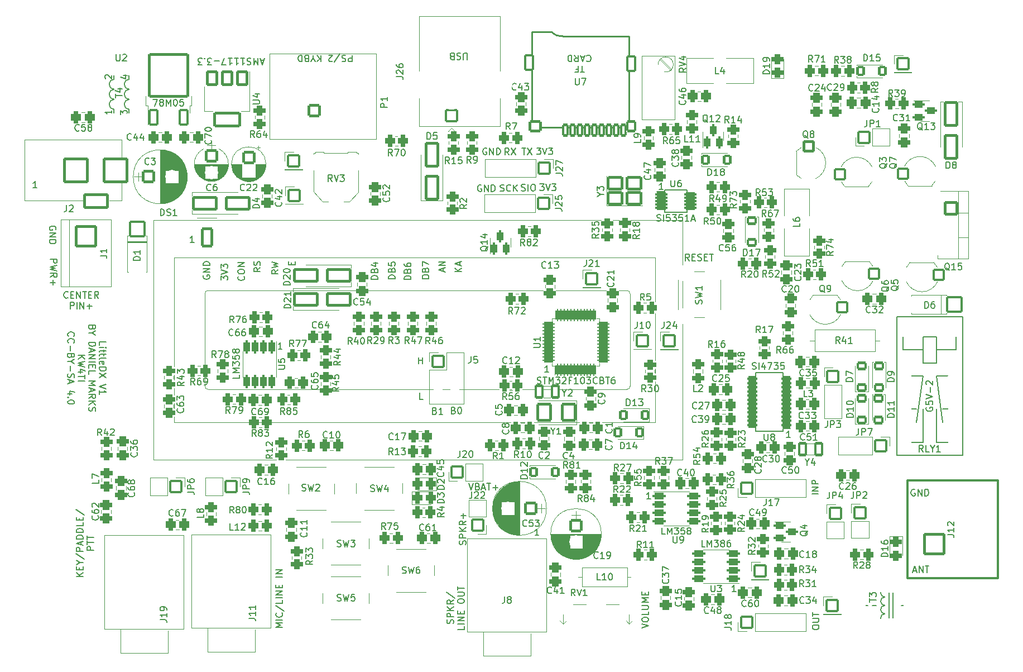
<source format=gbr>
%TF.GenerationSoftware,KiCad,Pcbnew,(6.0.11)*%
%TF.CreationDate,2023-07-08T12:47:50-05:00*%
%TF.ProjectId,LittleDX,4c697474-6c65-4445-982e-6b696361645f,rev?*%
%TF.SameCoordinates,Original*%
%TF.FileFunction,Legend,Top*%
%TF.FilePolarity,Positive*%
%FSLAX46Y46*%
G04 Gerber Fmt 4.6, Leading zero omitted, Abs format (unit mm)*
G04 Created by KiCad (PCBNEW (6.0.11)) date 2023-07-08 12:47:50*
%MOMM*%
%LPD*%
G01*
G04 APERTURE LIST*
G04 Aperture macros list*
%AMRoundRect*
0 Rectangle with rounded corners*
0 $1 Rounding radius*
0 $2 $3 $4 $5 $6 $7 $8 $9 X,Y pos of 4 corners*
0 Add a 4 corners polygon primitive as box body*
4,1,4,$2,$3,$4,$5,$6,$7,$8,$9,$2,$3,0*
0 Add four circle primitives for the rounded corners*
1,1,$1+$1,$2,$3*
1,1,$1+$1,$4,$5*
1,1,$1+$1,$6,$7*
1,1,$1+$1,$8,$9*
0 Add four rect primitives between the rounded corners*
20,1,$1+$1,$2,$3,$4,$5,0*
20,1,$1+$1,$4,$5,$6,$7,0*
20,1,$1+$1,$6,$7,$8,$9,0*
20,1,$1+$1,$8,$9,$2,$3,0*%
G04 Aperture macros list end*
%ADD10C,0.150000*%
%ADD11C,0.200000*%
%ADD12C,0.120000*%
%ADD13C,0.300000*%
%ADD14C,0.100000*%
%ADD15C,0.250000*%
%ADD16C,2.100000*%
%ADD17C,1.500000*%
%ADD18C,1.000000*%
%ADD19RoundRect,0.450000X0.337500X0.475000X-0.337500X0.475000X-0.337500X-0.475000X0.337500X-0.475000X0*%
%ADD20RoundRect,0.450000X0.475000X-0.337500X0.475000X0.337500X-0.475000X0.337500X-0.475000X-0.337500X0*%
%ADD21RoundRect,0.450000X-0.337500X-0.475000X0.337500X-0.475000X0.337500X0.475000X-0.337500X0.475000X0*%
%ADD22RoundRect,0.200000X-0.800000X0.800000X-0.800000X-0.800000X0.800000X-0.800000X0.800000X0.800000X0*%
%ADD23C,2.000000*%
%ADD24RoundRect,0.450000X-0.475000X0.337500X-0.475000X-0.337500X0.475000X-0.337500X0.475000X0.337500X0*%
%ADD25RoundRect,0.200000X-1.100000X1.100000X-1.100000X-1.100000X1.100000X-1.100000X1.100000X1.100000X0*%
%ADD26O,2.600000X2.600000*%
%ADD27RoundRect,0.450000X0.325000X0.450000X-0.325000X0.450000X-0.325000X-0.450000X0.325000X-0.450000X0*%
%ADD28RoundRect,0.450000X-0.325000X-0.450000X0.325000X-0.450000X0.325000X0.450000X-0.325000X0.450000X0*%
%ADD29RoundRect,0.200000X-1.750000X-0.900000X1.750000X-0.900000X1.750000X0.900000X-1.750000X0.900000X0*%
%ADD30RoundRect,0.200000X0.900000X-1.750000X0.900000X1.750000X-0.900000X1.750000X-0.900000X-1.750000X0*%
%ADD31RoundRect,0.200000X-1.500000X1.500000X-1.500000X-1.500000X1.500000X-1.500000X1.500000X1.500000X0*%
%ADD32C,3.400000*%
%ADD33RoundRect,0.200000X-1.750000X-1.750000X1.750000X-1.750000X1.750000X1.750000X-1.750000X1.750000X0*%
%ADD34RoundRect,0.200000X-1.750000X-1.000000X1.750000X-1.000000X1.750000X1.000000X-1.750000X1.000000X0*%
%ADD35RoundRect,0.200000X-0.850000X-0.850000X0.850000X-0.850000X0.850000X0.850000X-0.850000X0.850000X0*%
%ADD36O,2.100000X2.100000*%
%ADD37RoundRect,0.450000X0.450000X-0.325000X0.450000X0.325000X-0.450000X0.325000X-0.450000X-0.325000X0*%
%ADD38RoundRect,0.200000X0.760000X-0.760000X0.760000X0.760000X-0.760000X0.760000X-0.760000X-0.760000X0*%
%ADD39C,1.920000*%
%ADD40RoundRect,0.350000X-0.587500X-0.150000X0.587500X-0.150000X0.587500X0.150000X-0.587500X0.150000X0*%
%ADD41C,2.400000*%
%ADD42RoundRect,0.200000X0.600000X-1.100000X0.600000X1.100000X-0.600000X1.100000X-0.600000X-1.100000X0*%
%ADD43RoundRect,0.200000X2.900000X-3.200000X2.900000X3.200000X-2.900000X3.200000X-2.900000X-3.200000X0*%
%ADD44RoundRect,0.200000X1.000000X1.200000X-1.000000X1.200000X-1.000000X-1.200000X1.000000X-1.200000X0*%
%ADD45RoundRect,0.200000X-0.500000X-0.900000X0.500000X-0.900000X0.500000X0.900000X-0.500000X0.900000X0*%
%ADD46RoundRect,0.275000X0.075000X-0.662500X0.075000X0.662500X-0.075000X0.662500X-0.075000X-0.662500X0*%
%ADD47RoundRect,0.275000X0.662500X-0.075000X0.662500X0.075000X-0.662500X0.075000X-0.662500X-0.075000X0*%
%ADD48RoundRect,0.350000X0.675000X0.150000X-0.675000X0.150000X-0.675000X-0.150000X0.675000X-0.150000X0*%
%ADD49RoundRect,0.200000X-0.750000X1.000000X-0.750000X-1.000000X0.750000X-1.000000X0.750000X1.000000X0*%
%ADD50RoundRect,0.200000X-1.900000X1.000000X-1.900000X-1.000000X1.900000X-1.000000X1.900000X1.000000X0*%
%ADD51RoundRect,0.200000X-0.760000X0.760000X-0.760000X-0.760000X0.760000X-0.760000X0.760000X0.760000X0*%
%ADD52C,2.900000*%
%ADD53RoundRect,0.450000X-0.350000X-0.450000X0.350000X-0.450000X0.350000X0.450000X-0.350000X0.450000X0*%
%ADD54RoundRect,0.450000X0.450000X-0.350000X0.450000X0.350000X-0.450000X0.350000X-0.450000X-0.350000X0*%
%ADD55RoundRect,0.450000X0.350000X0.450000X-0.350000X0.450000X-0.350000X-0.450000X0.350000X-0.450000X0*%
%ADD56RoundRect,0.450000X-0.450000X0.350000X-0.450000X-0.350000X0.450000X-0.350000X0.450000X0.350000X0*%
%ADD57RoundRect,0.200000X-0.700000X-0.150000X0.700000X-0.150000X0.700000X0.150000X-0.700000X0.150000X0*%
%ADD58RoundRect,0.200000X-1.050000X-0.900000X1.050000X-0.900000X1.050000X0.900000X-1.050000X0.900000X0*%
%ADD59C,2.500000*%
%ADD60C,1.900000*%
%ADD61RoundRect,0.200000X1.500000X-1.500000X1.500000X1.500000X-1.500000X1.500000X-1.500000X-1.500000X0*%
%ADD62C,2.200000*%
%ADD63RoundRect,0.200000X-0.600000X0.450000X-0.600000X-0.450000X0.600000X-0.450000X0.600000X0.450000X0*%
%ADD64RoundRect,0.200000X-0.750000X0.750000X-0.750000X-0.750000X0.750000X-0.750000X0.750000X0.750000X0*%
%ADD65RoundRect,0.200000X0.850000X-0.850000X0.850000X0.850000X-0.850000X0.850000X-0.850000X-0.850000X0*%
%ADD66C,1.924000*%
%ADD67RoundRect,0.450000X-0.450000X0.325000X-0.450000X-0.325000X0.450000X-0.325000X0.450000X0.325000X0*%
%ADD68RoundRect,0.200000X-0.850000X0.850000X-0.850000X-0.850000X0.850000X-0.850000X0.850000X0.850000X0*%
%ADD69RoundRect,0.350000X0.150000X-0.587500X0.150000X0.587500X-0.150000X0.587500X-0.150000X-0.587500X0*%
%ADD70RoundRect,0.200000X0.800000X0.800000X-0.800000X0.800000X-0.800000X-0.800000X0.800000X-0.800000X0*%
%ADD71O,2.400000X3.900000*%
%ADD72O,4.400000X2.400000*%
%ADD73C,3.448000*%
%ADD74C,1.840000*%
%ADD75C,5.400000*%
%ADD76RoundRect,0.200000X1.100000X1.100000X-1.100000X1.100000X-1.100000X-1.100000X1.100000X-1.100000X0*%
%ADD77O,2.000000X2.000000*%
%ADD78RoundRect,0.200000X-0.800000X-0.800000X0.800000X-0.800000X0.800000X0.800000X-0.800000X0.800000X0*%
%ADD79RoundRect,0.200000X-0.900000X0.900000X-0.900000X-0.900000X0.900000X-0.900000X0.900000X0.900000X0*%
%ADD80O,2.200000X2.200000*%
%ADD81RoundRect,0.200000X-0.450000X-0.600000X0.450000X-0.600000X0.450000X0.600000X-0.450000X0.600000X0*%
%ADD82RoundRect,0.200000X-0.900000X1.750000X-0.900000X-1.750000X0.900000X-1.750000X0.900000X1.750000X0*%
%ADD83O,2.400000X1.400000*%
%ADD84O,1.400000X2.400000*%
%ADD85O,1.900000X2.400000*%
%ADD86O,2.400000X1.900000*%
%ADD87RoundRect,0.200000X0.600000X-0.450000X0.600000X0.450000X-0.600000X0.450000X-0.600000X-0.450000X0*%
%ADD88RoundRect,0.350000X-0.150000X0.675000X-0.150000X-0.675000X0.150000X-0.675000X0.150000X0.675000X0*%
%ADD89RoundRect,0.200000X0.450000X0.600000X-0.450000X0.600000X-0.450000X-0.600000X0.450000X-0.600000X0*%
%ADD90RoundRect,0.200000X0.600000X0.200000X-0.600000X0.200000X-0.600000X-0.200000X0.600000X-0.200000X0*%
%ADD91RoundRect,0.200000X-0.750000X-1.300000X0.750000X-1.300000X0.750000X1.300000X-0.750000X1.300000X0*%
%ADD92O,1.900000X3.000000*%
%ADD93O,2.200000X3.000000*%
%ADD94C,3.600000*%
%ADD95RoundRect,0.200000X0.850000X0.850000X-0.850000X0.850000X-0.850000X-0.850000X0.850000X-0.850000X0*%
%ADD96RoundRect,0.200000X1.750000X0.900000X-1.750000X0.900000X-1.750000X-0.900000X1.750000X-0.900000X0*%
%ADD97RoundRect,0.200000X0.500000X0.900000X-0.500000X0.900000X-0.500000X-0.900000X0.500000X-0.900000X0*%
%ADD98C,3.900000*%
%ADD99RoundRect,0.350000X-0.675000X-0.150000X0.675000X-0.150000X0.675000X0.150000X-0.675000X0.150000X0*%
%ADD100C,1.400000*%
%ADD101RoundRect,0.200000X0.600000X1.100000X-0.600000X1.100000X-0.600000X-1.100000X0.600000X-1.100000X0*%
%ADD102RoundRect,0.200000X-0.800000X-0.700000X0.800000X-0.700000X0.800000X0.700000X-0.800000X0.700000X0*%
%ADD103RoundRect,0.200000X-0.350000X-0.800000X0.350000X-0.800000X0.350000X0.800000X-0.350000X0.800000X0*%
%ADD104RoundRect,0.200000X-0.600000X-0.700000X0.600000X-0.700000X0.600000X0.700000X-0.600000X0.700000X0*%
G04 APERTURE END LIST*
D10*
X113574761Y-131744761D02*
X113622380Y-131601904D01*
X113622380Y-131363809D01*
X113574761Y-131268571D01*
X113527142Y-131220952D01*
X113431904Y-131173333D01*
X113336666Y-131173333D01*
X113241428Y-131220952D01*
X113193809Y-131268571D01*
X113146190Y-131363809D01*
X113098571Y-131554285D01*
X113050952Y-131649523D01*
X113003333Y-131697142D01*
X112908095Y-131744761D01*
X112812857Y-131744761D01*
X112717619Y-131697142D01*
X112670000Y-131649523D01*
X112622380Y-131554285D01*
X112622380Y-131316190D01*
X112670000Y-131173333D01*
X113622380Y-130744761D02*
X112622380Y-130744761D01*
X112622380Y-130363809D01*
X112670000Y-130268571D01*
X112717619Y-130220952D01*
X112812857Y-130173333D01*
X112955714Y-130173333D01*
X113050952Y-130220952D01*
X113098571Y-130268571D01*
X113146190Y-130363809D01*
X113146190Y-130744761D01*
X113622380Y-129744761D02*
X112622380Y-129744761D01*
X113622380Y-129173333D02*
X113050952Y-129601904D01*
X112622380Y-129173333D02*
X113193809Y-129744761D01*
X113622380Y-128173333D02*
X113146190Y-128506666D01*
X113622380Y-128744761D02*
X112622380Y-128744761D01*
X112622380Y-128363809D01*
X112670000Y-128268571D01*
X112717619Y-128220952D01*
X112812857Y-128173333D01*
X112955714Y-128173333D01*
X113050952Y-128220952D01*
X113098571Y-128268571D01*
X113146190Y-128363809D01*
X113146190Y-128744761D01*
X113241428Y-127744761D02*
X113241428Y-126982857D01*
X113622380Y-127363809D02*
X112860476Y-127363809D01*
X96337619Y-57557619D02*
X96337619Y-58557619D01*
X95956666Y-58557619D01*
X95861428Y-58510000D01*
X95813809Y-58462380D01*
X95766190Y-58367142D01*
X95766190Y-58224285D01*
X95813809Y-58129047D01*
X95861428Y-58081428D01*
X95956666Y-58033809D01*
X96337619Y-58033809D01*
X95385238Y-57605238D02*
X95242380Y-57557619D01*
X95004285Y-57557619D01*
X94909047Y-57605238D01*
X94861428Y-57652857D01*
X94813809Y-57748095D01*
X94813809Y-57843333D01*
X94861428Y-57938571D01*
X94909047Y-57986190D01*
X95004285Y-58033809D01*
X95194761Y-58081428D01*
X95290000Y-58129047D01*
X95337619Y-58176666D01*
X95385238Y-58271904D01*
X95385238Y-58367142D01*
X95337619Y-58462380D01*
X95290000Y-58510000D01*
X95194761Y-58557619D01*
X94956666Y-58557619D01*
X94813809Y-58510000D01*
X93670952Y-58605238D02*
X94528095Y-57319523D01*
X93385238Y-58462380D02*
X93337619Y-58510000D01*
X93242380Y-58557619D01*
X93004285Y-58557619D01*
X92909047Y-58510000D01*
X92861428Y-58462380D01*
X92813809Y-58367142D01*
X92813809Y-58271904D01*
X92861428Y-58129047D01*
X93432857Y-57557619D01*
X92813809Y-57557619D01*
X91623333Y-57557619D02*
X91623333Y-58557619D01*
X91051904Y-57557619D02*
X91480476Y-58129047D01*
X91051904Y-58557619D02*
X91623333Y-57986190D01*
X90432857Y-58033809D02*
X90432857Y-57557619D01*
X90766190Y-58557619D02*
X90432857Y-58033809D01*
X90099523Y-58557619D01*
X89432857Y-58081428D02*
X89290000Y-58033809D01*
X89242380Y-57986190D01*
X89194761Y-57890952D01*
X89194761Y-57748095D01*
X89242380Y-57652857D01*
X89290000Y-57605238D01*
X89385238Y-57557619D01*
X89766190Y-57557619D01*
X89766190Y-58557619D01*
X89432857Y-58557619D01*
X89337619Y-58510000D01*
X89290000Y-58462380D01*
X89242380Y-58367142D01*
X89242380Y-58271904D01*
X89290000Y-58176666D01*
X89337619Y-58129047D01*
X89432857Y-58081428D01*
X89766190Y-58081428D01*
X88766190Y-57557619D02*
X88766190Y-58557619D01*
X88528095Y-58557619D01*
X88385238Y-58510000D01*
X88290000Y-58414761D01*
X88242380Y-58319523D01*
X88194761Y-58129047D01*
X88194761Y-57986190D01*
X88242380Y-57795714D01*
X88290000Y-57700476D01*
X88385238Y-57605238D01*
X88528095Y-57557619D01*
X88766190Y-57557619D01*
X111699761Y-143709523D02*
X111747380Y-143566666D01*
X111747380Y-143328571D01*
X111699761Y-143233333D01*
X111652142Y-143185714D01*
X111556904Y-143138095D01*
X111461666Y-143138095D01*
X111366428Y-143185714D01*
X111318809Y-143233333D01*
X111271190Y-143328571D01*
X111223571Y-143519047D01*
X111175952Y-143614285D01*
X111128333Y-143661904D01*
X111033095Y-143709523D01*
X110937857Y-143709523D01*
X110842619Y-143661904D01*
X110795000Y-143614285D01*
X110747380Y-143519047D01*
X110747380Y-143280952D01*
X110795000Y-143138095D01*
X111747380Y-142709523D02*
X110747380Y-142709523D01*
X110747380Y-142328571D01*
X110795000Y-142233333D01*
X110842619Y-142185714D01*
X110937857Y-142138095D01*
X111080714Y-142138095D01*
X111175952Y-142185714D01*
X111223571Y-142233333D01*
X111271190Y-142328571D01*
X111271190Y-142709523D01*
X111747380Y-141709523D02*
X110747380Y-141709523D01*
X111747380Y-141138095D02*
X111175952Y-141566666D01*
X110747380Y-141138095D02*
X111318809Y-141709523D01*
X111747380Y-140138095D02*
X111271190Y-140471428D01*
X111747380Y-140709523D02*
X110747380Y-140709523D01*
X110747380Y-140328571D01*
X110795000Y-140233333D01*
X110842619Y-140185714D01*
X110937857Y-140138095D01*
X111080714Y-140138095D01*
X111175952Y-140185714D01*
X111223571Y-140233333D01*
X111271190Y-140328571D01*
X111271190Y-140709523D01*
X110699761Y-138995238D02*
X111985476Y-139852380D01*
X113357380Y-144114285D02*
X113357380Y-144590476D01*
X112357380Y-144590476D01*
X113357380Y-143780952D02*
X112357380Y-143780952D01*
X113357380Y-143304761D02*
X112357380Y-143304761D01*
X113357380Y-142733333D01*
X112357380Y-142733333D01*
X112833571Y-142257142D02*
X112833571Y-141923809D01*
X113357380Y-141780952D02*
X113357380Y-142257142D01*
X112357380Y-142257142D01*
X112357380Y-141780952D01*
X112357380Y-140400000D02*
X112357380Y-140209523D01*
X112405000Y-140114285D01*
X112500238Y-140019047D01*
X112690714Y-139971428D01*
X113024047Y-139971428D01*
X113214523Y-140019047D01*
X113309761Y-140114285D01*
X113357380Y-140209523D01*
X113357380Y-140400000D01*
X113309761Y-140495238D01*
X113214523Y-140590476D01*
X113024047Y-140638095D01*
X112690714Y-140638095D01*
X112500238Y-140590476D01*
X112405000Y-140495238D01*
X112357380Y-140400000D01*
X112357380Y-139542857D02*
X113166904Y-139542857D01*
X113262142Y-139495238D01*
X113309761Y-139447619D01*
X113357380Y-139352380D01*
X113357380Y-139161904D01*
X113309761Y-139066666D01*
X113262142Y-139019047D01*
X113166904Y-138971428D01*
X112357380Y-138971428D01*
X112357380Y-138638095D02*
X112357380Y-138066666D01*
X113357380Y-138352380D02*
X112357380Y-138352380D01*
X48545714Y-77668380D02*
X47974285Y-77668380D01*
X48260000Y-77668380D02*
X48260000Y-76668380D01*
X48164761Y-76811238D01*
X48069523Y-76906476D01*
X47974285Y-76954095D01*
X85735714Y-102102380D02*
X85164285Y-102102380D01*
X85450000Y-102102380D02*
X85450000Y-101102380D01*
X85354761Y-101245238D01*
X85259523Y-101340476D01*
X85164285Y-101388095D01*
X131554285Y-60162619D02*
X130982857Y-60162619D01*
X131268571Y-59162619D02*
X131268571Y-60162619D01*
X130316190Y-59686428D02*
X130649523Y-59686428D01*
X130649523Y-59162619D02*
X130649523Y-60162619D01*
X130173333Y-60162619D01*
X131959047Y-57647857D02*
X132006666Y-57600238D01*
X132149523Y-57552619D01*
X132244761Y-57552619D01*
X132387619Y-57600238D01*
X132482857Y-57695476D01*
X132530476Y-57790714D01*
X132578095Y-57981190D01*
X132578095Y-58124047D01*
X132530476Y-58314523D01*
X132482857Y-58409761D01*
X132387619Y-58505000D01*
X132244761Y-58552619D01*
X132149523Y-58552619D01*
X132006666Y-58505000D01*
X131959047Y-58457380D01*
X131578095Y-57838333D02*
X131101904Y-57838333D01*
X131673333Y-57552619D02*
X131340000Y-58552619D01*
X131006666Y-57552619D01*
X130101904Y-57552619D02*
X130435238Y-58028809D01*
X130673333Y-57552619D02*
X130673333Y-58552619D01*
X130292380Y-58552619D01*
X130197142Y-58505000D01*
X130149523Y-58457380D01*
X130101904Y-58362142D01*
X130101904Y-58219285D01*
X130149523Y-58124047D01*
X130197142Y-58076428D01*
X130292380Y-58028809D01*
X130673333Y-58028809D01*
X129673333Y-57552619D02*
X129673333Y-58552619D01*
X129435238Y-58552619D01*
X129292380Y-58505000D01*
X129197142Y-58409761D01*
X129149523Y-58314523D01*
X129101904Y-58124047D01*
X129101904Y-57981190D01*
X129149523Y-57790714D01*
X129197142Y-57695476D01*
X129292380Y-57600238D01*
X129435238Y-57552619D01*
X129673333Y-57552619D01*
X58052619Y-101537619D02*
X58052619Y-101061428D01*
X59052619Y-101061428D01*
X58052619Y-101870952D02*
X58719285Y-101870952D01*
X59052619Y-101870952D02*
X59005000Y-101823333D01*
X58957380Y-101870952D01*
X59005000Y-101918571D01*
X59052619Y-101870952D01*
X58957380Y-101870952D01*
X58719285Y-102204285D02*
X58719285Y-102585238D01*
X59052619Y-102347142D02*
X58195476Y-102347142D01*
X58100238Y-102394761D01*
X58052619Y-102490000D01*
X58052619Y-102585238D01*
X58719285Y-102775714D02*
X58719285Y-103156666D01*
X59052619Y-102918571D02*
X58195476Y-102918571D01*
X58100238Y-102966190D01*
X58052619Y-103061428D01*
X58052619Y-103156666D01*
X58052619Y-103632857D02*
X58100238Y-103537619D01*
X58195476Y-103490000D01*
X59052619Y-103490000D01*
X58100238Y-104394761D02*
X58052619Y-104299523D01*
X58052619Y-104109047D01*
X58100238Y-104013809D01*
X58195476Y-103966190D01*
X58576428Y-103966190D01*
X58671666Y-104013809D01*
X58719285Y-104109047D01*
X58719285Y-104299523D01*
X58671666Y-104394761D01*
X58576428Y-104442380D01*
X58481190Y-104442380D01*
X58385952Y-103966190D01*
X58052619Y-104870952D02*
X59052619Y-104870952D01*
X59052619Y-105109047D01*
X59005000Y-105251904D01*
X58909761Y-105347142D01*
X58814523Y-105394761D01*
X58624047Y-105442380D01*
X58481190Y-105442380D01*
X58290714Y-105394761D01*
X58195476Y-105347142D01*
X58100238Y-105251904D01*
X58052619Y-105109047D01*
X58052619Y-104870952D01*
X59052619Y-105775714D02*
X58052619Y-106442380D01*
X59052619Y-106442380D02*
X58052619Y-105775714D01*
X59052619Y-107442380D02*
X58052619Y-107775714D01*
X59052619Y-108109047D01*
X58052619Y-108966190D02*
X58052619Y-108394761D01*
X58052619Y-108680476D02*
X59052619Y-108680476D01*
X58909761Y-108585238D01*
X58814523Y-108490000D01*
X58766904Y-108394761D01*
X56966428Y-98847142D02*
X56918809Y-98990000D01*
X56871190Y-99037619D01*
X56775952Y-99085238D01*
X56633095Y-99085238D01*
X56537857Y-99037619D01*
X56490238Y-98990000D01*
X56442619Y-98894761D01*
X56442619Y-98513809D01*
X57442619Y-98513809D01*
X57442619Y-98847142D01*
X57395000Y-98942380D01*
X57347380Y-98990000D01*
X57252142Y-99037619D01*
X57156904Y-99037619D01*
X57061666Y-98990000D01*
X57014047Y-98942380D01*
X56966428Y-98847142D01*
X56966428Y-98513809D01*
X56918809Y-99704285D02*
X56442619Y-99704285D01*
X57442619Y-99370952D02*
X56918809Y-99704285D01*
X57442619Y-100037619D01*
X56442619Y-101132857D02*
X57442619Y-101132857D01*
X57442619Y-101370952D01*
X57395000Y-101513809D01*
X57299761Y-101609047D01*
X57204523Y-101656666D01*
X57014047Y-101704285D01*
X56871190Y-101704285D01*
X56680714Y-101656666D01*
X56585476Y-101609047D01*
X56490238Y-101513809D01*
X56442619Y-101370952D01*
X56442619Y-101132857D01*
X56728333Y-102085238D02*
X56728333Y-102561428D01*
X56442619Y-101990000D02*
X57442619Y-102323333D01*
X56442619Y-102656666D01*
X56442619Y-102990000D02*
X57442619Y-102990000D01*
X56442619Y-103561428D01*
X57442619Y-103561428D01*
X56442619Y-104037619D02*
X57442619Y-104037619D01*
X56966428Y-104513809D02*
X56966428Y-104847142D01*
X56442619Y-104990000D02*
X56442619Y-104513809D01*
X57442619Y-104513809D01*
X57442619Y-104990000D01*
X56442619Y-105894761D02*
X56442619Y-105418571D01*
X57442619Y-105418571D01*
X56442619Y-106990000D02*
X57442619Y-106990000D01*
X56728333Y-107323333D01*
X57442619Y-107656666D01*
X56442619Y-107656666D01*
X56728333Y-108085238D02*
X56728333Y-108561428D01*
X56442619Y-107990000D02*
X57442619Y-108323333D01*
X56442619Y-108656666D01*
X56442619Y-109561428D02*
X56918809Y-109228095D01*
X56442619Y-108990000D02*
X57442619Y-108990000D01*
X57442619Y-109370952D01*
X57395000Y-109466190D01*
X57347380Y-109513809D01*
X57252142Y-109561428D01*
X57109285Y-109561428D01*
X57014047Y-109513809D01*
X56966428Y-109466190D01*
X56918809Y-109370952D01*
X56918809Y-108990000D01*
X56442619Y-109990000D02*
X57442619Y-109990000D01*
X56442619Y-110561428D02*
X57014047Y-110132857D01*
X57442619Y-110561428D02*
X56871190Y-109990000D01*
X56490238Y-110942380D02*
X56442619Y-111085238D01*
X56442619Y-111323333D01*
X56490238Y-111418571D01*
X56537857Y-111466190D01*
X56633095Y-111513809D01*
X56728333Y-111513809D01*
X56823571Y-111466190D01*
X56871190Y-111418571D01*
X56918809Y-111323333D01*
X56966428Y-111132857D01*
X57014047Y-111037619D01*
X57061666Y-110990000D01*
X57156904Y-110942380D01*
X57252142Y-110942380D01*
X57347380Y-110990000D01*
X57395000Y-111037619D01*
X57442619Y-111132857D01*
X57442619Y-111370952D01*
X57395000Y-111513809D01*
X54832619Y-103061428D02*
X55832619Y-103061428D01*
X54832619Y-103632857D02*
X55404047Y-103204285D01*
X55832619Y-103632857D02*
X55261190Y-103061428D01*
X55832619Y-103966190D02*
X54832619Y-104204285D01*
X55546904Y-104394761D01*
X54832619Y-104585238D01*
X55832619Y-104823333D01*
X55499285Y-105632857D02*
X54832619Y-105632857D01*
X55880238Y-105394761D02*
X55165952Y-105156666D01*
X55165952Y-105775714D01*
X55832619Y-106013809D02*
X55832619Y-106585238D01*
X54832619Y-106299523D02*
X55832619Y-106299523D01*
X54832619Y-106918571D02*
X55832619Y-106918571D01*
X53317857Y-100156666D02*
X53270238Y-100109047D01*
X53222619Y-99966190D01*
X53222619Y-99870952D01*
X53270238Y-99728095D01*
X53365476Y-99632857D01*
X53460714Y-99585238D01*
X53651190Y-99537619D01*
X53794047Y-99537619D01*
X53984523Y-99585238D01*
X54079761Y-99632857D01*
X54175000Y-99728095D01*
X54222619Y-99870952D01*
X54222619Y-99966190D01*
X54175000Y-100109047D01*
X54127380Y-100156666D01*
X53317857Y-101156666D02*
X53270238Y-101109047D01*
X53222619Y-100966190D01*
X53222619Y-100870952D01*
X53270238Y-100728095D01*
X53365476Y-100632857D01*
X53460714Y-100585238D01*
X53651190Y-100537619D01*
X53794047Y-100537619D01*
X53984523Y-100585238D01*
X54079761Y-100632857D01*
X54175000Y-100728095D01*
X54222619Y-100870952D01*
X54222619Y-100966190D01*
X54175000Y-101109047D01*
X54127380Y-101156666D01*
X53603571Y-101585238D02*
X53603571Y-102347142D01*
X53746428Y-103156666D02*
X53698809Y-103299523D01*
X53651190Y-103347142D01*
X53555952Y-103394761D01*
X53413095Y-103394761D01*
X53317857Y-103347142D01*
X53270238Y-103299523D01*
X53222619Y-103204285D01*
X53222619Y-102823333D01*
X54222619Y-102823333D01*
X54222619Y-103156666D01*
X54175000Y-103251904D01*
X54127380Y-103299523D01*
X54032142Y-103347142D01*
X53936904Y-103347142D01*
X53841666Y-103299523D01*
X53794047Y-103251904D01*
X53746428Y-103156666D01*
X53746428Y-102823333D01*
X53698809Y-104013809D02*
X53222619Y-104013809D01*
X54222619Y-103680476D02*
X53698809Y-104013809D01*
X54222619Y-104347142D01*
X53603571Y-104680476D02*
X53603571Y-105442380D01*
X53270238Y-105870952D02*
X53222619Y-106013809D01*
X53222619Y-106251904D01*
X53270238Y-106347142D01*
X53317857Y-106394761D01*
X53413095Y-106442380D01*
X53508333Y-106442380D01*
X53603571Y-106394761D01*
X53651190Y-106347142D01*
X53698809Y-106251904D01*
X53746428Y-106061428D01*
X53794047Y-105966190D01*
X53841666Y-105918571D01*
X53936904Y-105870952D01*
X54032142Y-105870952D01*
X54127380Y-105918571D01*
X54175000Y-105966190D01*
X54222619Y-106061428D01*
X54222619Y-106299523D01*
X54175000Y-106442380D01*
X53508333Y-106823333D02*
X53508333Y-107299523D01*
X53222619Y-106728095D02*
X54222619Y-107061428D01*
X53222619Y-107394761D01*
X53889285Y-108918571D02*
X53222619Y-108918571D01*
X54270238Y-108680476D02*
X53555952Y-108442380D01*
X53555952Y-109061428D01*
X53317857Y-109442380D02*
X53270238Y-109490000D01*
X53222619Y-109442380D01*
X53270238Y-109394761D01*
X53317857Y-109442380D01*
X53222619Y-109442380D01*
X54222619Y-110109047D02*
X54222619Y-110204285D01*
X54175000Y-110299523D01*
X54127380Y-110347142D01*
X54032142Y-110394761D01*
X53841666Y-110442380D01*
X53603571Y-110442380D01*
X53413095Y-110394761D01*
X53317857Y-110347142D01*
X53270238Y-110299523D01*
X53222619Y-110204285D01*
X53222619Y-110109047D01*
X53270238Y-110013809D01*
X53317857Y-109966190D01*
X53413095Y-109918571D01*
X53603571Y-109870952D01*
X53841666Y-109870952D01*
X54032142Y-109918571D01*
X54127380Y-109966190D01*
X54175000Y-110013809D01*
X54222619Y-110109047D01*
X82432380Y-89796666D02*
X81956190Y-90130000D01*
X82432380Y-90368095D02*
X81432380Y-90368095D01*
X81432380Y-89987142D01*
X81480000Y-89891904D01*
X81527619Y-89844285D01*
X81622857Y-89796666D01*
X81765714Y-89796666D01*
X81860952Y-89844285D01*
X81908571Y-89891904D01*
X81956190Y-89987142D01*
X81956190Y-90368095D01*
X82384761Y-89415714D02*
X82432380Y-89272857D01*
X82432380Y-89034761D01*
X82384761Y-88939523D01*
X82337142Y-88891904D01*
X82241904Y-88844285D01*
X82146666Y-88844285D01*
X82051428Y-88891904D01*
X82003809Y-88939523D01*
X81956190Y-89034761D01*
X81908571Y-89225238D01*
X81860952Y-89320476D01*
X81813333Y-89368095D01*
X81718095Y-89415714D01*
X81622857Y-89415714D01*
X81527619Y-89368095D01*
X81480000Y-89320476D01*
X81432380Y-89225238D01*
X81432380Y-88987142D01*
X81480000Y-88844285D01*
X124351904Y-71612380D02*
X124970952Y-71612380D01*
X124637619Y-71993333D01*
X124780476Y-71993333D01*
X124875714Y-72040952D01*
X124923333Y-72088571D01*
X124970952Y-72183809D01*
X124970952Y-72421904D01*
X124923333Y-72517142D01*
X124875714Y-72564761D01*
X124780476Y-72612380D01*
X124494761Y-72612380D01*
X124399523Y-72564761D01*
X124351904Y-72517142D01*
X125256666Y-71612380D02*
X125590000Y-72612380D01*
X125923333Y-71612380D01*
X126161428Y-71612380D02*
X126780476Y-71612380D01*
X126447142Y-71993333D01*
X126590000Y-71993333D01*
X126685238Y-72040952D01*
X126732857Y-72088571D01*
X126780476Y-72183809D01*
X126780476Y-72421904D01*
X126732857Y-72517142D01*
X126685238Y-72564761D01*
X126590000Y-72612380D01*
X126304285Y-72612380D01*
X126209047Y-72564761D01*
X126161428Y-72517142D01*
X124685714Y-130352380D02*
X124114285Y-130352380D01*
X124400000Y-130352380D02*
X124400000Y-129352380D01*
X124304761Y-129495238D01*
X124209523Y-129590476D01*
X124114285Y-129638095D01*
X66166666Y-64252380D02*
X66833333Y-64252380D01*
X66404761Y-65252380D01*
X67357142Y-64680952D02*
X67261904Y-64633333D01*
X67214285Y-64585714D01*
X67166666Y-64490476D01*
X67166666Y-64442857D01*
X67214285Y-64347619D01*
X67261904Y-64300000D01*
X67357142Y-64252380D01*
X67547619Y-64252380D01*
X67642857Y-64300000D01*
X67690476Y-64347619D01*
X67738095Y-64442857D01*
X67738095Y-64490476D01*
X67690476Y-64585714D01*
X67642857Y-64633333D01*
X67547619Y-64680952D01*
X67357142Y-64680952D01*
X67261904Y-64728571D01*
X67214285Y-64776190D01*
X67166666Y-64871428D01*
X67166666Y-65061904D01*
X67214285Y-65157142D01*
X67261904Y-65204761D01*
X67357142Y-65252380D01*
X67547619Y-65252380D01*
X67642857Y-65204761D01*
X67690476Y-65157142D01*
X67738095Y-65061904D01*
X67738095Y-64871428D01*
X67690476Y-64776190D01*
X67642857Y-64728571D01*
X67547619Y-64680952D01*
X68166666Y-65252380D02*
X68166666Y-64252380D01*
X68500000Y-64966666D01*
X68833333Y-64252380D01*
X68833333Y-65252380D01*
X69500000Y-64252380D02*
X69595238Y-64252380D01*
X69690476Y-64300000D01*
X69738095Y-64347619D01*
X69785714Y-64442857D01*
X69833333Y-64633333D01*
X69833333Y-64871428D01*
X69785714Y-65061904D01*
X69738095Y-65157142D01*
X69690476Y-65204761D01*
X69595238Y-65252380D01*
X69500000Y-65252380D01*
X69404761Y-65204761D01*
X69357142Y-65157142D01*
X69309523Y-65061904D01*
X69261904Y-64871428D01*
X69261904Y-64633333D01*
X69309523Y-64442857D01*
X69357142Y-64347619D01*
X69404761Y-64300000D01*
X69500000Y-64252380D01*
X70738095Y-64252380D02*
X70261904Y-64252380D01*
X70214285Y-64728571D01*
X70261904Y-64680952D01*
X70357142Y-64633333D01*
X70595238Y-64633333D01*
X70690476Y-64680952D01*
X70738095Y-64728571D01*
X70785714Y-64823809D01*
X70785714Y-65061904D01*
X70738095Y-65157142D01*
X70690476Y-65204761D01*
X70595238Y-65252380D01*
X70357142Y-65252380D01*
X70261904Y-65204761D01*
X70214285Y-65157142D01*
X108915238Y-111468571D02*
X109058095Y-111516190D01*
X109105714Y-111563809D01*
X109153333Y-111659047D01*
X109153333Y-111801904D01*
X109105714Y-111897142D01*
X109058095Y-111944761D01*
X108962857Y-111992380D01*
X108581904Y-111992380D01*
X108581904Y-110992380D01*
X108915238Y-110992380D01*
X109010476Y-111040000D01*
X109058095Y-111087619D01*
X109105714Y-111182857D01*
X109105714Y-111278095D01*
X109058095Y-111373333D01*
X109010476Y-111420952D01*
X108915238Y-111468571D01*
X108581904Y-111468571D01*
X110105714Y-111992380D02*
X109534285Y-111992380D01*
X109820000Y-111992380D02*
X109820000Y-110992380D01*
X109724761Y-111135238D01*
X109629523Y-111230476D01*
X109534285Y-111278095D01*
X122118095Y-71682380D02*
X122689523Y-71682380D01*
X122403809Y-72682380D02*
X122403809Y-71682380D01*
X122927619Y-71682380D02*
X123594285Y-72682380D01*
X123594285Y-71682380D02*
X122927619Y-72682380D01*
X51400000Y-84048095D02*
X51447619Y-83952857D01*
X51447619Y-83810000D01*
X51400000Y-83667142D01*
X51304761Y-83571904D01*
X51209523Y-83524285D01*
X51019047Y-83476666D01*
X50876190Y-83476666D01*
X50685714Y-83524285D01*
X50590476Y-83571904D01*
X50495238Y-83667142D01*
X50447619Y-83810000D01*
X50447619Y-83905238D01*
X50495238Y-84048095D01*
X50542857Y-84095714D01*
X50876190Y-84095714D01*
X50876190Y-83905238D01*
X50447619Y-84524285D02*
X51447619Y-84524285D01*
X50447619Y-85095714D01*
X51447619Y-85095714D01*
X50447619Y-85571904D02*
X51447619Y-85571904D01*
X51447619Y-85810000D01*
X51400000Y-85952857D01*
X51304761Y-86048095D01*
X51209523Y-86095714D01*
X51019047Y-86143333D01*
X50876190Y-86143333D01*
X50685714Y-86095714D01*
X50590476Y-86048095D01*
X50495238Y-85952857D01*
X50447619Y-85810000D01*
X50447619Y-85571904D01*
X100252380Y-91518095D02*
X99252380Y-91518095D01*
X99252380Y-91280000D01*
X99300000Y-91137142D01*
X99395238Y-91041904D01*
X99490476Y-90994285D01*
X99680952Y-90946666D01*
X99823809Y-90946666D01*
X100014285Y-90994285D01*
X100109523Y-91041904D01*
X100204761Y-91137142D01*
X100252380Y-91280000D01*
X100252380Y-91518095D01*
X99728571Y-90184761D02*
X99776190Y-90041904D01*
X99823809Y-89994285D01*
X99919047Y-89946666D01*
X100061904Y-89946666D01*
X100157142Y-89994285D01*
X100204761Y-90041904D01*
X100252380Y-90137142D01*
X100252380Y-90518095D01*
X99252380Y-90518095D01*
X99252380Y-90184761D01*
X99300000Y-90089523D01*
X99347619Y-90041904D01*
X99442857Y-89994285D01*
X99538095Y-89994285D01*
X99633333Y-90041904D01*
X99680952Y-90089523D01*
X99728571Y-90184761D01*
X99728571Y-90518095D01*
X99585714Y-89089523D02*
X100252380Y-89089523D01*
X99204761Y-89327619D02*
X99919047Y-89565714D01*
X99919047Y-88946666D01*
X85142380Y-90131904D02*
X84666190Y-90465238D01*
X85142380Y-90703333D02*
X84142380Y-90703333D01*
X84142380Y-90322380D01*
X84190000Y-90227142D01*
X84237619Y-90179523D01*
X84332857Y-90131904D01*
X84475714Y-90131904D01*
X84570952Y-90179523D01*
X84618571Y-90227142D01*
X84666190Y-90322380D01*
X84666190Y-90703333D01*
X84142380Y-89798571D02*
X85142380Y-89560476D01*
X84428095Y-89370000D01*
X85142380Y-89179523D01*
X84142380Y-88941428D01*
X115958095Y-77270000D02*
X115862857Y-77222380D01*
X115720000Y-77222380D01*
X115577142Y-77270000D01*
X115481904Y-77365238D01*
X115434285Y-77460476D01*
X115386666Y-77650952D01*
X115386666Y-77793809D01*
X115434285Y-77984285D01*
X115481904Y-78079523D01*
X115577142Y-78174761D01*
X115720000Y-78222380D01*
X115815238Y-78222380D01*
X115958095Y-78174761D01*
X116005714Y-78127142D01*
X116005714Y-77793809D01*
X115815238Y-77793809D01*
X116434285Y-78222380D02*
X116434285Y-77222380D01*
X117005714Y-78222380D01*
X117005714Y-77222380D01*
X117481904Y-78222380D02*
X117481904Y-77222380D01*
X117720000Y-77222380D01*
X117862857Y-77270000D01*
X117958095Y-77365238D01*
X118005714Y-77460476D01*
X118053333Y-77650952D01*
X118053333Y-77793809D01*
X118005714Y-77984285D01*
X117958095Y-78079523D01*
X117862857Y-78174761D01*
X117720000Y-78222380D01*
X117481904Y-78222380D01*
X181733095Y-123405000D02*
X181637857Y-123357380D01*
X181495000Y-123357380D01*
X181352142Y-123405000D01*
X181256904Y-123500238D01*
X181209285Y-123595476D01*
X181161666Y-123785952D01*
X181161666Y-123928809D01*
X181209285Y-124119285D01*
X181256904Y-124214523D01*
X181352142Y-124309761D01*
X181495000Y-124357380D01*
X181590238Y-124357380D01*
X181733095Y-124309761D01*
X181780714Y-124262142D01*
X181780714Y-123928809D01*
X181590238Y-123928809D01*
X182209285Y-124357380D02*
X182209285Y-123357380D01*
X182780714Y-124357380D01*
X182780714Y-123357380D01*
X183256904Y-124357380D02*
X183256904Y-123357380D01*
X183495000Y-123357380D01*
X183637857Y-123405000D01*
X183733095Y-123500238D01*
X183780714Y-123595476D01*
X183828333Y-123785952D01*
X183828333Y-123928809D01*
X183780714Y-124119285D01*
X183733095Y-124214523D01*
X183637857Y-124309761D01*
X183495000Y-124357380D01*
X183256904Y-124357380D01*
X72395714Y-85952380D02*
X71824285Y-85952380D01*
X72110000Y-85952380D02*
X72110000Y-84952380D01*
X72014761Y-85095238D01*
X71919523Y-85190476D01*
X71824285Y-85238095D01*
X83000000Y-58313333D02*
X82523809Y-58313333D01*
X83095238Y-58027619D02*
X82761904Y-59027619D01*
X82428571Y-58027619D01*
X82095238Y-58027619D02*
X82095238Y-59027619D01*
X81761904Y-58313333D01*
X81428571Y-59027619D01*
X81428571Y-58027619D01*
X81000000Y-58075238D02*
X80857142Y-58027619D01*
X80619047Y-58027619D01*
X80523809Y-58075238D01*
X80476190Y-58122857D01*
X80428571Y-58218095D01*
X80428571Y-58313333D01*
X80476190Y-58408571D01*
X80523809Y-58456190D01*
X80619047Y-58503809D01*
X80809523Y-58551428D01*
X80904761Y-58599047D01*
X80952380Y-58646666D01*
X81000000Y-58741904D01*
X81000000Y-58837142D01*
X80952380Y-58932380D01*
X80904761Y-58980000D01*
X80809523Y-59027619D01*
X80571428Y-59027619D01*
X80428571Y-58980000D01*
X79476190Y-58027619D02*
X80047619Y-58027619D01*
X79761904Y-58027619D02*
X79761904Y-59027619D01*
X79857142Y-58884761D01*
X79952380Y-58789523D01*
X80047619Y-58741904D01*
X78523809Y-58027619D02*
X79095238Y-58027619D01*
X78809523Y-58027619D02*
X78809523Y-59027619D01*
X78904761Y-58884761D01*
X79000000Y-58789523D01*
X79095238Y-58741904D01*
X77571428Y-58027619D02*
X78142857Y-58027619D01*
X77857142Y-58027619D02*
X77857142Y-59027619D01*
X77952380Y-58884761D01*
X78047619Y-58789523D01*
X78142857Y-58741904D01*
X77238095Y-59027619D02*
X76571428Y-59027619D01*
X77000000Y-58027619D01*
X76190476Y-58408571D02*
X75428571Y-58408571D01*
X75047619Y-59027619D02*
X74428571Y-59027619D01*
X74761904Y-58646666D01*
X74619047Y-58646666D01*
X74523809Y-58599047D01*
X74476190Y-58551428D01*
X74428571Y-58456190D01*
X74428571Y-58218095D01*
X74476190Y-58122857D01*
X74523809Y-58075238D01*
X74619047Y-58027619D01*
X74904761Y-58027619D01*
X75000000Y-58075238D01*
X75047619Y-58122857D01*
X74000000Y-58122857D02*
X73952380Y-58075238D01*
X74000000Y-58027619D01*
X74047619Y-58075238D01*
X74000000Y-58122857D01*
X74000000Y-58027619D01*
X73619047Y-59027619D02*
X73000000Y-59027619D01*
X73333333Y-58646666D01*
X73190476Y-58646666D01*
X73095238Y-58599047D01*
X73047619Y-58551428D01*
X73000000Y-58456190D01*
X73000000Y-58218095D01*
X73047619Y-58122857D01*
X73095238Y-58075238D01*
X73190476Y-58027619D01*
X73476190Y-58027619D01*
X73571428Y-58075238D01*
X73619047Y-58122857D01*
X114098095Y-122477380D02*
X114431428Y-123477380D01*
X114764761Y-122477380D01*
X115431428Y-122953571D02*
X115574285Y-123001190D01*
X115621904Y-123048809D01*
X115669523Y-123144047D01*
X115669523Y-123286904D01*
X115621904Y-123382142D01*
X115574285Y-123429761D01*
X115479047Y-123477380D01*
X115098095Y-123477380D01*
X115098095Y-122477380D01*
X115431428Y-122477380D01*
X115526666Y-122525000D01*
X115574285Y-122572619D01*
X115621904Y-122667857D01*
X115621904Y-122763095D01*
X115574285Y-122858333D01*
X115526666Y-122905952D01*
X115431428Y-122953571D01*
X115098095Y-122953571D01*
X116050476Y-123191666D02*
X116526666Y-123191666D01*
X115955238Y-123477380D02*
X116288571Y-122477380D01*
X116621904Y-123477380D01*
X116812380Y-122477380D02*
X117383809Y-122477380D01*
X117098095Y-123477380D02*
X117098095Y-122477380D01*
X117717142Y-123096428D02*
X118479047Y-123096428D01*
X118098095Y-123477380D02*
X118098095Y-122715476D01*
X73830000Y-90951904D02*
X73782380Y-91047142D01*
X73782380Y-91190000D01*
X73830000Y-91332857D01*
X73925238Y-91428095D01*
X74020476Y-91475714D01*
X74210952Y-91523333D01*
X74353809Y-91523333D01*
X74544285Y-91475714D01*
X74639523Y-91428095D01*
X74734761Y-91332857D01*
X74782380Y-91190000D01*
X74782380Y-91094761D01*
X74734761Y-90951904D01*
X74687142Y-90904285D01*
X74353809Y-90904285D01*
X74353809Y-91094761D01*
X74782380Y-90475714D02*
X73782380Y-90475714D01*
X74782380Y-89904285D01*
X73782380Y-89904285D01*
X74782380Y-89428095D02*
X73782380Y-89428095D01*
X73782380Y-89190000D01*
X73830000Y-89047142D01*
X73925238Y-88951904D01*
X74020476Y-88904285D01*
X74210952Y-88856666D01*
X74353809Y-88856666D01*
X74544285Y-88904285D01*
X74639523Y-88951904D01*
X74734761Y-89047142D01*
X74782380Y-89190000D01*
X74782380Y-89428095D01*
X87178571Y-89300285D02*
X87178571Y-88966952D01*
X87702380Y-88824095D02*
X87702380Y-89300285D01*
X86702380Y-89300285D01*
X86702380Y-88824095D01*
X50597619Y-88507619D02*
X51597619Y-88507619D01*
X51597619Y-88888571D01*
X51550000Y-88983809D01*
X51502380Y-89031428D01*
X51407142Y-89079047D01*
X51264285Y-89079047D01*
X51169047Y-89031428D01*
X51121428Y-88983809D01*
X51073809Y-88888571D01*
X51073809Y-88507619D01*
X51597619Y-89412380D02*
X50597619Y-89650476D01*
X51311904Y-89840952D01*
X50597619Y-90031428D01*
X51597619Y-90269523D01*
X50597619Y-91221904D02*
X51073809Y-90888571D01*
X50597619Y-90650476D02*
X51597619Y-90650476D01*
X51597619Y-91031428D01*
X51550000Y-91126666D01*
X51502380Y-91174285D01*
X51407142Y-91221904D01*
X51264285Y-91221904D01*
X51169047Y-91174285D01*
X51121428Y-91126666D01*
X51073809Y-91031428D01*
X51073809Y-90650476D01*
X50978571Y-91650476D02*
X50978571Y-92412380D01*
X50597619Y-92031428D02*
X51359523Y-92031428D01*
X157071428Y-105129761D02*
X157214285Y-105177380D01*
X157452380Y-105177380D01*
X157547619Y-105129761D01*
X157595238Y-105082142D01*
X157642857Y-104986904D01*
X157642857Y-104891666D01*
X157595238Y-104796428D01*
X157547619Y-104748809D01*
X157452380Y-104701190D01*
X157261904Y-104653571D01*
X157166666Y-104605952D01*
X157119047Y-104558333D01*
X157071428Y-104463095D01*
X157071428Y-104367857D01*
X157119047Y-104272619D01*
X157166666Y-104225000D01*
X157261904Y-104177380D01*
X157500000Y-104177380D01*
X157642857Y-104225000D01*
X158071428Y-105177380D02*
X158071428Y-104177380D01*
X158976190Y-104510714D02*
X158976190Y-105177380D01*
X158738095Y-104129761D02*
X158500000Y-104844047D01*
X159119047Y-104844047D01*
X159404761Y-104177380D02*
X160071428Y-104177380D01*
X159642857Y-105177380D01*
X160357142Y-104177380D02*
X160976190Y-104177380D01*
X160642857Y-104558333D01*
X160785714Y-104558333D01*
X160880952Y-104605952D01*
X160928571Y-104653571D01*
X160976190Y-104748809D01*
X160976190Y-104986904D01*
X160928571Y-105082142D01*
X160880952Y-105129761D01*
X160785714Y-105177380D01*
X160500000Y-105177380D01*
X160404761Y-105129761D01*
X160357142Y-105082142D01*
X161880952Y-104177380D02*
X161404761Y-104177380D01*
X161357142Y-104653571D01*
X161404761Y-104605952D01*
X161500000Y-104558333D01*
X161738095Y-104558333D01*
X161833333Y-104605952D01*
X161880952Y-104653571D01*
X161928571Y-104748809D01*
X161928571Y-104986904D01*
X161880952Y-105082142D01*
X161833333Y-105129761D01*
X161738095Y-105177380D01*
X161500000Y-105177380D01*
X161404761Y-105129761D01*
X161357142Y-105082142D01*
X167102380Y-124083809D02*
X166102380Y-124083809D01*
X167102380Y-123607619D02*
X166102380Y-123607619D01*
X167102380Y-123036190D01*
X166102380Y-123036190D01*
X167102380Y-122560000D02*
X166102380Y-122560000D01*
X166102380Y-122179047D01*
X166150000Y-122083809D01*
X166197619Y-122036190D01*
X166292857Y-121988571D01*
X166435714Y-121988571D01*
X166530952Y-122036190D01*
X166578571Y-122083809D01*
X166626190Y-122179047D01*
X166626190Y-122560000D01*
X111755238Y-111398571D02*
X111898095Y-111446190D01*
X111945714Y-111493809D01*
X111993333Y-111589047D01*
X111993333Y-111731904D01*
X111945714Y-111827142D01*
X111898095Y-111874761D01*
X111802857Y-111922380D01*
X111421904Y-111922380D01*
X111421904Y-110922380D01*
X111755238Y-110922380D01*
X111850476Y-110970000D01*
X111898095Y-111017619D01*
X111945714Y-111112857D01*
X111945714Y-111208095D01*
X111898095Y-111303333D01*
X111850476Y-111350952D01*
X111755238Y-111398571D01*
X111421904Y-111398571D01*
X112612380Y-110922380D02*
X112707619Y-110922380D01*
X112802857Y-110970000D01*
X112850476Y-111017619D01*
X112898095Y-111112857D01*
X112945714Y-111303333D01*
X112945714Y-111541428D01*
X112898095Y-111731904D01*
X112850476Y-111827142D01*
X112802857Y-111874761D01*
X112707619Y-111922380D01*
X112612380Y-111922380D01*
X112517142Y-111874761D01*
X112469523Y-111827142D01*
X112421904Y-111731904D01*
X112374285Y-111541428D01*
X112374285Y-111303333D01*
X112421904Y-111112857D01*
X112469523Y-111017619D01*
X112517142Y-110970000D01*
X112612380Y-110922380D01*
X143859523Y-130187380D02*
X143383333Y-130187380D01*
X143383333Y-129187380D01*
X144192857Y-130187380D02*
X144192857Y-129187380D01*
X144526190Y-129901666D01*
X144859523Y-129187380D01*
X144859523Y-130187380D01*
X145240476Y-129187380D02*
X145859523Y-129187380D01*
X145526190Y-129568333D01*
X145669047Y-129568333D01*
X145764285Y-129615952D01*
X145811904Y-129663571D01*
X145859523Y-129758809D01*
X145859523Y-129996904D01*
X145811904Y-130092142D01*
X145764285Y-130139761D01*
X145669047Y-130187380D01*
X145383333Y-130187380D01*
X145288095Y-130139761D01*
X145240476Y-130092142D01*
X146764285Y-129187380D02*
X146288095Y-129187380D01*
X146240476Y-129663571D01*
X146288095Y-129615952D01*
X146383333Y-129568333D01*
X146621428Y-129568333D01*
X146716666Y-129615952D01*
X146764285Y-129663571D01*
X146811904Y-129758809D01*
X146811904Y-129996904D01*
X146764285Y-130092142D01*
X146716666Y-130139761D01*
X146621428Y-130187380D01*
X146383333Y-130187380D01*
X146288095Y-130139761D01*
X146240476Y-130092142D01*
X147383333Y-129615952D02*
X147288095Y-129568333D01*
X147240476Y-129520714D01*
X147192857Y-129425476D01*
X147192857Y-129377857D01*
X147240476Y-129282619D01*
X147288095Y-129235000D01*
X147383333Y-129187380D01*
X147573809Y-129187380D01*
X147669047Y-129235000D01*
X147716666Y-129282619D01*
X147764285Y-129377857D01*
X147764285Y-129425476D01*
X147716666Y-129520714D01*
X147669047Y-129568333D01*
X147573809Y-129615952D01*
X147383333Y-129615952D01*
X147288095Y-129663571D01*
X147240476Y-129711190D01*
X147192857Y-129806428D01*
X147192857Y-129996904D01*
X147240476Y-130092142D01*
X147288095Y-130139761D01*
X147383333Y-130187380D01*
X147573809Y-130187380D01*
X147669047Y-130139761D01*
X147716666Y-130092142D01*
X147764285Y-129996904D01*
X147764285Y-129806428D01*
X147716666Y-129711190D01*
X147669047Y-129663571D01*
X147573809Y-129615952D01*
X140327380Y-144409523D02*
X141327380Y-144076190D01*
X140327380Y-143742857D01*
X140327380Y-143219047D02*
X140327380Y-143028571D01*
X140375000Y-142933333D01*
X140470238Y-142838095D01*
X140660714Y-142790476D01*
X140994047Y-142790476D01*
X141184523Y-142838095D01*
X141279761Y-142933333D01*
X141327380Y-143028571D01*
X141327380Y-143219047D01*
X141279761Y-143314285D01*
X141184523Y-143409523D01*
X140994047Y-143457142D01*
X140660714Y-143457142D01*
X140470238Y-143409523D01*
X140375000Y-143314285D01*
X140327380Y-143219047D01*
X141327380Y-141885714D02*
X141327380Y-142361904D01*
X140327380Y-142361904D01*
X140327380Y-141552380D02*
X141136904Y-141552380D01*
X141232142Y-141504761D01*
X141279761Y-141457142D01*
X141327380Y-141361904D01*
X141327380Y-141171428D01*
X141279761Y-141076190D01*
X141232142Y-141028571D01*
X141136904Y-140980952D01*
X140327380Y-140980952D01*
X141327380Y-140504761D02*
X140327380Y-140504761D01*
X141041666Y-140171428D01*
X140327380Y-139838095D01*
X141327380Y-139838095D01*
X140803571Y-139361904D02*
X140803571Y-139028571D01*
X141327380Y-138885714D02*
X141327380Y-139361904D01*
X140327380Y-139361904D01*
X140327380Y-138885714D01*
X85796380Y-144311142D02*
X84796380Y-144311142D01*
X85510666Y-143977809D01*
X84796380Y-143644476D01*
X85796380Y-143644476D01*
X85796380Y-143168285D02*
X84796380Y-143168285D01*
X85701142Y-142120666D02*
X85748761Y-142168285D01*
X85796380Y-142311142D01*
X85796380Y-142406380D01*
X85748761Y-142549238D01*
X85653523Y-142644476D01*
X85558285Y-142692095D01*
X85367809Y-142739714D01*
X85224952Y-142739714D01*
X85034476Y-142692095D01*
X84939238Y-142644476D01*
X84844000Y-142549238D01*
X84796380Y-142406380D01*
X84796380Y-142311142D01*
X84844000Y-142168285D01*
X84891619Y-142120666D01*
X84748761Y-140977809D02*
X86034476Y-141834952D01*
X85796380Y-140168285D02*
X85796380Y-140644476D01*
X84796380Y-140644476D01*
X85796380Y-139834952D02*
X84796380Y-139834952D01*
X85796380Y-139358761D02*
X84796380Y-139358761D01*
X85796380Y-138787333D01*
X84796380Y-138787333D01*
X85272571Y-138311142D02*
X85272571Y-137977809D01*
X85796380Y-137834952D02*
X85796380Y-138311142D01*
X84796380Y-138311142D01*
X84796380Y-137834952D01*
X85796380Y-136644476D02*
X84796380Y-136644476D01*
X85796380Y-136168285D02*
X84796380Y-136168285D01*
X85796380Y-135596857D01*
X84796380Y-135596857D01*
X124841904Y-77092380D02*
X125460952Y-77092380D01*
X125127619Y-77473333D01*
X125270476Y-77473333D01*
X125365714Y-77520952D01*
X125413333Y-77568571D01*
X125460952Y-77663809D01*
X125460952Y-77901904D01*
X125413333Y-77997142D01*
X125365714Y-78044761D01*
X125270476Y-78092380D01*
X124984761Y-78092380D01*
X124889523Y-78044761D01*
X124841904Y-77997142D01*
X125746666Y-77092380D02*
X126080000Y-78092380D01*
X126413333Y-77092380D01*
X126651428Y-77092380D02*
X127270476Y-77092380D01*
X126937142Y-77473333D01*
X127080000Y-77473333D01*
X127175238Y-77520952D01*
X127222857Y-77568571D01*
X127270476Y-77663809D01*
X127270476Y-77901904D01*
X127222857Y-77997142D01*
X127175238Y-78044761D01*
X127080000Y-78092380D01*
X126794285Y-78092380D01*
X126699047Y-78044761D01*
X126651428Y-77997142D01*
X79242380Y-106010476D02*
X79242380Y-106486666D01*
X78242380Y-106486666D01*
X79242380Y-105677142D02*
X78242380Y-105677142D01*
X78956666Y-105343809D01*
X78242380Y-105010476D01*
X79242380Y-105010476D01*
X78242380Y-104629523D02*
X78242380Y-104010476D01*
X78623333Y-104343809D01*
X78623333Y-104200952D01*
X78670952Y-104105714D01*
X78718571Y-104058095D01*
X78813809Y-104010476D01*
X79051904Y-104010476D01*
X79147142Y-104058095D01*
X79194761Y-104105714D01*
X79242380Y-104200952D01*
X79242380Y-104486666D01*
X79194761Y-104581904D01*
X79147142Y-104629523D01*
X78242380Y-103105714D02*
X78242380Y-103581904D01*
X78718571Y-103629523D01*
X78670952Y-103581904D01*
X78623333Y-103486666D01*
X78623333Y-103248571D01*
X78670952Y-103153333D01*
X78718571Y-103105714D01*
X78813809Y-103058095D01*
X79051904Y-103058095D01*
X79147142Y-103105714D01*
X79194761Y-103153333D01*
X79242380Y-103248571D01*
X79242380Y-103486666D01*
X79194761Y-103581904D01*
X79147142Y-103629523D01*
X78670952Y-102486666D02*
X78623333Y-102581904D01*
X78575714Y-102629523D01*
X78480476Y-102677142D01*
X78432857Y-102677142D01*
X78337619Y-102629523D01*
X78290000Y-102581904D01*
X78242380Y-102486666D01*
X78242380Y-102296190D01*
X78290000Y-102200952D01*
X78337619Y-102153333D01*
X78432857Y-102105714D01*
X78480476Y-102105714D01*
X78575714Y-102153333D01*
X78623333Y-102200952D01*
X78670952Y-102296190D01*
X78670952Y-102486666D01*
X78718571Y-102581904D01*
X78766190Y-102629523D01*
X78861428Y-102677142D01*
X79051904Y-102677142D01*
X79147142Y-102629523D01*
X79194761Y-102581904D01*
X79242380Y-102486666D01*
X79242380Y-102296190D01*
X79194761Y-102200952D01*
X79147142Y-102153333D01*
X79051904Y-102105714D01*
X78861428Y-102105714D01*
X78766190Y-102153333D01*
X78718571Y-102200952D01*
X78670952Y-102296190D01*
X118844285Y-78154761D02*
X118987142Y-78202380D01*
X119225238Y-78202380D01*
X119320476Y-78154761D01*
X119368095Y-78107142D01*
X119415714Y-78011904D01*
X119415714Y-77916666D01*
X119368095Y-77821428D01*
X119320476Y-77773809D01*
X119225238Y-77726190D01*
X119034761Y-77678571D01*
X118939523Y-77630952D01*
X118891904Y-77583333D01*
X118844285Y-77488095D01*
X118844285Y-77392857D01*
X118891904Y-77297619D01*
X118939523Y-77250000D01*
X119034761Y-77202380D01*
X119272857Y-77202380D01*
X119415714Y-77250000D01*
X120415714Y-78107142D02*
X120368095Y-78154761D01*
X120225238Y-78202380D01*
X120130000Y-78202380D01*
X119987142Y-78154761D01*
X119891904Y-78059523D01*
X119844285Y-77964285D01*
X119796666Y-77773809D01*
X119796666Y-77630952D01*
X119844285Y-77440476D01*
X119891904Y-77345238D01*
X119987142Y-77250000D01*
X120130000Y-77202380D01*
X120225238Y-77202380D01*
X120368095Y-77250000D01*
X120415714Y-77297619D01*
X120844285Y-78202380D02*
X120844285Y-77202380D01*
X121415714Y-78202380D02*
X120987142Y-77630952D01*
X121415714Y-77202380D02*
X120844285Y-77773809D01*
X106424285Y-104362380D02*
X106424285Y-103362380D01*
X106424285Y-103838571D02*
X106995714Y-103838571D01*
X106995714Y-104362380D02*
X106995714Y-103362380D01*
X55527380Y-136548190D02*
X54527380Y-136548190D01*
X55527380Y-135976761D02*
X54955952Y-136405333D01*
X54527380Y-135976761D02*
X55098809Y-136548190D01*
X55003571Y-135548190D02*
X55003571Y-135214857D01*
X55527380Y-135072000D02*
X55527380Y-135548190D01*
X54527380Y-135548190D01*
X54527380Y-135072000D01*
X55051190Y-134452952D02*
X55527380Y-134452952D01*
X54527380Y-134786285D02*
X55051190Y-134452952D01*
X54527380Y-134119619D01*
X54479761Y-133072000D02*
X55765476Y-133929142D01*
X55527380Y-132738666D02*
X54527380Y-132738666D01*
X54527380Y-132357714D01*
X54575000Y-132262476D01*
X54622619Y-132214857D01*
X54717857Y-132167238D01*
X54860714Y-132167238D01*
X54955952Y-132214857D01*
X55003571Y-132262476D01*
X55051190Y-132357714D01*
X55051190Y-132738666D01*
X55241666Y-131786285D02*
X55241666Y-131310095D01*
X55527380Y-131881523D02*
X54527380Y-131548190D01*
X55527380Y-131214857D01*
X55527380Y-130881523D02*
X54527380Y-130881523D01*
X54527380Y-130643428D01*
X54575000Y-130500571D01*
X54670238Y-130405333D01*
X54765476Y-130357714D01*
X54955952Y-130310095D01*
X55098809Y-130310095D01*
X55289285Y-130357714D01*
X55384523Y-130405333D01*
X55479761Y-130500571D01*
X55527380Y-130643428D01*
X55527380Y-130881523D01*
X55527380Y-129881523D02*
X54527380Y-129881523D01*
X54527380Y-129643428D01*
X54575000Y-129500571D01*
X54670238Y-129405333D01*
X54765476Y-129357714D01*
X54955952Y-129310095D01*
X55098809Y-129310095D01*
X55289285Y-129357714D01*
X55384523Y-129405333D01*
X55479761Y-129500571D01*
X55527380Y-129643428D01*
X55527380Y-129881523D01*
X55527380Y-128405333D02*
X55527380Y-128881523D01*
X54527380Y-128881523D01*
X55003571Y-128072000D02*
X55003571Y-127738666D01*
X55527380Y-127595809D02*
X55527380Y-128072000D01*
X54527380Y-128072000D01*
X54527380Y-127595809D01*
X54479761Y-126452952D02*
X55765476Y-127310095D01*
X57137380Y-132595809D02*
X56137380Y-132595809D01*
X56137380Y-132214857D01*
X56185000Y-132119619D01*
X56232619Y-132072000D01*
X56327857Y-132024380D01*
X56470714Y-132024380D01*
X56565952Y-132072000D01*
X56613571Y-132119619D01*
X56661190Y-132214857D01*
X56661190Y-132595809D01*
X56137380Y-131738666D02*
X56137380Y-131167238D01*
X57137380Y-131452952D02*
X56137380Y-131452952D01*
X56137380Y-130976761D02*
X56137380Y-130405333D01*
X57137380Y-130691047D02*
X56137380Y-130691047D01*
X154585714Y-138877380D02*
X154014285Y-138877380D01*
X154300000Y-138877380D02*
X154300000Y-137877380D01*
X154204761Y-138020238D01*
X154109523Y-138115476D01*
X154014285Y-138163095D01*
X116758095Y-71700000D02*
X116662857Y-71652380D01*
X116520000Y-71652380D01*
X116377142Y-71700000D01*
X116281904Y-71795238D01*
X116234285Y-71890476D01*
X116186666Y-72080952D01*
X116186666Y-72223809D01*
X116234285Y-72414285D01*
X116281904Y-72509523D01*
X116377142Y-72604761D01*
X116520000Y-72652380D01*
X116615238Y-72652380D01*
X116758095Y-72604761D01*
X116805714Y-72557142D01*
X116805714Y-72223809D01*
X116615238Y-72223809D01*
X117234285Y-72652380D02*
X117234285Y-71652380D01*
X117805714Y-72652380D01*
X117805714Y-71652380D01*
X118281904Y-72652380D02*
X118281904Y-71652380D01*
X118520000Y-71652380D01*
X118662857Y-71700000D01*
X118758095Y-71795238D01*
X118805714Y-71890476D01*
X118853333Y-72080952D01*
X118853333Y-72223809D01*
X118805714Y-72414285D01*
X118758095Y-72509523D01*
X118662857Y-72604761D01*
X118520000Y-72652380D01*
X118281904Y-72652380D01*
X126185714Y-105592380D02*
X125614285Y-105592380D01*
X125900000Y-105592380D02*
X125900000Y-104592380D01*
X125804761Y-104735238D01*
X125709523Y-104830476D01*
X125614285Y-104878095D01*
X162845714Y-115514380D02*
X162274285Y-115514380D01*
X162560000Y-115514380D02*
X162560000Y-114514380D01*
X162464761Y-114657238D01*
X162369523Y-114752476D01*
X162274285Y-114800095D01*
X110196666Y-90361904D02*
X110196666Y-89885714D01*
X110482380Y-90457142D02*
X109482380Y-90123809D01*
X110482380Y-89790476D01*
X110482380Y-89457142D02*
X109482380Y-89457142D01*
X110482380Y-88885714D01*
X109482380Y-88885714D01*
X113821904Y-58227619D02*
X113821904Y-57418095D01*
X113774285Y-57322857D01*
X113726666Y-57275238D01*
X113631428Y-57227619D01*
X113440952Y-57227619D01*
X113345714Y-57275238D01*
X113298095Y-57322857D01*
X113250476Y-57418095D01*
X113250476Y-58227619D01*
X112821904Y-57275238D02*
X112679047Y-57227619D01*
X112440952Y-57227619D01*
X112345714Y-57275238D01*
X112298095Y-57322857D01*
X112250476Y-57418095D01*
X112250476Y-57513333D01*
X112298095Y-57608571D01*
X112345714Y-57656190D01*
X112440952Y-57703809D01*
X112631428Y-57751428D01*
X112726666Y-57799047D01*
X112774285Y-57846666D01*
X112821904Y-57941904D01*
X112821904Y-58037142D01*
X112774285Y-58132380D01*
X112726666Y-58180000D01*
X112631428Y-58227619D01*
X112393333Y-58227619D01*
X112250476Y-58180000D01*
X111488571Y-57751428D02*
X111345714Y-57703809D01*
X111298095Y-57656190D01*
X111250476Y-57560952D01*
X111250476Y-57418095D01*
X111298095Y-57322857D01*
X111345714Y-57275238D01*
X111440952Y-57227619D01*
X111821904Y-57227619D01*
X111821904Y-58227619D01*
X111488571Y-58227619D01*
X111393333Y-58180000D01*
X111345714Y-58132380D01*
X111298095Y-58037142D01*
X111298095Y-57941904D01*
X111345714Y-57846666D01*
X111393333Y-57799047D01*
X111488571Y-57751428D01*
X111821904Y-57751428D01*
X124455238Y-107314761D02*
X124598095Y-107362380D01*
X124836190Y-107362380D01*
X124931428Y-107314761D01*
X124979047Y-107267142D01*
X125026666Y-107171904D01*
X125026666Y-107076666D01*
X124979047Y-106981428D01*
X124931428Y-106933809D01*
X124836190Y-106886190D01*
X124645714Y-106838571D01*
X124550476Y-106790952D01*
X124502857Y-106743333D01*
X124455238Y-106648095D01*
X124455238Y-106552857D01*
X124502857Y-106457619D01*
X124550476Y-106410000D01*
X124645714Y-106362380D01*
X124883809Y-106362380D01*
X125026666Y-106410000D01*
X125312380Y-106362380D02*
X125883809Y-106362380D01*
X125598095Y-107362380D02*
X125598095Y-106362380D01*
X126217142Y-107362380D02*
X126217142Y-106362380D01*
X126550476Y-107076666D01*
X126883809Y-106362380D01*
X126883809Y-107362380D01*
X127264761Y-106362380D02*
X127883809Y-106362380D01*
X127550476Y-106743333D01*
X127693333Y-106743333D01*
X127788571Y-106790952D01*
X127836190Y-106838571D01*
X127883809Y-106933809D01*
X127883809Y-107171904D01*
X127836190Y-107267142D01*
X127788571Y-107314761D01*
X127693333Y-107362380D01*
X127407619Y-107362380D01*
X127312380Y-107314761D01*
X127264761Y-107267142D01*
X128264761Y-106457619D02*
X128312380Y-106410000D01*
X128407619Y-106362380D01*
X128645714Y-106362380D01*
X128740952Y-106410000D01*
X128788571Y-106457619D01*
X128836190Y-106552857D01*
X128836190Y-106648095D01*
X128788571Y-106790952D01*
X128217142Y-107362380D01*
X128836190Y-107362380D01*
X129598095Y-106838571D02*
X129264761Y-106838571D01*
X129264761Y-107362380D02*
X129264761Y-106362380D01*
X129740952Y-106362380D01*
X130645714Y-107362380D02*
X130074285Y-107362380D01*
X130360000Y-107362380D02*
X130360000Y-106362380D01*
X130264761Y-106505238D01*
X130169523Y-106600476D01*
X130074285Y-106648095D01*
X131264761Y-106362380D02*
X131360000Y-106362380D01*
X131455238Y-106410000D01*
X131502857Y-106457619D01*
X131550476Y-106552857D01*
X131598095Y-106743333D01*
X131598095Y-106981428D01*
X131550476Y-107171904D01*
X131502857Y-107267142D01*
X131455238Y-107314761D01*
X131360000Y-107362380D01*
X131264761Y-107362380D01*
X131169523Y-107314761D01*
X131121904Y-107267142D01*
X131074285Y-107171904D01*
X131026666Y-106981428D01*
X131026666Y-106743333D01*
X131074285Y-106552857D01*
X131121904Y-106457619D01*
X131169523Y-106410000D01*
X131264761Y-106362380D01*
X131931428Y-106362380D02*
X132550476Y-106362380D01*
X132217142Y-106743333D01*
X132360000Y-106743333D01*
X132455238Y-106790952D01*
X132502857Y-106838571D01*
X132550476Y-106933809D01*
X132550476Y-107171904D01*
X132502857Y-107267142D01*
X132455238Y-107314761D01*
X132360000Y-107362380D01*
X132074285Y-107362380D01*
X131979047Y-107314761D01*
X131931428Y-107267142D01*
X133550476Y-107267142D02*
X133502857Y-107314761D01*
X133360000Y-107362380D01*
X133264761Y-107362380D01*
X133121904Y-107314761D01*
X133026666Y-107219523D01*
X132979047Y-107124285D01*
X132931428Y-106933809D01*
X132931428Y-106790952D01*
X132979047Y-106600476D01*
X133026666Y-106505238D01*
X133121904Y-106410000D01*
X133264761Y-106362380D01*
X133360000Y-106362380D01*
X133502857Y-106410000D01*
X133550476Y-106457619D01*
X134312380Y-106838571D02*
X134455238Y-106886190D01*
X134502857Y-106933809D01*
X134550476Y-107029047D01*
X134550476Y-107171904D01*
X134502857Y-107267142D01*
X134455238Y-107314761D01*
X134360000Y-107362380D01*
X133979047Y-107362380D01*
X133979047Y-106362380D01*
X134312380Y-106362380D01*
X134407619Y-106410000D01*
X134455238Y-106457619D01*
X134502857Y-106552857D01*
X134502857Y-106648095D01*
X134455238Y-106743333D01*
X134407619Y-106790952D01*
X134312380Y-106838571D01*
X133979047Y-106838571D01*
X134836190Y-106362380D02*
X135407619Y-106362380D01*
X135121904Y-107362380D02*
X135121904Y-106362380D01*
X136169523Y-106362380D02*
X135979047Y-106362380D01*
X135883809Y-106410000D01*
X135836190Y-106457619D01*
X135740952Y-106600476D01*
X135693333Y-106790952D01*
X135693333Y-107171904D01*
X135740952Y-107267142D01*
X135788571Y-107314761D01*
X135883809Y-107362380D01*
X136074285Y-107362380D01*
X136169523Y-107314761D01*
X136217142Y-107267142D01*
X136264761Y-107171904D01*
X136264761Y-106933809D01*
X136217142Y-106838571D01*
X136169523Y-106790952D01*
X136074285Y-106743333D01*
X135883809Y-106743333D01*
X135788571Y-106790952D01*
X135740952Y-106838571D01*
X135693333Y-106933809D01*
X120163333Y-72682380D02*
X119830000Y-72206190D01*
X119591904Y-72682380D02*
X119591904Y-71682380D01*
X119972857Y-71682380D01*
X120068095Y-71730000D01*
X120115714Y-71777619D01*
X120163333Y-71872857D01*
X120163333Y-72015714D01*
X120115714Y-72110952D01*
X120068095Y-72158571D01*
X119972857Y-72206190D01*
X119591904Y-72206190D01*
X120496666Y-71682380D02*
X121163333Y-72682380D01*
X121163333Y-71682380D02*
X120496666Y-72682380D01*
X141625714Y-124812380D02*
X141054285Y-124812380D01*
X141340000Y-124812380D02*
X141340000Y-123812380D01*
X141244761Y-123955238D01*
X141149523Y-124050476D01*
X141054285Y-124098095D01*
X108002380Y-91428095D02*
X107002380Y-91428095D01*
X107002380Y-91190000D01*
X107050000Y-91047142D01*
X107145238Y-90951904D01*
X107240476Y-90904285D01*
X107430952Y-90856666D01*
X107573809Y-90856666D01*
X107764285Y-90904285D01*
X107859523Y-90951904D01*
X107954761Y-91047142D01*
X108002380Y-91190000D01*
X108002380Y-91428095D01*
X107478571Y-90094761D02*
X107526190Y-89951904D01*
X107573809Y-89904285D01*
X107669047Y-89856666D01*
X107811904Y-89856666D01*
X107907142Y-89904285D01*
X107954761Y-89951904D01*
X108002380Y-90047142D01*
X108002380Y-90428095D01*
X107002380Y-90428095D01*
X107002380Y-90094761D01*
X107050000Y-89999523D01*
X107097619Y-89951904D01*
X107192857Y-89904285D01*
X107288095Y-89904285D01*
X107383333Y-89951904D01*
X107430952Y-89999523D01*
X107478571Y-90094761D01*
X107478571Y-90428095D01*
X107002380Y-89523333D02*
X107002380Y-88856666D01*
X108002380Y-89285238D01*
X112952380Y-90390476D02*
X111952380Y-90390476D01*
X112952380Y-89819047D02*
X112380952Y-90247619D01*
X111952380Y-89819047D02*
X112523809Y-90390476D01*
X112666666Y-89438095D02*
X112666666Y-88961904D01*
X112952380Y-89533333D02*
X111952380Y-89200000D01*
X112952380Y-88866666D01*
X53250000Y-94302142D02*
X53202380Y-94349761D01*
X53059523Y-94397380D01*
X52964285Y-94397380D01*
X52821428Y-94349761D01*
X52726190Y-94254523D01*
X52678571Y-94159285D01*
X52630952Y-93968809D01*
X52630952Y-93825952D01*
X52678571Y-93635476D01*
X52726190Y-93540238D01*
X52821428Y-93445000D01*
X52964285Y-93397380D01*
X53059523Y-93397380D01*
X53202380Y-93445000D01*
X53250000Y-93492619D01*
X53678571Y-93873571D02*
X54011904Y-93873571D01*
X54154761Y-94397380D02*
X53678571Y-94397380D01*
X53678571Y-93397380D01*
X54154761Y-93397380D01*
X54583333Y-94397380D02*
X54583333Y-93397380D01*
X55154761Y-94397380D01*
X55154761Y-93397380D01*
X55488095Y-93397380D02*
X56059523Y-93397380D01*
X55773809Y-94397380D02*
X55773809Y-93397380D01*
X56392857Y-93873571D02*
X56726190Y-93873571D01*
X56869047Y-94397380D02*
X56392857Y-94397380D01*
X56392857Y-93397380D01*
X56869047Y-93397380D01*
X57869047Y-94397380D02*
X57535714Y-93921190D01*
X57297619Y-94397380D02*
X57297619Y-93397380D01*
X57678571Y-93397380D01*
X57773809Y-93445000D01*
X57821428Y-93492619D01*
X57869047Y-93587857D01*
X57869047Y-93730714D01*
X57821428Y-93825952D01*
X57773809Y-93873571D01*
X57678571Y-93921190D01*
X57297619Y-93921190D01*
X53607142Y-96007380D02*
X53607142Y-95007380D01*
X53988095Y-95007380D01*
X54083333Y-95055000D01*
X54130952Y-95102619D01*
X54178571Y-95197857D01*
X54178571Y-95340714D01*
X54130952Y-95435952D01*
X54083333Y-95483571D01*
X53988095Y-95531190D01*
X53607142Y-95531190D01*
X54607142Y-96007380D02*
X54607142Y-95007380D01*
X55083333Y-96007380D02*
X55083333Y-95007380D01*
X55654761Y-96007380D01*
X55654761Y-95007380D01*
X56130952Y-95626428D02*
X56892857Y-95626428D01*
X56511904Y-96007380D02*
X56511904Y-95245476D01*
X102872380Y-91458095D02*
X101872380Y-91458095D01*
X101872380Y-91220000D01*
X101920000Y-91077142D01*
X102015238Y-90981904D01*
X102110476Y-90934285D01*
X102300952Y-90886666D01*
X102443809Y-90886666D01*
X102634285Y-90934285D01*
X102729523Y-90981904D01*
X102824761Y-91077142D01*
X102872380Y-91220000D01*
X102872380Y-91458095D01*
X102348571Y-90124761D02*
X102396190Y-89981904D01*
X102443809Y-89934285D01*
X102539047Y-89886666D01*
X102681904Y-89886666D01*
X102777142Y-89934285D01*
X102824761Y-89981904D01*
X102872380Y-90077142D01*
X102872380Y-90458095D01*
X101872380Y-90458095D01*
X101872380Y-90124761D01*
X101920000Y-90029523D01*
X101967619Y-89981904D01*
X102062857Y-89934285D01*
X102158095Y-89934285D01*
X102253333Y-89981904D01*
X102300952Y-90029523D01*
X102348571Y-90124761D01*
X102348571Y-90458095D01*
X101872380Y-88981904D02*
X101872380Y-89458095D01*
X102348571Y-89505714D01*
X102300952Y-89458095D01*
X102253333Y-89362857D01*
X102253333Y-89124761D01*
X102300952Y-89029523D01*
X102348571Y-88981904D01*
X102443809Y-88934285D01*
X102681904Y-88934285D01*
X102777142Y-88981904D01*
X102824761Y-89029523D01*
X102872380Y-89124761D01*
X102872380Y-89362857D01*
X102824761Y-89458095D01*
X102777142Y-89505714D01*
X105282380Y-91568095D02*
X104282380Y-91568095D01*
X104282380Y-91330000D01*
X104330000Y-91187142D01*
X104425238Y-91091904D01*
X104520476Y-91044285D01*
X104710952Y-90996666D01*
X104853809Y-90996666D01*
X105044285Y-91044285D01*
X105139523Y-91091904D01*
X105234761Y-91187142D01*
X105282380Y-91330000D01*
X105282380Y-91568095D01*
X104758571Y-90234761D02*
X104806190Y-90091904D01*
X104853809Y-90044285D01*
X104949047Y-89996666D01*
X105091904Y-89996666D01*
X105187142Y-90044285D01*
X105234761Y-90091904D01*
X105282380Y-90187142D01*
X105282380Y-90568095D01*
X104282380Y-90568095D01*
X104282380Y-90234761D01*
X104330000Y-90139523D01*
X104377619Y-90091904D01*
X104472857Y-90044285D01*
X104568095Y-90044285D01*
X104663333Y-90091904D01*
X104710952Y-90139523D01*
X104758571Y-90234761D01*
X104758571Y-90568095D01*
X104282380Y-89139523D02*
X104282380Y-89330000D01*
X104330000Y-89425238D01*
X104377619Y-89472857D01*
X104520476Y-89568095D01*
X104710952Y-89615714D01*
X105091904Y-89615714D01*
X105187142Y-89568095D01*
X105234761Y-89520476D01*
X105282380Y-89425238D01*
X105282380Y-89234761D01*
X105234761Y-89139523D01*
X105187142Y-89091904D01*
X105091904Y-89044285D01*
X104853809Y-89044285D01*
X104758571Y-89091904D01*
X104710952Y-89139523D01*
X104663333Y-89234761D01*
X104663333Y-89425238D01*
X104710952Y-89520476D01*
X104758571Y-89568095D01*
X104853809Y-89615714D01*
X122052380Y-78084761D02*
X122195238Y-78132380D01*
X122433333Y-78132380D01*
X122528571Y-78084761D01*
X122576190Y-78037142D01*
X122623809Y-77941904D01*
X122623809Y-77846666D01*
X122576190Y-77751428D01*
X122528571Y-77703809D01*
X122433333Y-77656190D01*
X122242857Y-77608571D01*
X122147619Y-77560952D01*
X122100000Y-77513333D01*
X122052380Y-77418095D01*
X122052380Y-77322857D01*
X122100000Y-77227619D01*
X122147619Y-77180000D01*
X122242857Y-77132380D01*
X122480952Y-77132380D01*
X122623809Y-77180000D01*
X123052380Y-78132380D02*
X123052380Y-77132380D01*
X123719047Y-77132380D02*
X123909523Y-77132380D01*
X124004761Y-77180000D01*
X124100000Y-77275238D01*
X124147619Y-77465714D01*
X124147619Y-77799047D01*
X124100000Y-77989523D01*
X124004761Y-78084761D01*
X123909523Y-78132380D01*
X123719047Y-78132380D01*
X123623809Y-78084761D01*
X123528571Y-77989523D01*
X123480952Y-77799047D01*
X123480952Y-77465714D01*
X123528571Y-77275238D01*
X123623809Y-77180000D01*
X123719047Y-77132380D01*
X166182380Y-144350000D02*
X166182380Y-144159523D01*
X166230000Y-144064285D01*
X166325238Y-143969047D01*
X166515714Y-143921428D01*
X166849047Y-143921428D01*
X167039523Y-143969047D01*
X167134761Y-144064285D01*
X167182380Y-144159523D01*
X167182380Y-144350000D01*
X167134761Y-144445238D01*
X167039523Y-144540476D01*
X166849047Y-144588095D01*
X166515714Y-144588095D01*
X166325238Y-144540476D01*
X166230000Y-144445238D01*
X166182380Y-144350000D01*
X166182380Y-143492857D02*
X166991904Y-143492857D01*
X167087142Y-143445238D01*
X167134761Y-143397619D01*
X167182380Y-143302380D01*
X167182380Y-143111904D01*
X167134761Y-143016666D01*
X167087142Y-142969047D01*
X166991904Y-142921428D01*
X166182380Y-142921428D01*
X166182380Y-142588095D02*
X166182380Y-142016666D01*
X167182380Y-142302380D02*
X166182380Y-142302380D01*
X79947142Y-91088095D02*
X79994761Y-91135714D01*
X80042380Y-91278571D01*
X80042380Y-91373809D01*
X79994761Y-91516666D01*
X79899523Y-91611904D01*
X79804285Y-91659523D01*
X79613809Y-91707142D01*
X79470952Y-91707142D01*
X79280476Y-91659523D01*
X79185238Y-91611904D01*
X79090000Y-91516666D01*
X79042380Y-91373809D01*
X79042380Y-91278571D01*
X79090000Y-91135714D01*
X79137619Y-91088095D01*
X79042380Y-90469047D02*
X79042380Y-90278571D01*
X79090000Y-90183333D01*
X79185238Y-90088095D01*
X79375714Y-90040476D01*
X79709047Y-90040476D01*
X79899523Y-90088095D01*
X79994761Y-90183333D01*
X80042380Y-90278571D01*
X80042380Y-90469047D01*
X79994761Y-90564285D01*
X79899523Y-90659523D01*
X79709047Y-90707142D01*
X79375714Y-90707142D01*
X79185238Y-90659523D01*
X79090000Y-90564285D01*
X79042380Y-90469047D01*
X80042380Y-89611904D02*
X79042380Y-89611904D01*
X80042380Y-89040476D01*
X79042380Y-89040476D01*
X181472142Y-135721666D02*
X181948333Y-135721666D01*
X181376904Y-136007380D02*
X181710238Y-135007380D01*
X182043571Y-136007380D01*
X182376904Y-136007380D02*
X182376904Y-135007380D01*
X182948333Y-136007380D01*
X182948333Y-135007380D01*
X183281666Y-135007380D02*
X183853095Y-135007380D01*
X183567380Y-136007380D02*
X183567380Y-135007380D01*
X107089523Y-109732380D02*
X106613333Y-109732380D01*
X106613333Y-108732380D01*
X147527619Y-88712380D02*
X147194285Y-88236190D01*
X146956190Y-88712380D02*
X146956190Y-87712380D01*
X147337142Y-87712380D01*
X147432380Y-87760000D01*
X147480000Y-87807619D01*
X147527619Y-87902857D01*
X147527619Y-88045714D01*
X147480000Y-88140952D01*
X147432380Y-88188571D01*
X147337142Y-88236190D01*
X146956190Y-88236190D01*
X147956190Y-88188571D02*
X148289523Y-88188571D01*
X148432380Y-88712380D02*
X147956190Y-88712380D01*
X147956190Y-87712380D01*
X148432380Y-87712380D01*
X148813333Y-88664761D02*
X148956190Y-88712380D01*
X149194285Y-88712380D01*
X149289523Y-88664761D01*
X149337142Y-88617142D01*
X149384761Y-88521904D01*
X149384761Y-88426666D01*
X149337142Y-88331428D01*
X149289523Y-88283809D01*
X149194285Y-88236190D01*
X149003809Y-88188571D01*
X148908571Y-88140952D01*
X148860952Y-88093333D01*
X148813333Y-87998095D01*
X148813333Y-87902857D01*
X148860952Y-87807619D01*
X148908571Y-87760000D01*
X149003809Y-87712380D01*
X149241904Y-87712380D01*
X149384761Y-87760000D01*
X149813333Y-88188571D02*
X150146666Y-88188571D01*
X150289523Y-88712380D02*
X149813333Y-88712380D01*
X149813333Y-87712380D01*
X150289523Y-87712380D01*
X150575238Y-87712380D02*
X151146666Y-87712380D01*
X150860952Y-88712380D02*
X150860952Y-87712380D01*
X143541714Y-77922380D02*
X142970285Y-77922380D01*
X143256000Y-77922380D02*
X143256000Y-76922380D01*
X143160761Y-77065238D01*
X143065523Y-77160476D01*
X142970285Y-77208095D01*
X142592857Y-82679761D02*
X142735714Y-82727380D01*
X142973809Y-82727380D01*
X143069047Y-82679761D01*
X143116666Y-82632142D01*
X143164285Y-82536904D01*
X143164285Y-82441666D01*
X143116666Y-82346428D01*
X143069047Y-82298809D01*
X142973809Y-82251190D01*
X142783333Y-82203571D01*
X142688095Y-82155952D01*
X142640476Y-82108333D01*
X142592857Y-82013095D01*
X142592857Y-81917857D01*
X142640476Y-81822619D01*
X142688095Y-81775000D01*
X142783333Y-81727380D01*
X143021428Y-81727380D01*
X143164285Y-81775000D01*
X143592857Y-82727380D02*
X143592857Y-81727380D01*
X144545238Y-81727380D02*
X144069047Y-81727380D01*
X144021428Y-82203571D01*
X144069047Y-82155952D01*
X144164285Y-82108333D01*
X144402380Y-82108333D01*
X144497619Y-82155952D01*
X144545238Y-82203571D01*
X144592857Y-82298809D01*
X144592857Y-82536904D01*
X144545238Y-82632142D01*
X144497619Y-82679761D01*
X144402380Y-82727380D01*
X144164285Y-82727380D01*
X144069047Y-82679761D01*
X144021428Y-82632142D01*
X144926190Y-81727380D02*
X145545238Y-81727380D01*
X145211904Y-82108333D01*
X145354761Y-82108333D01*
X145450000Y-82155952D01*
X145497619Y-82203571D01*
X145545238Y-82298809D01*
X145545238Y-82536904D01*
X145497619Y-82632142D01*
X145450000Y-82679761D01*
X145354761Y-82727380D01*
X145069047Y-82727380D01*
X144973809Y-82679761D01*
X144926190Y-82632142D01*
X146450000Y-81727380D02*
X145973809Y-81727380D01*
X145926190Y-82203571D01*
X145973809Y-82155952D01*
X146069047Y-82108333D01*
X146307142Y-82108333D01*
X146402380Y-82155952D01*
X146450000Y-82203571D01*
X146497619Y-82298809D01*
X146497619Y-82536904D01*
X146450000Y-82632142D01*
X146402380Y-82679761D01*
X146307142Y-82727380D01*
X146069047Y-82727380D01*
X145973809Y-82679761D01*
X145926190Y-82632142D01*
X147450000Y-82727380D02*
X146878571Y-82727380D01*
X147164285Y-82727380D02*
X147164285Y-81727380D01*
X147069047Y-81870238D01*
X146973809Y-81965476D01*
X146878571Y-82013095D01*
X147830952Y-82441666D02*
X148307142Y-82441666D01*
X147735714Y-82727380D02*
X148069047Y-81727380D01*
X148402380Y-82727380D01*
X149909523Y-132077380D02*
X149433333Y-132077380D01*
X149433333Y-131077380D01*
X150242857Y-132077380D02*
X150242857Y-131077380D01*
X150576190Y-131791666D01*
X150909523Y-131077380D01*
X150909523Y-132077380D01*
X151290476Y-131077380D02*
X151909523Y-131077380D01*
X151576190Y-131458333D01*
X151719047Y-131458333D01*
X151814285Y-131505952D01*
X151861904Y-131553571D01*
X151909523Y-131648809D01*
X151909523Y-131886904D01*
X151861904Y-131982142D01*
X151814285Y-132029761D01*
X151719047Y-132077380D01*
X151433333Y-132077380D01*
X151338095Y-132029761D01*
X151290476Y-131982142D01*
X152480952Y-131505952D02*
X152385714Y-131458333D01*
X152338095Y-131410714D01*
X152290476Y-131315476D01*
X152290476Y-131267857D01*
X152338095Y-131172619D01*
X152385714Y-131125000D01*
X152480952Y-131077380D01*
X152671428Y-131077380D01*
X152766666Y-131125000D01*
X152814285Y-131172619D01*
X152861904Y-131267857D01*
X152861904Y-131315476D01*
X152814285Y-131410714D01*
X152766666Y-131458333D01*
X152671428Y-131505952D01*
X152480952Y-131505952D01*
X152385714Y-131553571D01*
X152338095Y-131601190D01*
X152290476Y-131696428D01*
X152290476Y-131886904D01*
X152338095Y-131982142D01*
X152385714Y-132029761D01*
X152480952Y-132077380D01*
X152671428Y-132077380D01*
X152766666Y-132029761D01*
X152814285Y-131982142D01*
X152861904Y-131886904D01*
X152861904Y-131696428D01*
X152814285Y-131601190D01*
X152766666Y-131553571D01*
X152671428Y-131505952D01*
X153719047Y-131077380D02*
X153528571Y-131077380D01*
X153433333Y-131125000D01*
X153385714Y-131172619D01*
X153290476Y-131315476D01*
X153242857Y-131505952D01*
X153242857Y-131886904D01*
X153290476Y-131982142D01*
X153338095Y-132029761D01*
X153433333Y-132077380D01*
X153623809Y-132077380D01*
X153719047Y-132029761D01*
X153766666Y-131982142D01*
X153814285Y-131886904D01*
X153814285Y-131648809D01*
X153766666Y-131553571D01*
X153719047Y-131505952D01*
X153623809Y-131458333D01*
X153433333Y-131458333D01*
X153338095Y-131505952D01*
X153290476Y-131553571D01*
X153242857Y-131648809D01*
X76492380Y-91668095D02*
X76492380Y-91049047D01*
X76873333Y-91382380D01*
X76873333Y-91239523D01*
X76920952Y-91144285D01*
X76968571Y-91096666D01*
X77063809Y-91049047D01*
X77301904Y-91049047D01*
X77397142Y-91096666D01*
X77444761Y-91144285D01*
X77492380Y-91239523D01*
X77492380Y-91525238D01*
X77444761Y-91620476D01*
X77397142Y-91668095D01*
X76492380Y-90763333D02*
X77492380Y-90430000D01*
X76492380Y-90096666D01*
X76492380Y-89858571D02*
X76492380Y-89239523D01*
X76873333Y-89572857D01*
X76873333Y-89430000D01*
X76920952Y-89334761D01*
X76968571Y-89287142D01*
X77063809Y-89239523D01*
X77301904Y-89239523D01*
X77397142Y-89287142D01*
X77444761Y-89334761D01*
X77492380Y-89430000D01*
X77492380Y-89715714D01*
X77444761Y-89810952D01*
X77397142Y-89858571D01*
%TO.C,C1*%
X135717642Y-114212666D02*
X135765261Y-114260285D01*
X135812880Y-114403142D01*
X135812880Y-114498380D01*
X135765261Y-114641238D01*
X135670023Y-114736476D01*
X135574785Y-114784095D01*
X135384309Y-114831714D01*
X135241452Y-114831714D01*
X135050976Y-114784095D01*
X134955738Y-114736476D01*
X134860500Y-114641238D01*
X134812880Y-114498380D01*
X134812880Y-114403142D01*
X134860500Y-114260285D01*
X134908119Y-114212666D01*
X135812880Y-113260285D02*
X135812880Y-113831714D01*
X135812880Y-113546000D02*
X134812880Y-113546000D01*
X134955738Y-113641238D01*
X135050976Y-113736476D01*
X135098595Y-113831714D01*
%TO.C,C2*%
X125309333Y-118587142D02*
X125261714Y-118634761D01*
X125118857Y-118682380D01*
X125023619Y-118682380D01*
X124880761Y-118634761D01*
X124785523Y-118539523D01*
X124737904Y-118444285D01*
X124690285Y-118253809D01*
X124690285Y-118110952D01*
X124737904Y-117920476D01*
X124785523Y-117825238D01*
X124880761Y-117730000D01*
X125023619Y-117682380D01*
X125118857Y-117682380D01*
X125261714Y-117730000D01*
X125309333Y-117777619D01*
X125690285Y-117777619D02*
X125737904Y-117730000D01*
X125833142Y-117682380D01*
X126071238Y-117682380D01*
X126166476Y-117730000D01*
X126214095Y-117777619D01*
X126261714Y-117872857D01*
X126261714Y-117968095D01*
X126214095Y-118110952D01*
X125642666Y-118682380D01*
X126261714Y-118682380D01*
%TO.C,C4*%
X129033333Y-118657142D02*
X128985714Y-118704761D01*
X128842857Y-118752380D01*
X128747619Y-118752380D01*
X128604761Y-118704761D01*
X128509523Y-118609523D01*
X128461904Y-118514285D01*
X128414285Y-118323809D01*
X128414285Y-118180952D01*
X128461904Y-117990476D01*
X128509523Y-117895238D01*
X128604761Y-117800000D01*
X128747619Y-117752380D01*
X128842857Y-117752380D01*
X128985714Y-117800000D01*
X129033333Y-117847619D01*
X129890476Y-118085714D02*
X129890476Y-118752380D01*
X129652380Y-117704761D02*
X129414285Y-118419047D01*
X130033333Y-118419047D01*
%TO.C,C5*%
X119007142Y-111491666D02*
X119054761Y-111539285D01*
X119102380Y-111682142D01*
X119102380Y-111777380D01*
X119054761Y-111920238D01*
X118959523Y-112015476D01*
X118864285Y-112063095D01*
X118673809Y-112110714D01*
X118530952Y-112110714D01*
X118340476Y-112063095D01*
X118245238Y-112015476D01*
X118150000Y-111920238D01*
X118102380Y-111777380D01*
X118102380Y-111682142D01*
X118150000Y-111539285D01*
X118197619Y-111491666D01*
X118102380Y-110586904D02*
X118102380Y-111063095D01*
X118578571Y-111110714D01*
X118530952Y-111063095D01*
X118483333Y-110967857D01*
X118483333Y-110729761D01*
X118530952Y-110634523D01*
X118578571Y-110586904D01*
X118673809Y-110539285D01*
X118911904Y-110539285D01*
X119007142Y-110586904D01*
X119054761Y-110634523D01*
X119102380Y-110729761D01*
X119102380Y-110967857D01*
X119054761Y-111063095D01*
X119007142Y-111110714D01*
%TO.C,C6*%
X74911333Y-78013142D02*
X74863714Y-78060761D01*
X74720857Y-78108380D01*
X74625619Y-78108380D01*
X74482761Y-78060761D01*
X74387523Y-77965523D01*
X74339904Y-77870285D01*
X74292285Y-77679809D01*
X74292285Y-77536952D01*
X74339904Y-77346476D01*
X74387523Y-77251238D01*
X74482761Y-77156000D01*
X74625619Y-77108380D01*
X74720857Y-77108380D01*
X74863714Y-77156000D01*
X74911333Y-77203619D01*
X75768476Y-77108380D02*
X75578000Y-77108380D01*
X75482761Y-77156000D01*
X75435142Y-77203619D01*
X75339904Y-77346476D01*
X75292285Y-77536952D01*
X75292285Y-77917904D01*
X75339904Y-78013142D01*
X75387523Y-78060761D01*
X75482761Y-78108380D01*
X75673238Y-78108380D01*
X75768476Y-78060761D01*
X75816095Y-78013142D01*
X75863714Y-77917904D01*
X75863714Y-77679809D01*
X75816095Y-77584571D01*
X75768476Y-77536952D01*
X75673238Y-77489333D01*
X75482761Y-77489333D01*
X75387523Y-77536952D01*
X75339904Y-77584571D01*
X75292285Y-77679809D01*
%TO.C,C8*%
X120044142Y-114350666D02*
X120091761Y-114398285D01*
X120139380Y-114541142D01*
X120139380Y-114636380D01*
X120091761Y-114779238D01*
X119996523Y-114874476D01*
X119901285Y-114922095D01*
X119710809Y-114969714D01*
X119567952Y-114969714D01*
X119377476Y-114922095D01*
X119282238Y-114874476D01*
X119187000Y-114779238D01*
X119139380Y-114636380D01*
X119139380Y-114541142D01*
X119187000Y-114398285D01*
X119234619Y-114350666D01*
X119567952Y-113779238D02*
X119520333Y-113874476D01*
X119472714Y-113922095D01*
X119377476Y-113969714D01*
X119329857Y-113969714D01*
X119234619Y-113922095D01*
X119187000Y-113874476D01*
X119139380Y-113779238D01*
X119139380Y-113588761D01*
X119187000Y-113493523D01*
X119234619Y-113445904D01*
X119329857Y-113398285D01*
X119377476Y-113398285D01*
X119472714Y-113445904D01*
X119520333Y-113493523D01*
X119567952Y-113588761D01*
X119567952Y-113779238D01*
X119615571Y-113874476D01*
X119663190Y-113922095D01*
X119758428Y-113969714D01*
X119948904Y-113969714D01*
X120044142Y-113922095D01*
X120091761Y-113874476D01*
X120139380Y-113779238D01*
X120139380Y-113588761D01*
X120091761Y-113493523D01*
X120044142Y-113445904D01*
X119948904Y-113398285D01*
X119758428Y-113398285D01*
X119663190Y-113445904D01*
X119615571Y-113493523D01*
X119567952Y-113588761D01*
%TO.C,C9*%
X134587142Y-109791666D02*
X134634761Y-109839285D01*
X134682380Y-109982142D01*
X134682380Y-110077380D01*
X134634761Y-110220238D01*
X134539523Y-110315476D01*
X134444285Y-110363095D01*
X134253809Y-110410714D01*
X134110952Y-110410714D01*
X133920476Y-110363095D01*
X133825238Y-110315476D01*
X133730000Y-110220238D01*
X133682380Y-110077380D01*
X133682380Y-109982142D01*
X133730000Y-109839285D01*
X133777619Y-109791666D01*
X134682380Y-109315476D02*
X134682380Y-109125000D01*
X134634761Y-109029761D01*
X134587142Y-108982142D01*
X134444285Y-108886904D01*
X134253809Y-108839285D01*
X133872857Y-108839285D01*
X133777619Y-108886904D01*
X133730000Y-108934523D01*
X133682380Y-109029761D01*
X133682380Y-109220238D01*
X133730000Y-109315476D01*
X133777619Y-109363095D01*
X133872857Y-109410714D01*
X134110952Y-109410714D01*
X134206190Y-109363095D01*
X134253809Y-109315476D01*
X134301428Y-109220238D01*
X134301428Y-109029761D01*
X134253809Y-108934523D01*
X134206190Y-108886904D01*
X134110952Y-108839285D01*
%TO.C,C10*%
X92582142Y-115500142D02*
X92534523Y-115547761D01*
X92391666Y-115595380D01*
X92296428Y-115595380D01*
X92153571Y-115547761D01*
X92058333Y-115452523D01*
X92010714Y-115357285D01*
X91963095Y-115166809D01*
X91963095Y-115023952D01*
X92010714Y-114833476D01*
X92058333Y-114738238D01*
X92153571Y-114643000D01*
X92296428Y-114595380D01*
X92391666Y-114595380D01*
X92534523Y-114643000D01*
X92582142Y-114690619D01*
X93534523Y-115595380D02*
X92963095Y-115595380D01*
X93248809Y-115595380D02*
X93248809Y-114595380D01*
X93153571Y-114738238D01*
X93058333Y-114833476D01*
X92963095Y-114881095D01*
X94153571Y-114595380D02*
X94248809Y-114595380D01*
X94344047Y-114643000D01*
X94391666Y-114690619D01*
X94439285Y-114785857D01*
X94486904Y-114976333D01*
X94486904Y-115214428D01*
X94439285Y-115404904D01*
X94391666Y-115500142D01*
X94344047Y-115547761D01*
X94248809Y-115595380D01*
X94153571Y-115595380D01*
X94058333Y-115547761D01*
X94010714Y-115500142D01*
X93963095Y-115404904D01*
X93915476Y-115214428D01*
X93915476Y-114976333D01*
X93963095Y-114785857D01*
X94010714Y-114690619D01*
X94058333Y-114643000D01*
X94153571Y-114595380D01*
%TO.C,C11*%
X89433142Y-129938857D02*
X89480761Y-129986476D01*
X89528380Y-130129333D01*
X89528380Y-130224571D01*
X89480761Y-130367428D01*
X89385523Y-130462666D01*
X89290285Y-130510285D01*
X89099809Y-130557904D01*
X88956952Y-130557904D01*
X88766476Y-130510285D01*
X88671238Y-130462666D01*
X88576000Y-130367428D01*
X88528380Y-130224571D01*
X88528380Y-130129333D01*
X88576000Y-129986476D01*
X88623619Y-129938857D01*
X89528380Y-128986476D02*
X89528380Y-129557904D01*
X89528380Y-129272190D02*
X88528380Y-129272190D01*
X88671238Y-129367428D01*
X88766476Y-129462666D01*
X88814095Y-129557904D01*
X89528380Y-128034095D02*
X89528380Y-128605523D01*
X89528380Y-128319809D02*
X88528380Y-128319809D01*
X88671238Y-128415047D01*
X88766476Y-128510285D01*
X88814095Y-128605523D01*
%TO.C,C12*%
X119827142Y-104207142D02*
X119779523Y-104254761D01*
X119636666Y-104302380D01*
X119541428Y-104302380D01*
X119398571Y-104254761D01*
X119303333Y-104159523D01*
X119255714Y-104064285D01*
X119208095Y-103873809D01*
X119208095Y-103730952D01*
X119255714Y-103540476D01*
X119303333Y-103445238D01*
X119398571Y-103350000D01*
X119541428Y-103302380D01*
X119636666Y-103302380D01*
X119779523Y-103350000D01*
X119827142Y-103397619D01*
X120779523Y-104302380D02*
X120208095Y-104302380D01*
X120493809Y-104302380D02*
X120493809Y-103302380D01*
X120398571Y-103445238D01*
X120303333Y-103540476D01*
X120208095Y-103588095D01*
X121160476Y-103397619D02*
X121208095Y-103350000D01*
X121303333Y-103302380D01*
X121541428Y-103302380D01*
X121636666Y-103350000D01*
X121684285Y-103397619D01*
X121731904Y-103492857D01*
X121731904Y-103588095D01*
X121684285Y-103730952D01*
X121112857Y-104302380D01*
X121731904Y-104302380D01*
%TO.C,C13*%
X125752142Y-89767142D02*
X125704523Y-89814761D01*
X125561666Y-89862380D01*
X125466428Y-89862380D01*
X125323571Y-89814761D01*
X125228333Y-89719523D01*
X125180714Y-89624285D01*
X125133095Y-89433809D01*
X125133095Y-89290952D01*
X125180714Y-89100476D01*
X125228333Y-89005238D01*
X125323571Y-88910000D01*
X125466428Y-88862380D01*
X125561666Y-88862380D01*
X125704523Y-88910000D01*
X125752142Y-88957619D01*
X126704523Y-89862380D02*
X126133095Y-89862380D01*
X126418809Y-89862380D02*
X126418809Y-88862380D01*
X126323571Y-89005238D01*
X126228333Y-89100476D01*
X126133095Y-89148095D01*
X127037857Y-88862380D02*
X127656904Y-88862380D01*
X127323571Y-89243333D01*
X127466428Y-89243333D01*
X127561666Y-89290952D01*
X127609285Y-89338571D01*
X127656904Y-89433809D01*
X127656904Y-89671904D01*
X127609285Y-89767142D01*
X127561666Y-89814761D01*
X127466428Y-89862380D01*
X127180714Y-89862380D01*
X127085476Y-89814761D01*
X127037857Y-89767142D01*
%TO.C,C15*%
X146267142Y-140427857D02*
X146314761Y-140475476D01*
X146362380Y-140618333D01*
X146362380Y-140713571D01*
X146314761Y-140856428D01*
X146219523Y-140951666D01*
X146124285Y-140999285D01*
X145933809Y-141046904D01*
X145790952Y-141046904D01*
X145600476Y-140999285D01*
X145505238Y-140951666D01*
X145410000Y-140856428D01*
X145362380Y-140713571D01*
X145362380Y-140618333D01*
X145410000Y-140475476D01*
X145457619Y-140427857D01*
X146362380Y-139475476D02*
X146362380Y-140046904D01*
X146362380Y-139761190D02*
X145362380Y-139761190D01*
X145505238Y-139856428D01*
X145600476Y-139951666D01*
X145648095Y-140046904D01*
X145362380Y-138570714D02*
X145362380Y-139046904D01*
X145838571Y-139094523D01*
X145790952Y-139046904D01*
X145743333Y-138951666D01*
X145743333Y-138713571D01*
X145790952Y-138618333D01*
X145838571Y-138570714D01*
X145933809Y-138523095D01*
X146171904Y-138523095D01*
X146267142Y-138570714D01*
X146314761Y-138618333D01*
X146362380Y-138713571D01*
X146362380Y-138951666D01*
X146314761Y-139046904D01*
X146267142Y-139094523D01*
%TO.C,C16*%
X82682142Y-122560142D02*
X82634523Y-122607761D01*
X82491666Y-122655380D01*
X82396428Y-122655380D01*
X82253571Y-122607761D01*
X82158333Y-122512523D01*
X82110714Y-122417285D01*
X82063095Y-122226809D01*
X82063095Y-122083952D01*
X82110714Y-121893476D01*
X82158333Y-121798238D01*
X82253571Y-121703000D01*
X82396428Y-121655380D01*
X82491666Y-121655380D01*
X82634523Y-121703000D01*
X82682142Y-121750619D01*
X83634523Y-122655380D02*
X83063095Y-122655380D01*
X83348809Y-122655380D02*
X83348809Y-121655380D01*
X83253571Y-121798238D01*
X83158333Y-121893476D01*
X83063095Y-121941095D01*
X84491666Y-121655380D02*
X84301190Y-121655380D01*
X84205952Y-121703000D01*
X84158333Y-121750619D01*
X84063095Y-121893476D01*
X84015476Y-122083952D01*
X84015476Y-122464904D01*
X84063095Y-122560142D01*
X84110714Y-122607761D01*
X84205952Y-122655380D01*
X84396428Y-122655380D01*
X84491666Y-122607761D01*
X84539285Y-122560142D01*
X84586904Y-122464904D01*
X84586904Y-122226809D01*
X84539285Y-122131571D01*
X84491666Y-122083952D01*
X84396428Y-122036333D01*
X84205952Y-122036333D01*
X84110714Y-122083952D01*
X84063095Y-122131571D01*
X84015476Y-122226809D01*
%TO.C,C17*%
X102557142Y-115767142D02*
X102509523Y-115814761D01*
X102366666Y-115862380D01*
X102271428Y-115862380D01*
X102128571Y-115814761D01*
X102033333Y-115719523D01*
X101985714Y-115624285D01*
X101938095Y-115433809D01*
X101938095Y-115290952D01*
X101985714Y-115100476D01*
X102033333Y-115005238D01*
X102128571Y-114910000D01*
X102271428Y-114862380D01*
X102366666Y-114862380D01*
X102509523Y-114910000D01*
X102557142Y-114957619D01*
X103509523Y-115862380D02*
X102938095Y-115862380D01*
X103223809Y-115862380D02*
X103223809Y-114862380D01*
X103128571Y-115005238D01*
X103033333Y-115100476D01*
X102938095Y-115148095D01*
X103842857Y-114862380D02*
X104509523Y-114862380D01*
X104080952Y-115862380D01*
%TO.C,C19*%
X133667142Y-133747142D02*
X133619523Y-133794761D01*
X133476666Y-133842380D01*
X133381428Y-133842380D01*
X133238571Y-133794761D01*
X133143333Y-133699523D01*
X133095714Y-133604285D01*
X133048095Y-133413809D01*
X133048095Y-133270952D01*
X133095714Y-133080476D01*
X133143333Y-132985238D01*
X133238571Y-132890000D01*
X133381428Y-132842380D01*
X133476666Y-132842380D01*
X133619523Y-132890000D01*
X133667142Y-132937619D01*
X134619523Y-133842380D02*
X134048095Y-133842380D01*
X134333809Y-133842380D02*
X134333809Y-132842380D01*
X134238571Y-132985238D01*
X134143333Y-133080476D01*
X134048095Y-133128095D01*
X135095714Y-133842380D02*
X135286190Y-133842380D01*
X135381428Y-133794761D01*
X135429047Y-133747142D01*
X135524285Y-133604285D01*
X135571904Y-133413809D01*
X135571904Y-133032857D01*
X135524285Y-132937619D01*
X135476666Y-132890000D01*
X135381428Y-132842380D01*
X135190952Y-132842380D01*
X135095714Y-132890000D01*
X135048095Y-132937619D01*
X135000476Y-133032857D01*
X135000476Y-133270952D01*
X135048095Y-133366190D01*
X135095714Y-133413809D01*
X135190952Y-133461428D01*
X135381428Y-133461428D01*
X135476666Y-133413809D01*
X135524285Y-133366190D01*
X135571904Y-133270952D01*
%TO.C,C20*%
X162207142Y-93387142D02*
X162159523Y-93434761D01*
X162016666Y-93482380D01*
X161921428Y-93482380D01*
X161778571Y-93434761D01*
X161683333Y-93339523D01*
X161635714Y-93244285D01*
X161588095Y-93053809D01*
X161588095Y-92910952D01*
X161635714Y-92720476D01*
X161683333Y-92625238D01*
X161778571Y-92530000D01*
X161921428Y-92482380D01*
X162016666Y-92482380D01*
X162159523Y-92530000D01*
X162207142Y-92577619D01*
X162588095Y-92577619D02*
X162635714Y-92530000D01*
X162730952Y-92482380D01*
X162969047Y-92482380D01*
X163064285Y-92530000D01*
X163111904Y-92577619D01*
X163159523Y-92672857D01*
X163159523Y-92768095D01*
X163111904Y-92910952D01*
X162540476Y-93482380D01*
X163159523Y-93482380D01*
X163778571Y-92482380D02*
X163873809Y-92482380D01*
X163969047Y-92530000D01*
X164016666Y-92577619D01*
X164064285Y-92672857D01*
X164111904Y-92863333D01*
X164111904Y-93101428D01*
X164064285Y-93291904D01*
X164016666Y-93387142D01*
X163969047Y-93434761D01*
X163873809Y-93482380D01*
X163778571Y-93482380D01*
X163683333Y-93434761D01*
X163635714Y-93387142D01*
X163588095Y-93291904D01*
X163540476Y-93101428D01*
X163540476Y-92863333D01*
X163588095Y-92672857D01*
X163635714Y-92577619D01*
X163683333Y-92530000D01*
X163778571Y-92482380D01*
%TO.C,C21*%
X135973142Y-92060857D02*
X136020761Y-92108476D01*
X136068380Y-92251333D01*
X136068380Y-92346571D01*
X136020761Y-92489428D01*
X135925523Y-92584666D01*
X135830285Y-92632285D01*
X135639809Y-92679904D01*
X135496952Y-92679904D01*
X135306476Y-92632285D01*
X135211238Y-92584666D01*
X135116000Y-92489428D01*
X135068380Y-92346571D01*
X135068380Y-92251333D01*
X135116000Y-92108476D01*
X135163619Y-92060857D01*
X135163619Y-91679904D02*
X135116000Y-91632285D01*
X135068380Y-91537047D01*
X135068380Y-91298952D01*
X135116000Y-91203714D01*
X135163619Y-91156095D01*
X135258857Y-91108476D01*
X135354095Y-91108476D01*
X135496952Y-91156095D01*
X136068380Y-91727523D01*
X136068380Y-91108476D01*
X136068380Y-90156095D02*
X136068380Y-90727523D01*
X136068380Y-90441809D02*
X135068380Y-90441809D01*
X135211238Y-90537047D01*
X135306476Y-90632285D01*
X135354095Y-90727523D01*
%TO.C,C22*%
X80023142Y-78013142D02*
X79975523Y-78060761D01*
X79832666Y-78108380D01*
X79737428Y-78108380D01*
X79594571Y-78060761D01*
X79499333Y-77965523D01*
X79451714Y-77870285D01*
X79404095Y-77679809D01*
X79404095Y-77536952D01*
X79451714Y-77346476D01*
X79499333Y-77251238D01*
X79594571Y-77156000D01*
X79737428Y-77108380D01*
X79832666Y-77108380D01*
X79975523Y-77156000D01*
X80023142Y-77203619D01*
X80404095Y-77203619D02*
X80451714Y-77156000D01*
X80546952Y-77108380D01*
X80785047Y-77108380D01*
X80880285Y-77156000D01*
X80927904Y-77203619D01*
X80975523Y-77298857D01*
X80975523Y-77394095D01*
X80927904Y-77536952D01*
X80356476Y-78108380D01*
X80975523Y-78108380D01*
X81356476Y-77203619D02*
X81404095Y-77156000D01*
X81499333Y-77108380D01*
X81737428Y-77108380D01*
X81832666Y-77156000D01*
X81880285Y-77203619D01*
X81927904Y-77298857D01*
X81927904Y-77394095D01*
X81880285Y-77536952D01*
X81308857Y-78108380D01*
X81927904Y-78108380D01*
%TO.C,C25*%
X151657142Y-106917142D02*
X151609523Y-106964761D01*
X151466666Y-107012380D01*
X151371428Y-107012380D01*
X151228571Y-106964761D01*
X151133333Y-106869523D01*
X151085714Y-106774285D01*
X151038095Y-106583809D01*
X151038095Y-106440952D01*
X151085714Y-106250476D01*
X151133333Y-106155238D01*
X151228571Y-106060000D01*
X151371428Y-106012380D01*
X151466666Y-106012380D01*
X151609523Y-106060000D01*
X151657142Y-106107619D01*
X152038095Y-106107619D02*
X152085714Y-106060000D01*
X152180952Y-106012380D01*
X152419047Y-106012380D01*
X152514285Y-106060000D01*
X152561904Y-106107619D01*
X152609523Y-106202857D01*
X152609523Y-106298095D01*
X152561904Y-106440952D01*
X151990476Y-107012380D01*
X152609523Y-107012380D01*
X153514285Y-106012380D02*
X153038095Y-106012380D01*
X152990476Y-106488571D01*
X153038095Y-106440952D01*
X153133333Y-106393333D01*
X153371428Y-106393333D01*
X153466666Y-106440952D01*
X153514285Y-106488571D01*
X153561904Y-106583809D01*
X153561904Y-106821904D01*
X153514285Y-106917142D01*
X153466666Y-106964761D01*
X153371428Y-107012380D01*
X153133333Y-107012380D01*
X153038095Y-106964761D01*
X152990476Y-106917142D01*
%TO.C,C33*%
X164799642Y-112567142D02*
X164752023Y-112614761D01*
X164609166Y-112662380D01*
X164513928Y-112662380D01*
X164371071Y-112614761D01*
X164275833Y-112519523D01*
X164228214Y-112424285D01*
X164180595Y-112233809D01*
X164180595Y-112090952D01*
X164228214Y-111900476D01*
X164275833Y-111805238D01*
X164371071Y-111710000D01*
X164513928Y-111662380D01*
X164609166Y-111662380D01*
X164752023Y-111710000D01*
X164799642Y-111757619D01*
X165132976Y-111662380D02*
X165752023Y-111662380D01*
X165418690Y-112043333D01*
X165561547Y-112043333D01*
X165656785Y-112090952D01*
X165704404Y-112138571D01*
X165752023Y-112233809D01*
X165752023Y-112471904D01*
X165704404Y-112567142D01*
X165656785Y-112614761D01*
X165561547Y-112662380D01*
X165275833Y-112662380D01*
X165180595Y-112614761D01*
X165132976Y-112567142D01*
X166085357Y-111662380D02*
X166704404Y-111662380D01*
X166371071Y-112043333D01*
X166513928Y-112043333D01*
X166609166Y-112090952D01*
X166656785Y-112138571D01*
X166704404Y-112233809D01*
X166704404Y-112471904D01*
X166656785Y-112567142D01*
X166609166Y-112614761D01*
X166513928Y-112662380D01*
X166228214Y-112662380D01*
X166132976Y-112614761D01*
X166085357Y-112567142D01*
%TO.C,C34*%
X164887142Y-140562142D02*
X164839523Y-140609761D01*
X164696666Y-140657380D01*
X164601428Y-140657380D01*
X164458571Y-140609761D01*
X164363333Y-140514523D01*
X164315714Y-140419285D01*
X164268095Y-140228809D01*
X164268095Y-140085952D01*
X164315714Y-139895476D01*
X164363333Y-139800238D01*
X164458571Y-139705000D01*
X164601428Y-139657380D01*
X164696666Y-139657380D01*
X164839523Y-139705000D01*
X164887142Y-139752619D01*
X165220476Y-139657380D02*
X165839523Y-139657380D01*
X165506190Y-140038333D01*
X165649047Y-140038333D01*
X165744285Y-140085952D01*
X165791904Y-140133571D01*
X165839523Y-140228809D01*
X165839523Y-140466904D01*
X165791904Y-140562142D01*
X165744285Y-140609761D01*
X165649047Y-140657380D01*
X165363333Y-140657380D01*
X165268095Y-140609761D01*
X165220476Y-140562142D01*
X166696666Y-139990714D02*
X166696666Y-140657380D01*
X166458571Y-139609761D02*
X166220476Y-140324047D01*
X166839523Y-140324047D01*
%TO.C,C35*%
X164887142Y-106097142D02*
X164839523Y-106144761D01*
X164696666Y-106192380D01*
X164601428Y-106192380D01*
X164458571Y-106144761D01*
X164363333Y-106049523D01*
X164315714Y-105954285D01*
X164268095Y-105763809D01*
X164268095Y-105620952D01*
X164315714Y-105430476D01*
X164363333Y-105335238D01*
X164458571Y-105240000D01*
X164601428Y-105192380D01*
X164696666Y-105192380D01*
X164839523Y-105240000D01*
X164887142Y-105287619D01*
X165220476Y-105192380D02*
X165839523Y-105192380D01*
X165506190Y-105573333D01*
X165649047Y-105573333D01*
X165744285Y-105620952D01*
X165791904Y-105668571D01*
X165839523Y-105763809D01*
X165839523Y-106001904D01*
X165791904Y-106097142D01*
X165744285Y-106144761D01*
X165649047Y-106192380D01*
X165363333Y-106192380D01*
X165268095Y-106144761D01*
X165220476Y-106097142D01*
X166744285Y-105192380D02*
X166268095Y-105192380D01*
X166220476Y-105668571D01*
X166268095Y-105620952D01*
X166363333Y-105573333D01*
X166601428Y-105573333D01*
X166696666Y-105620952D01*
X166744285Y-105668571D01*
X166791904Y-105763809D01*
X166791904Y-106001904D01*
X166744285Y-106097142D01*
X166696666Y-106144761D01*
X166601428Y-106192380D01*
X166363333Y-106192380D01*
X166268095Y-106144761D01*
X166220476Y-106097142D01*
%TO.C,D1*%
X64202380Y-88660095D02*
X63202380Y-88660095D01*
X63202380Y-88422000D01*
X63250000Y-88279142D01*
X63345238Y-88183904D01*
X63440476Y-88136285D01*
X63630952Y-88088666D01*
X63773809Y-88088666D01*
X63964285Y-88136285D01*
X64059523Y-88183904D01*
X64154761Y-88279142D01*
X64202380Y-88422000D01*
X64202380Y-88660095D01*
X64202380Y-87136285D02*
X64202380Y-87707714D01*
X64202380Y-87422000D02*
X63202380Y-87422000D01*
X63345238Y-87517238D01*
X63440476Y-87612476D01*
X63488095Y-87707714D01*
%TO.C,D2*%
X110322380Y-123348095D02*
X109322380Y-123348095D01*
X109322380Y-123110000D01*
X109370000Y-122967142D01*
X109465238Y-122871904D01*
X109560476Y-122824285D01*
X109750952Y-122776666D01*
X109893809Y-122776666D01*
X110084285Y-122824285D01*
X110179523Y-122871904D01*
X110274761Y-122967142D01*
X110322380Y-123110000D01*
X110322380Y-123348095D01*
X109417619Y-122395714D02*
X109370000Y-122348095D01*
X109322380Y-122252857D01*
X109322380Y-122014761D01*
X109370000Y-121919523D01*
X109417619Y-121871904D01*
X109512857Y-121824285D01*
X109608095Y-121824285D01*
X109750952Y-121871904D01*
X110322380Y-122443333D01*
X110322380Y-121824285D01*
%TO.C,D3*%
X110302380Y-125448095D02*
X109302380Y-125448095D01*
X109302380Y-125210000D01*
X109350000Y-125067142D01*
X109445238Y-124971904D01*
X109540476Y-124924285D01*
X109730952Y-124876666D01*
X109873809Y-124876666D01*
X110064285Y-124924285D01*
X110159523Y-124971904D01*
X110254761Y-125067142D01*
X110302380Y-125210000D01*
X110302380Y-125448095D01*
X109302380Y-124543333D02*
X109302380Y-123924285D01*
X109683333Y-124257619D01*
X109683333Y-124114761D01*
X109730952Y-124019523D01*
X109778571Y-123971904D01*
X109873809Y-123924285D01*
X110111904Y-123924285D01*
X110207142Y-123971904D01*
X110254761Y-124019523D01*
X110302380Y-124114761D01*
X110302380Y-124400476D01*
X110254761Y-124495714D01*
X110207142Y-124543333D01*
%TO.C,D4*%
X82286380Y-80738095D02*
X81286380Y-80738095D01*
X81286380Y-80500000D01*
X81334000Y-80357142D01*
X81429238Y-80261904D01*
X81524476Y-80214285D01*
X81714952Y-80166666D01*
X81857809Y-80166666D01*
X82048285Y-80214285D01*
X82143523Y-80261904D01*
X82238761Y-80357142D01*
X82286380Y-80500000D01*
X82286380Y-80738095D01*
X81619714Y-79309523D02*
X82286380Y-79309523D01*
X81238761Y-79547619D02*
X81953047Y-79785714D01*
X81953047Y-79166666D01*
%TO.C,D5*%
X107719904Y-70302380D02*
X107719904Y-69302380D01*
X107958000Y-69302380D01*
X108100857Y-69350000D01*
X108196095Y-69445238D01*
X108243714Y-69540476D01*
X108291333Y-69730952D01*
X108291333Y-69873809D01*
X108243714Y-70064285D01*
X108196095Y-70159523D01*
X108100857Y-70254761D01*
X107958000Y-70302380D01*
X107719904Y-70302380D01*
X109196095Y-69302380D02*
X108719904Y-69302380D01*
X108672285Y-69778571D01*
X108719904Y-69730952D01*
X108815142Y-69683333D01*
X109053238Y-69683333D01*
X109148476Y-69730952D01*
X109196095Y-69778571D01*
X109243714Y-69873809D01*
X109243714Y-70111904D01*
X109196095Y-70207142D01*
X109148476Y-70254761D01*
X109053238Y-70302380D01*
X108815142Y-70302380D01*
X108719904Y-70254761D01*
X108672285Y-70207142D01*
%TO.C,J1*%
X58152380Y-87943333D02*
X58866666Y-87943333D01*
X59009523Y-87990952D01*
X59104761Y-88086190D01*
X59152380Y-88229047D01*
X59152380Y-88324285D01*
X59152380Y-86943333D02*
X59152380Y-87514761D01*
X59152380Y-87229047D02*
X58152380Y-87229047D01*
X58295238Y-87324285D01*
X58390476Y-87419523D01*
X58438095Y-87514761D01*
%TO.C,J2*%
X53054666Y-80294380D02*
X53054666Y-81008666D01*
X53007047Y-81151523D01*
X52911809Y-81246761D01*
X52768952Y-81294380D01*
X52673714Y-81294380D01*
X53483238Y-80389619D02*
X53530857Y-80342000D01*
X53626095Y-80294380D01*
X53864190Y-80294380D01*
X53959428Y-80342000D01*
X54007047Y-80389619D01*
X54054666Y-80484857D01*
X54054666Y-80580095D01*
X54007047Y-80722952D01*
X53435619Y-81294380D01*
X54054666Y-81294380D01*
%TO.C,J5*%
X114386666Y-103242380D02*
X114386666Y-103956666D01*
X114339047Y-104099523D01*
X114243809Y-104194761D01*
X114100952Y-104242380D01*
X114005714Y-104242380D01*
X115339047Y-103242380D02*
X114862857Y-103242380D01*
X114815238Y-103718571D01*
X114862857Y-103670952D01*
X114958095Y-103623333D01*
X115196190Y-103623333D01*
X115291428Y-103670952D01*
X115339047Y-103718571D01*
X115386666Y-103813809D01*
X115386666Y-104051904D01*
X115339047Y-104147142D01*
X115291428Y-104194761D01*
X115196190Y-104242380D01*
X114958095Y-104242380D01*
X114862857Y-104194761D01*
X114815238Y-104147142D01*
%TO.C,L2*%
X148653333Y-108532380D02*
X148177142Y-108532380D01*
X148177142Y-107532380D01*
X148939047Y-107627619D02*
X148986666Y-107580000D01*
X149081904Y-107532380D01*
X149320000Y-107532380D01*
X149415238Y-107580000D01*
X149462857Y-107627619D01*
X149510476Y-107722857D01*
X149510476Y-107818095D01*
X149462857Y-107960952D01*
X148891428Y-108532380D01*
X149510476Y-108532380D01*
%TO.C,L3*%
X165393333Y-109362380D02*
X164917142Y-109362380D01*
X164917142Y-108362380D01*
X165631428Y-108362380D02*
X166250476Y-108362380D01*
X165917142Y-108743333D01*
X166060000Y-108743333D01*
X166155238Y-108790952D01*
X166202857Y-108838571D01*
X166250476Y-108933809D01*
X166250476Y-109171904D01*
X166202857Y-109267142D01*
X166155238Y-109314761D01*
X166060000Y-109362380D01*
X165774285Y-109362380D01*
X165679047Y-109314761D01*
X165631428Y-109267142D01*
%TO.C,L9*%
X140122380Y-70316666D02*
X140122380Y-70792857D01*
X139122380Y-70792857D01*
X140122380Y-69935714D02*
X140122380Y-69745238D01*
X140074761Y-69650000D01*
X140027142Y-69602380D01*
X139884285Y-69507142D01*
X139693809Y-69459523D01*
X139312857Y-69459523D01*
X139217619Y-69507142D01*
X139170000Y-69554761D01*
X139122380Y-69650000D01*
X139122380Y-69840476D01*
X139170000Y-69935714D01*
X139217619Y-69983333D01*
X139312857Y-70030952D01*
X139550952Y-70030952D01*
X139646190Y-69983333D01*
X139693809Y-69935714D01*
X139741428Y-69840476D01*
X139741428Y-69650000D01*
X139693809Y-69554761D01*
X139646190Y-69507142D01*
X139550952Y-69459523D01*
%TO.C,Q3*%
X177492619Y-73970238D02*
X177445000Y-74065476D01*
X177349761Y-74160714D01*
X177206904Y-74303571D01*
X177159285Y-74398809D01*
X177159285Y-74494047D01*
X177397380Y-74446428D02*
X177349761Y-74541666D01*
X177254523Y-74636904D01*
X177064047Y-74684523D01*
X176730714Y-74684523D01*
X176540238Y-74636904D01*
X176445000Y-74541666D01*
X176397380Y-74446428D01*
X176397380Y-74255952D01*
X176445000Y-74160714D01*
X176540238Y-74065476D01*
X176730714Y-74017857D01*
X177064047Y-74017857D01*
X177254523Y-74065476D01*
X177349761Y-74160714D01*
X177397380Y-74255952D01*
X177397380Y-74446428D01*
X176397380Y-73684523D02*
X176397380Y-73065476D01*
X176778333Y-73398809D01*
X176778333Y-73255952D01*
X176825952Y-73160714D01*
X176873571Y-73113095D01*
X176968809Y-73065476D01*
X177206904Y-73065476D01*
X177302142Y-73113095D01*
X177349761Y-73160714D01*
X177397380Y-73255952D01*
X177397380Y-73541666D01*
X177349761Y-73636904D01*
X177302142Y-73684523D01*
%TO.C,Q4*%
X165491619Y-129651238D02*
X165444000Y-129746476D01*
X165348761Y-129841714D01*
X165205904Y-129984571D01*
X165158285Y-130079809D01*
X165158285Y-130175047D01*
X165396380Y-130127428D02*
X165348761Y-130222666D01*
X165253523Y-130317904D01*
X165063047Y-130365523D01*
X164729714Y-130365523D01*
X164539238Y-130317904D01*
X164444000Y-130222666D01*
X164396380Y-130127428D01*
X164396380Y-129936952D01*
X164444000Y-129841714D01*
X164539238Y-129746476D01*
X164729714Y-129698857D01*
X165063047Y-129698857D01*
X165253523Y-129746476D01*
X165348761Y-129841714D01*
X165396380Y-129936952D01*
X165396380Y-130127428D01*
X164729714Y-128841714D02*
X165396380Y-128841714D01*
X164348761Y-129079809D02*
X165063047Y-129317904D01*
X165063047Y-128698857D01*
%TO.C,SW1*%
X149408761Y-95225333D02*
X149456380Y-95082476D01*
X149456380Y-94844380D01*
X149408761Y-94749142D01*
X149361142Y-94701523D01*
X149265904Y-94653904D01*
X149170666Y-94653904D01*
X149075428Y-94701523D01*
X149027809Y-94749142D01*
X148980190Y-94844380D01*
X148932571Y-95034857D01*
X148884952Y-95130095D01*
X148837333Y-95177714D01*
X148742095Y-95225333D01*
X148646857Y-95225333D01*
X148551619Y-95177714D01*
X148504000Y-95130095D01*
X148456380Y-95034857D01*
X148456380Y-94796761D01*
X148504000Y-94653904D01*
X148456380Y-94320571D02*
X149456380Y-94082476D01*
X148742095Y-93892000D01*
X149456380Y-93701523D01*
X148456380Y-93463428D01*
X149456380Y-92558666D02*
X149456380Y-93130095D01*
X149456380Y-92844380D02*
X148456380Y-92844380D01*
X148599238Y-92939619D01*
X148694476Y-93034857D01*
X148742095Y-93130095D01*
%TO.C,SW2*%
X88751666Y-123559761D02*
X88894523Y-123607380D01*
X89132619Y-123607380D01*
X89227857Y-123559761D01*
X89275476Y-123512142D01*
X89323095Y-123416904D01*
X89323095Y-123321666D01*
X89275476Y-123226428D01*
X89227857Y-123178809D01*
X89132619Y-123131190D01*
X88942142Y-123083571D01*
X88846904Y-123035952D01*
X88799285Y-122988333D01*
X88751666Y-122893095D01*
X88751666Y-122797857D01*
X88799285Y-122702619D01*
X88846904Y-122655000D01*
X88942142Y-122607380D01*
X89180238Y-122607380D01*
X89323095Y-122655000D01*
X89656428Y-122607380D02*
X89894523Y-123607380D01*
X90085000Y-122893095D01*
X90275476Y-123607380D01*
X90513571Y-122607380D01*
X90846904Y-122702619D02*
X90894523Y-122655000D01*
X90989761Y-122607380D01*
X91227857Y-122607380D01*
X91323095Y-122655000D01*
X91370714Y-122702619D01*
X91418333Y-122797857D01*
X91418333Y-122893095D01*
X91370714Y-123035952D01*
X90799285Y-123607380D01*
X91418333Y-123607380D01*
%TO.C,SW3*%
X94118666Y-132015761D02*
X94261523Y-132063380D01*
X94499619Y-132063380D01*
X94594857Y-132015761D01*
X94642476Y-131968142D01*
X94690095Y-131872904D01*
X94690095Y-131777666D01*
X94642476Y-131682428D01*
X94594857Y-131634809D01*
X94499619Y-131587190D01*
X94309142Y-131539571D01*
X94213904Y-131491952D01*
X94166285Y-131444333D01*
X94118666Y-131349095D01*
X94118666Y-131253857D01*
X94166285Y-131158619D01*
X94213904Y-131111000D01*
X94309142Y-131063380D01*
X94547238Y-131063380D01*
X94690095Y-131111000D01*
X95023428Y-131063380D02*
X95261523Y-132063380D01*
X95452000Y-131349095D01*
X95642476Y-132063380D01*
X95880571Y-131063380D01*
X96166285Y-131063380D02*
X96785333Y-131063380D01*
X96452000Y-131444333D01*
X96594857Y-131444333D01*
X96690095Y-131491952D01*
X96737714Y-131539571D01*
X96785333Y-131634809D01*
X96785333Y-131872904D01*
X96737714Y-131968142D01*
X96690095Y-132015761D01*
X96594857Y-132063380D01*
X96309142Y-132063380D01*
X96213904Y-132015761D01*
X96166285Y-131968142D01*
%TO.C,SW4*%
X99193666Y-123665761D02*
X99336523Y-123713380D01*
X99574619Y-123713380D01*
X99669857Y-123665761D01*
X99717476Y-123618142D01*
X99765095Y-123522904D01*
X99765095Y-123427666D01*
X99717476Y-123332428D01*
X99669857Y-123284809D01*
X99574619Y-123237190D01*
X99384142Y-123189571D01*
X99288904Y-123141952D01*
X99241285Y-123094333D01*
X99193666Y-122999095D01*
X99193666Y-122903857D01*
X99241285Y-122808619D01*
X99288904Y-122761000D01*
X99384142Y-122713380D01*
X99622238Y-122713380D01*
X99765095Y-122761000D01*
X100098428Y-122713380D02*
X100336523Y-123713380D01*
X100527000Y-122999095D01*
X100717476Y-123713380D01*
X100955571Y-122713380D01*
X101765095Y-123046714D02*
X101765095Y-123713380D01*
X101527000Y-122665761D02*
X101288904Y-123380047D01*
X101907952Y-123380047D01*
%TO.C,SW5*%
X94111666Y-140239761D02*
X94254523Y-140287380D01*
X94492619Y-140287380D01*
X94587857Y-140239761D01*
X94635476Y-140192142D01*
X94683095Y-140096904D01*
X94683095Y-140001666D01*
X94635476Y-139906428D01*
X94587857Y-139858809D01*
X94492619Y-139811190D01*
X94302142Y-139763571D01*
X94206904Y-139715952D01*
X94159285Y-139668333D01*
X94111666Y-139573095D01*
X94111666Y-139477857D01*
X94159285Y-139382619D01*
X94206904Y-139335000D01*
X94302142Y-139287380D01*
X94540238Y-139287380D01*
X94683095Y-139335000D01*
X95016428Y-139287380D02*
X95254523Y-140287380D01*
X95445000Y-139573095D01*
X95635476Y-140287380D01*
X95873571Y-139287380D01*
X96730714Y-139287380D02*
X96254523Y-139287380D01*
X96206904Y-139763571D01*
X96254523Y-139715952D01*
X96349761Y-139668333D01*
X96587857Y-139668333D01*
X96683095Y-139715952D01*
X96730714Y-139763571D01*
X96778333Y-139858809D01*
X96778333Y-140096904D01*
X96730714Y-140192142D01*
X96683095Y-140239761D01*
X96587857Y-140287380D01*
X96349761Y-140287380D01*
X96254523Y-140239761D01*
X96206904Y-140192142D01*
%TO.C,U2*%
X60563095Y-57452380D02*
X60563095Y-58261904D01*
X60610714Y-58357142D01*
X60658333Y-58404761D01*
X60753571Y-58452380D01*
X60944047Y-58452380D01*
X61039285Y-58404761D01*
X61086904Y-58357142D01*
X61134523Y-58261904D01*
X61134523Y-57452380D01*
X61563095Y-57547619D02*
X61610714Y-57500000D01*
X61705952Y-57452380D01*
X61944047Y-57452380D01*
X62039285Y-57500000D01*
X62086904Y-57547619D01*
X62134523Y-57642857D01*
X62134523Y-57738095D01*
X62086904Y-57880952D01*
X61515476Y-58452380D01*
X62134523Y-58452380D01*
%TO.C,Y1*%
X126808809Y-114546190D02*
X126808809Y-115022380D01*
X126475476Y-114022380D02*
X126808809Y-114546190D01*
X127142142Y-114022380D01*
X127999285Y-115022380D02*
X127427857Y-115022380D01*
X127713571Y-115022380D02*
X127713571Y-114022380D01*
X127618333Y-114165238D01*
X127523095Y-114260476D01*
X127427857Y-114308095D01*
%TO.C,Y2*%
X128565809Y-108758190D02*
X128565809Y-109234380D01*
X128232476Y-108234380D02*
X128565809Y-108758190D01*
X128899142Y-108234380D01*
X129184857Y-108329619D02*
X129232476Y-108282000D01*
X129327714Y-108234380D01*
X129565809Y-108234380D01*
X129661047Y-108282000D01*
X129708666Y-108329619D01*
X129756285Y-108424857D01*
X129756285Y-108520095D01*
X129708666Y-108662952D01*
X129137238Y-109234380D01*
X129756285Y-109234380D01*
%TO.C,U1*%
X123904380Y-101853904D02*
X124713904Y-101853904D01*
X124809142Y-101806285D01*
X124856761Y-101758666D01*
X124904380Y-101663428D01*
X124904380Y-101472952D01*
X124856761Y-101377714D01*
X124809142Y-101330095D01*
X124713904Y-101282476D01*
X123904380Y-101282476D01*
X124904380Y-100282476D02*
X124904380Y-100853904D01*
X124904380Y-100568190D02*
X123904380Y-100568190D01*
X124047238Y-100663428D01*
X124142476Y-100758666D01*
X124190095Y-100853904D01*
%TO.C,C37*%
X144317142Y-137022857D02*
X144364761Y-137070476D01*
X144412380Y-137213333D01*
X144412380Y-137308571D01*
X144364761Y-137451428D01*
X144269523Y-137546666D01*
X144174285Y-137594285D01*
X143983809Y-137641904D01*
X143840952Y-137641904D01*
X143650476Y-137594285D01*
X143555238Y-137546666D01*
X143460000Y-137451428D01*
X143412380Y-137308571D01*
X143412380Y-137213333D01*
X143460000Y-137070476D01*
X143507619Y-137022857D01*
X143412380Y-136689523D02*
X143412380Y-136070476D01*
X143793333Y-136403809D01*
X143793333Y-136260952D01*
X143840952Y-136165714D01*
X143888571Y-136118095D01*
X143983809Y-136070476D01*
X144221904Y-136070476D01*
X144317142Y-136118095D01*
X144364761Y-136165714D01*
X144412380Y-136260952D01*
X144412380Y-136546666D01*
X144364761Y-136641904D01*
X144317142Y-136689523D01*
X143412380Y-135737142D02*
X143412380Y-135070476D01*
X144412380Y-135499047D01*
%TO.C,U3*%
X150818095Y-137902380D02*
X150818095Y-138711904D01*
X150865714Y-138807142D01*
X150913333Y-138854761D01*
X151008571Y-138902380D01*
X151199047Y-138902380D01*
X151294285Y-138854761D01*
X151341904Y-138807142D01*
X151389523Y-138711904D01*
X151389523Y-137902380D01*
X151770476Y-137902380D02*
X152389523Y-137902380D01*
X152056190Y-138283333D01*
X152199047Y-138283333D01*
X152294285Y-138330952D01*
X152341904Y-138378571D01*
X152389523Y-138473809D01*
X152389523Y-138711904D01*
X152341904Y-138807142D01*
X152294285Y-138854761D01*
X152199047Y-138902380D01*
X151913333Y-138902380D01*
X151818095Y-138854761D01*
X151770476Y-138807142D01*
%TO.C,U4*%
X81332380Y-64931904D02*
X82141904Y-64931904D01*
X82237142Y-64884285D01*
X82284761Y-64836666D01*
X82332380Y-64741428D01*
X82332380Y-64550952D01*
X82284761Y-64455714D01*
X82237142Y-64408095D01*
X82141904Y-64360476D01*
X81332380Y-64360476D01*
X81665714Y-63455714D02*
X82332380Y-63455714D01*
X81284761Y-63693809D02*
X81999047Y-63931904D01*
X81999047Y-63312857D01*
%TO.C,Q5*%
X179242619Y-92510238D02*
X179195000Y-92605476D01*
X179099761Y-92700714D01*
X178956904Y-92843571D01*
X178909285Y-92938809D01*
X178909285Y-93034047D01*
X179147380Y-92986428D02*
X179099761Y-93081666D01*
X179004523Y-93176904D01*
X178814047Y-93224523D01*
X178480714Y-93224523D01*
X178290238Y-93176904D01*
X178195000Y-93081666D01*
X178147380Y-92986428D01*
X178147380Y-92795952D01*
X178195000Y-92700714D01*
X178290238Y-92605476D01*
X178480714Y-92557857D01*
X178814047Y-92557857D01*
X179004523Y-92605476D01*
X179099761Y-92700714D01*
X179147380Y-92795952D01*
X179147380Y-92986428D01*
X178147380Y-91653095D02*
X178147380Y-92129285D01*
X178623571Y-92176904D01*
X178575952Y-92129285D01*
X178528333Y-92034047D01*
X178528333Y-91795952D01*
X178575952Y-91700714D01*
X178623571Y-91653095D01*
X178718809Y-91605476D01*
X178956904Y-91605476D01*
X179052142Y-91653095D01*
X179099761Y-91700714D01*
X179147380Y-91795952D01*
X179147380Y-92034047D01*
X179099761Y-92129285D01*
X179052142Y-92176904D01*
%TO.C,Q6*%
X177802619Y-92640238D02*
X177755000Y-92735476D01*
X177659761Y-92830714D01*
X177516904Y-92973571D01*
X177469285Y-93068809D01*
X177469285Y-93164047D01*
X177707380Y-93116428D02*
X177659761Y-93211666D01*
X177564523Y-93306904D01*
X177374047Y-93354523D01*
X177040714Y-93354523D01*
X176850238Y-93306904D01*
X176755000Y-93211666D01*
X176707380Y-93116428D01*
X176707380Y-92925952D01*
X176755000Y-92830714D01*
X176850238Y-92735476D01*
X177040714Y-92687857D01*
X177374047Y-92687857D01*
X177564523Y-92735476D01*
X177659761Y-92830714D01*
X177707380Y-92925952D01*
X177707380Y-93116428D01*
X176707380Y-91830714D02*
X176707380Y-92021190D01*
X176755000Y-92116428D01*
X176802619Y-92164047D01*
X176945476Y-92259285D01*
X177135952Y-92306904D01*
X177516904Y-92306904D01*
X177612142Y-92259285D01*
X177659761Y-92211666D01*
X177707380Y-92116428D01*
X177707380Y-91925952D01*
X177659761Y-91830714D01*
X177612142Y-91783095D01*
X177516904Y-91735476D01*
X177278809Y-91735476D01*
X177183571Y-91783095D01*
X177135952Y-91830714D01*
X177088333Y-91925952D01*
X177088333Y-92116428D01*
X177135952Y-92211666D01*
X177183571Y-92259285D01*
X177278809Y-92306904D01*
%TO.C,Q7*%
X178982619Y-73980238D02*
X178935000Y-74075476D01*
X178839761Y-74170714D01*
X178696904Y-74313571D01*
X178649285Y-74408809D01*
X178649285Y-74504047D01*
X178887380Y-74456428D02*
X178839761Y-74551666D01*
X178744523Y-74646904D01*
X178554047Y-74694523D01*
X178220714Y-74694523D01*
X178030238Y-74646904D01*
X177935000Y-74551666D01*
X177887380Y-74456428D01*
X177887380Y-74265952D01*
X177935000Y-74170714D01*
X178030238Y-74075476D01*
X178220714Y-74027857D01*
X178554047Y-74027857D01*
X178744523Y-74075476D01*
X178839761Y-74170714D01*
X178887380Y-74265952D01*
X178887380Y-74456428D01*
X177887380Y-73694523D02*
X177887380Y-73027857D01*
X178887380Y-73456428D01*
%TO.C,C14*%
X176157142Y-65642857D02*
X176204761Y-65690476D01*
X176252380Y-65833333D01*
X176252380Y-65928571D01*
X176204761Y-66071428D01*
X176109523Y-66166666D01*
X176014285Y-66214285D01*
X175823809Y-66261904D01*
X175680952Y-66261904D01*
X175490476Y-66214285D01*
X175395238Y-66166666D01*
X175300000Y-66071428D01*
X175252380Y-65928571D01*
X175252380Y-65833333D01*
X175300000Y-65690476D01*
X175347619Y-65642857D01*
X176252380Y-64690476D02*
X176252380Y-65261904D01*
X176252380Y-64976190D02*
X175252380Y-64976190D01*
X175395238Y-65071428D01*
X175490476Y-65166666D01*
X175538095Y-65261904D01*
X175585714Y-63833333D02*
X176252380Y-63833333D01*
X175204761Y-64071428D02*
X175919047Y-64309523D01*
X175919047Y-63690476D01*
%TO.C,RV3*%
X93338761Y-76698380D02*
X93005428Y-76222190D01*
X92767333Y-76698380D02*
X92767333Y-75698380D01*
X93148285Y-75698380D01*
X93243523Y-75746000D01*
X93291142Y-75793619D01*
X93338761Y-75888857D01*
X93338761Y-76031714D01*
X93291142Y-76126952D01*
X93243523Y-76174571D01*
X93148285Y-76222190D01*
X92767333Y-76222190D01*
X93624476Y-75698380D02*
X93957809Y-76698380D01*
X94291142Y-75698380D01*
X94529238Y-75698380D02*
X95148285Y-75698380D01*
X94814952Y-76079333D01*
X94957809Y-76079333D01*
X95053047Y-76126952D01*
X95100666Y-76174571D01*
X95148285Y-76269809D01*
X95148285Y-76507904D01*
X95100666Y-76603142D01*
X95053047Y-76650761D01*
X94957809Y-76698380D01*
X94672095Y-76698380D01*
X94576857Y-76650761D01*
X94529238Y-76603142D01*
%TO.C,C42*%
X85595142Y-79844357D02*
X85642761Y-79891976D01*
X85690380Y-80034833D01*
X85690380Y-80130071D01*
X85642761Y-80272928D01*
X85547523Y-80368166D01*
X85452285Y-80415785D01*
X85261809Y-80463404D01*
X85118952Y-80463404D01*
X84928476Y-80415785D01*
X84833238Y-80368166D01*
X84738000Y-80272928D01*
X84690380Y-80130071D01*
X84690380Y-80034833D01*
X84738000Y-79891976D01*
X84785619Y-79844357D01*
X85023714Y-78987214D02*
X85690380Y-78987214D01*
X84642761Y-79225309D02*
X85357047Y-79463404D01*
X85357047Y-78844357D01*
X84785619Y-78511023D02*
X84738000Y-78463404D01*
X84690380Y-78368166D01*
X84690380Y-78130071D01*
X84738000Y-78034833D01*
X84785619Y-77987214D01*
X84880857Y-77939595D01*
X84976095Y-77939595D01*
X85118952Y-77987214D01*
X85690380Y-78558642D01*
X85690380Y-77939595D01*
%TO.C,JP3*%
X168466666Y-112992380D02*
X168466666Y-113706666D01*
X168419047Y-113849523D01*
X168323809Y-113944761D01*
X168180952Y-113992380D01*
X168085714Y-113992380D01*
X168942857Y-113992380D02*
X168942857Y-112992380D01*
X169323809Y-112992380D01*
X169419047Y-113040000D01*
X169466666Y-113087619D01*
X169514285Y-113182857D01*
X169514285Y-113325714D01*
X169466666Y-113420952D01*
X169419047Y-113468571D01*
X169323809Y-113516190D01*
X168942857Y-113516190D01*
X169847619Y-112992380D02*
X170466666Y-112992380D01*
X170133333Y-113373333D01*
X170276190Y-113373333D01*
X170371428Y-113420952D01*
X170419047Y-113468571D01*
X170466666Y-113563809D01*
X170466666Y-113801904D01*
X170419047Y-113897142D01*
X170371428Y-113944761D01*
X170276190Y-113992380D01*
X169990476Y-113992380D01*
X169895238Y-113944761D01*
X169847619Y-113897142D01*
%TO.C,R1*%
X118363333Y-118752380D02*
X118030000Y-118276190D01*
X117791904Y-118752380D02*
X117791904Y-117752380D01*
X118172857Y-117752380D01*
X118268095Y-117800000D01*
X118315714Y-117847619D01*
X118363333Y-117942857D01*
X118363333Y-118085714D01*
X118315714Y-118180952D01*
X118268095Y-118228571D01*
X118172857Y-118276190D01*
X117791904Y-118276190D01*
X119315714Y-118752380D02*
X118744285Y-118752380D01*
X119030000Y-118752380D02*
X119030000Y-117752380D01*
X118934761Y-117895238D01*
X118839523Y-117990476D01*
X118744285Y-118038095D01*
%TO.C,R2*%
X113740380Y-80216666D02*
X113264190Y-80550000D01*
X113740380Y-80788095D02*
X112740380Y-80788095D01*
X112740380Y-80407142D01*
X112788000Y-80311904D01*
X112835619Y-80264285D01*
X112930857Y-80216666D01*
X113073714Y-80216666D01*
X113168952Y-80264285D01*
X113216571Y-80311904D01*
X113264190Y-80407142D01*
X113264190Y-80788095D01*
X112835619Y-79835714D02*
X112788000Y-79788095D01*
X112740380Y-79692857D01*
X112740380Y-79454761D01*
X112788000Y-79359523D01*
X112835619Y-79311904D01*
X112930857Y-79264285D01*
X113026095Y-79264285D01*
X113168952Y-79311904D01*
X113740380Y-79883333D01*
X113740380Y-79264285D01*
%TO.C,R3*%
X102553333Y-101252380D02*
X102220000Y-100776190D01*
X101981904Y-101252380D02*
X101981904Y-100252380D01*
X102362857Y-100252380D01*
X102458095Y-100300000D01*
X102505714Y-100347619D01*
X102553333Y-100442857D01*
X102553333Y-100585714D01*
X102505714Y-100680952D01*
X102458095Y-100728571D01*
X102362857Y-100776190D01*
X101981904Y-100776190D01*
X102886666Y-100252380D02*
X103505714Y-100252380D01*
X103172380Y-100633333D01*
X103315238Y-100633333D01*
X103410476Y-100680952D01*
X103458095Y-100728571D01*
X103505714Y-100823809D01*
X103505714Y-101061904D01*
X103458095Y-101157142D01*
X103410476Y-101204761D01*
X103315238Y-101252380D01*
X103029523Y-101252380D01*
X102934285Y-101204761D01*
X102886666Y-101157142D01*
%TO.C,R4*%
X110302380Y-126946666D02*
X109826190Y-127280000D01*
X110302380Y-127518095D02*
X109302380Y-127518095D01*
X109302380Y-127137142D01*
X109350000Y-127041904D01*
X109397619Y-126994285D01*
X109492857Y-126946666D01*
X109635714Y-126946666D01*
X109730952Y-126994285D01*
X109778571Y-127041904D01*
X109826190Y-127137142D01*
X109826190Y-127518095D01*
X109635714Y-126089523D02*
X110302380Y-126089523D01*
X109254761Y-126327619D02*
X109969047Y-126565714D01*
X109969047Y-125946666D01*
%TO.C,R6*%
X88858333Y-115520380D02*
X88525000Y-115044190D01*
X88286904Y-115520380D02*
X88286904Y-114520380D01*
X88667857Y-114520380D01*
X88763095Y-114568000D01*
X88810714Y-114615619D01*
X88858333Y-114710857D01*
X88858333Y-114853714D01*
X88810714Y-114948952D01*
X88763095Y-114996571D01*
X88667857Y-115044190D01*
X88286904Y-115044190D01*
X89715476Y-114520380D02*
X89525000Y-114520380D01*
X89429761Y-114568000D01*
X89382142Y-114615619D01*
X89286904Y-114758476D01*
X89239285Y-114948952D01*
X89239285Y-115329904D01*
X89286904Y-115425142D01*
X89334523Y-115472761D01*
X89429761Y-115520380D01*
X89620238Y-115520380D01*
X89715476Y-115472761D01*
X89763095Y-115425142D01*
X89810714Y-115329904D01*
X89810714Y-115091809D01*
X89763095Y-114996571D01*
X89715476Y-114948952D01*
X89620238Y-114901333D01*
X89429761Y-114901333D01*
X89334523Y-114948952D01*
X89286904Y-114996571D01*
X89239285Y-115091809D01*
%TO.C,R7*%
X120319333Y-68806380D02*
X119986000Y-68330190D01*
X119747904Y-68806380D02*
X119747904Y-67806380D01*
X120128857Y-67806380D01*
X120224095Y-67854000D01*
X120271714Y-67901619D01*
X120319333Y-67996857D01*
X120319333Y-68139714D01*
X120271714Y-68234952D01*
X120224095Y-68282571D01*
X120128857Y-68330190D01*
X119747904Y-68330190D01*
X120652666Y-67806380D02*
X121319333Y-67806380D01*
X120890761Y-68806380D01*
%TO.C,R8*%
X176142380Y-62586666D02*
X175666190Y-62920000D01*
X176142380Y-63158095D02*
X175142380Y-63158095D01*
X175142380Y-62777142D01*
X175190000Y-62681904D01*
X175237619Y-62634285D01*
X175332857Y-62586666D01*
X175475714Y-62586666D01*
X175570952Y-62634285D01*
X175618571Y-62681904D01*
X175666190Y-62777142D01*
X175666190Y-63158095D01*
X175570952Y-62015238D02*
X175523333Y-62110476D01*
X175475714Y-62158095D01*
X175380476Y-62205714D01*
X175332857Y-62205714D01*
X175237619Y-62158095D01*
X175190000Y-62110476D01*
X175142380Y-62015238D01*
X175142380Y-61824761D01*
X175190000Y-61729523D01*
X175237619Y-61681904D01*
X175332857Y-61634285D01*
X175380476Y-61634285D01*
X175475714Y-61681904D01*
X175523333Y-61729523D01*
X175570952Y-61824761D01*
X175570952Y-62015238D01*
X175618571Y-62110476D01*
X175666190Y-62158095D01*
X175761428Y-62205714D01*
X175951904Y-62205714D01*
X176047142Y-62158095D01*
X176094761Y-62110476D01*
X176142380Y-62015238D01*
X176142380Y-61824761D01*
X176094761Y-61729523D01*
X176047142Y-61681904D01*
X175951904Y-61634285D01*
X175761428Y-61634285D01*
X175666190Y-61681904D01*
X175618571Y-61729523D01*
X175570952Y-61824761D01*
%TO.C,R9*%
X114387333Y-73890380D02*
X114054000Y-73414190D01*
X113815904Y-73890380D02*
X113815904Y-72890380D01*
X114196857Y-72890380D01*
X114292095Y-72938000D01*
X114339714Y-72985619D01*
X114387333Y-73080857D01*
X114387333Y-73223714D01*
X114339714Y-73318952D01*
X114292095Y-73366571D01*
X114196857Y-73414190D01*
X113815904Y-73414190D01*
X114863523Y-73890380D02*
X115054000Y-73890380D01*
X115149238Y-73842761D01*
X115196857Y-73795142D01*
X115292095Y-73652285D01*
X115339714Y-73461809D01*
X115339714Y-73080857D01*
X115292095Y-72985619D01*
X115244476Y-72938000D01*
X115149238Y-72890380D01*
X114958761Y-72890380D01*
X114863523Y-72938000D01*
X114815904Y-72985619D01*
X114768285Y-73080857D01*
X114768285Y-73318952D01*
X114815904Y-73414190D01*
X114863523Y-73461809D01*
X114958761Y-73509428D01*
X115149238Y-73509428D01*
X115244476Y-73461809D01*
X115292095Y-73414190D01*
X115339714Y-73318952D01*
%TO.C,R11*%
X140197142Y-132220380D02*
X139863809Y-131744190D01*
X139625714Y-132220380D02*
X139625714Y-131220380D01*
X140006666Y-131220380D01*
X140101904Y-131268000D01*
X140149523Y-131315619D01*
X140197142Y-131410857D01*
X140197142Y-131553714D01*
X140149523Y-131648952D01*
X140101904Y-131696571D01*
X140006666Y-131744190D01*
X139625714Y-131744190D01*
X141149523Y-132220380D02*
X140578095Y-132220380D01*
X140863809Y-132220380D02*
X140863809Y-131220380D01*
X140768571Y-131363238D01*
X140673333Y-131458476D01*
X140578095Y-131506095D01*
X142101904Y-132220380D02*
X141530476Y-132220380D01*
X141816190Y-132220380D02*
X141816190Y-131220380D01*
X141720952Y-131363238D01*
X141625714Y-131458476D01*
X141530476Y-131506095D01*
%TO.C,R12*%
X84294380Y-118099921D02*
X83818190Y-118433254D01*
X84294380Y-118671349D02*
X83294380Y-118671349D01*
X83294380Y-118290397D01*
X83342000Y-118195159D01*
X83389619Y-118147540D01*
X83484857Y-118099921D01*
X83627714Y-118099921D01*
X83722952Y-118147540D01*
X83770571Y-118195159D01*
X83818190Y-118290397D01*
X83818190Y-118671349D01*
X84294380Y-117147540D02*
X84294380Y-117718968D01*
X84294380Y-117433254D02*
X83294380Y-117433254D01*
X83437238Y-117528492D01*
X83532476Y-117623730D01*
X83580095Y-117718968D01*
X83389619Y-116766587D02*
X83342000Y-116718968D01*
X83294380Y-116623730D01*
X83294380Y-116385635D01*
X83342000Y-116290397D01*
X83389619Y-116242778D01*
X83484857Y-116195159D01*
X83580095Y-116195159D01*
X83722952Y-116242778D01*
X84294380Y-116814206D01*
X84294380Y-116195159D01*
%TO.C,R13*%
X102527142Y-118102380D02*
X102193809Y-117626190D01*
X101955714Y-118102380D02*
X101955714Y-117102380D01*
X102336666Y-117102380D01*
X102431904Y-117150000D01*
X102479523Y-117197619D01*
X102527142Y-117292857D01*
X102527142Y-117435714D01*
X102479523Y-117530952D01*
X102431904Y-117578571D01*
X102336666Y-117626190D01*
X101955714Y-117626190D01*
X103479523Y-118102380D02*
X102908095Y-118102380D01*
X103193809Y-118102380D02*
X103193809Y-117102380D01*
X103098571Y-117245238D01*
X103003333Y-117340476D01*
X102908095Y-117388095D01*
X103812857Y-117102380D02*
X104431904Y-117102380D01*
X104098571Y-117483333D01*
X104241428Y-117483333D01*
X104336666Y-117530952D01*
X104384285Y-117578571D01*
X104431904Y-117673809D01*
X104431904Y-117911904D01*
X104384285Y-118007142D01*
X104336666Y-118054761D01*
X104241428Y-118102380D01*
X103955714Y-118102380D01*
X103860476Y-118054761D01*
X103812857Y-118007142D01*
%TO.C,R14*%
X153535142Y-67802380D02*
X153201809Y-67326190D01*
X152963714Y-67802380D02*
X152963714Y-66802380D01*
X153344666Y-66802380D01*
X153439904Y-66850000D01*
X153487523Y-66897619D01*
X153535142Y-66992857D01*
X153535142Y-67135714D01*
X153487523Y-67230952D01*
X153439904Y-67278571D01*
X153344666Y-67326190D01*
X152963714Y-67326190D01*
X154487523Y-67802380D02*
X153916095Y-67802380D01*
X154201809Y-67802380D02*
X154201809Y-66802380D01*
X154106571Y-66945238D01*
X154011333Y-67040476D01*
X153916095Y-67088095D01*
X155344666Y-67135714D02*
X155344666Y-67802380D01*
X155106571Y-66754761D02*
X154868476Y-67469047D01*
X155487523Y-67469047D01*
%TO.C,R15*%
X111117142Y-74020380D02*
X110783809Y-73544190D01*
X110545714Y-74020380D02*
X110545714Y-73020380D01*
X110926666Y-73020380D01*
X111021904Y-73068000D01*
X111069523Y-73115619D01*
X111117142Y-73210857D01*
X111117142Y-73353714D01*
X111069523Y-73448952D01*
X111021904Y-73496571D01*
X110926666Y-73544190D01*
X110545714Y-73544190D01*
X112069523Y-74020380D02*
X111498095Y-74020380D01*
X111783809Y-74020380D02*
X111783809Y-73020380D01*
X111688571Y-73163238D01*
X111593333Y-73258476D01*
X111498095Y-73306095D01*
X112974285Y-73020380D02*
X112498095Y-73020380D01*
X112450476Y-73496571D01*
X112498095Y-73448952D01*
X112593333Y-73401333D01*
X112831428Y-73401333D01*
X112926666Y-73448952D01*
X112974285Y-73496571D01*
X113021904Y-73591809D01*
X113021904Y-73829904D01*
X112974285Y-73925142D01*
X112926666Y-73972761D01*
X112831428Y-74020380D01*
X112593333Y-74020380D01*
X112498095Y-73972761D01*
X112450476Y-73925142D01*
%TO.C,R16*%
X151007142Y-101832380D02*
X150673809Y-101356190D01*
X150435714Y-101832380D02*
X150435714Y-100832380D01*
X150816666Y-100832380D01*
X150911904Y-100880000D01*
X150959523Y-100927619D01*
X151007142Y-101022857D01*
X151007142Y-101165714D01*
X150959523Y-101260952D01*
X150911904Y-101308571D01*
X150816666Y-101356190D01*
X150435714Y-101356190D01*
X151959523Y-101832380D02*
X151388095Y-101832380D01*
X151673809Y-101832380D02*
X151673809Y-100832380D01*
X151578571Y-100975238D01*
X151483333Y-101070476D01*
X151388095Y-101118095D01*
X152816666Y-100832380D02*
X152626190Y-100832380D01*
X152530952Y-100880000D01*
X152483333Y-100927619D01*
X152388095Y-101070476D01*
X152340476Y-101260952D01*
X152340476Y-101641904D01*
X152388095Y-101737142D01*
X152435714Y-101784761D01*
X152530952Y-101832380D01*
X152721428Y-101832380D01*
X152816666Y-101784761D01*
X152864285Y-101737142D01*
X152911904Y-101641904D01*
X152911904Y-101403809D01*
X152864285Y-101308571D01*
X152816666Y-101260952D01*
X152721428Y-101213333D01*
X152530952Y-101213333D01*
X152435714Y-101260952D01*
X152388095Y-101308571D01*
X152340476Y-101403809D01*
%TO.C,R17*%
X158277142Y-99622380D02*
X157943809Y-99146190D01*
X157705714Y-99622380D02*
X157705714Y-98622380D01*
X158086666Y-98622380D01*
X158181904Y-98670000D01*
X158229523Y-98717619D01*
X158277142Y-98812857D01*
X158277142Y-98955714D01*
X158229523Y-99050952D01*
X158181904Y-99098571D01*
X158086666Y-99146190D01*
X157705714Y-99146190D01*
X159229523Y-99622380D02*
X158658095Y-99622380D01*
X158943809Y-99622380D02*
X158943809Y-98622380D01*
X158848571Y-98765238D01*
X158753333Y-98860476D01*
X158658095Y-98908095D01*
X159562857Y-98622380D02*
X160229523Y-98622380D01*
X159800952Y-99622380D01*
%TO.C,R18*%
X139932380Y-84792857D02*
X139456190Y-85126190D01*
X139932380Y-85364285D02*
X138932380Y-85364285D01*
X138932380Y-84983333D01*
X138980000Y-84888095D01*
X139027619Y-84840476D01*
X139122857Y-84792857D01*
X139265714Y-84792857D01*
X139360952Y-84840476D01*
X139408571Y-84888095D01*
X139456190Y-84983333D01*
X139456190Y-85364285D01*
X139932380Y-83840476D02*
X139932380Y-84411904D01*
X139932380Y-84126190D02*
X138932380Y-84126190D01*
X139075238Y-84221428D01*
X139170476Y-84316666D01*
X139218095Y-84411904D01*
X139360952Y-83269047D02*
X139313333Y-83364285D01*
X139265714Y-83411904D01*
X139170476Y-83459523D01*
X139122857Y-83459523D01*
X139027619Y-83411904D01*
X138980000Y-83364285D01*
X138932380Y-83269047D01*
X138932380Y-83078571D01*
X138980000Y-82983333D01*
X139027619Y-82935714D01*
X139122857Y-82888095D01*
X139170476Y-82888095D01*
X139265714Y-82935714D01*
X139313333Y-82983333D01*
X139360952Y-83078571D01*
X139360952Y-83269047D01*
X139408571Y-83364285D01*
X139456190Y-83411904D01*
X139551428Y-83459523D01*
X139741904Y-83459523D01*
X139837142Y-83411904D01*
X139884761Y-83364285D01*
X139932380Y-83269047D01*
X139932380Y-83078571D01*
X139884761Y-82983333D01*
X139837142Y-82935714D01*
X139741904Y-82888095D01*
X139551428Y-82888095D01*
X139456190Y-82935714D01*
X139408571Y-82983333D01*
X139360952Y-83078571D01*
%TO.C,R19*%
X150417380Y-129277857D02*
X149941190Y-129611190D01*
X150417380Y-129849285D02*
X149417380Y-129849285D01*
X149417380Y-129468333D01*
X149465000Y-129373095D01*
X149512619Y-129325476D01*
X149607857Y-129277857D01*
X149750714Y-129277857D01*
X149845952Y-129325476D01*
X149893571Y-129373095D01*
X149941190Y-129468333D01*
X149941190Y-129849285D01*
X150417380Y-128325476D02*
X150417380Y-128896904D01*
X150417380Y-128611190D02*
X149417380Y-128611190D01*
X149560238Y-128706428D01*
X149655476Y-128801666D01*
X149703095Y-128896904D01*
X150417380Y-127849285D02*
X150417380Y-127658809D01*
X150369761Y-127563571D01*
X150322142Y-127515952D01*
X150179285Y-127420714D01*
X149988809Y-127373095D01*
X149607857Y-127373095D01*
X149512619Y-127420714D01*
X149465000Y-127468333D01*
X149417380Y-127563571D01*
X149417380Y-127754047D01*
X149465000Y-127849285D01*
X149512619Y-127896904D01*
X149607857Y-127944523D01*
X149845952Y-127944523D01*
X149941190Y-127896904D01*
X149988809Y-127849285D01*
X150036428Y-127754047D01*
X150036428Y-127563571D01*
X149988809Y-127468333D01*
X149941190Y-127420714D01*
X149845952Y-127373095D01*
%TO.C,R20*%
X156024342Y-91230980D02*
X155691009Y-90754790D01*
X155452914Y-91230980D02*
X155452914Y-90230980D01*
X155833866Y-90230980D01*
X155929104Y-90278600D01*
X155976723Y-90326219D01*
X156024342Y-90421457D01*
X156024342Y-90564314D01*
X155976723Y-90659552D01*
X155929104Y-90707171D01*
X155833866Y-90754790D01*
X155452914Y-90754790D01*
X156405295Y-90326219D02*
X156452914Y-90278600D01*
X156548152Y-90230980D01*
X156786247Y-90230980D01*
X156881485Y-90278600D01*
X156929104Y-90326219D01*
X156976723Y-90421457D01*
X156976723Y-90516695D01*
X156929104Y-90659552D01*
X156357676Y-91230980D01*
X156976723Y-91230980D01*
X157595771Y-90230980D02*
X157691009Y-90230980D01*
X157786247Y-90278600D01*
X157833866Y-90326219D01*
X157881485Y-90421457D01*
X157929104Y-90611933D01*
X157929104Y-90850028D01*
X157881485Y-91040504D01*
X157833866Y-91135742D01*
X157786247Y-91183361D01*
X157691009Y-91230980D01*
X157595771Y-91230980D01*
X157500533Y-91183361D01*
X157452914Y-91135742D01*
X157405295Y-91040504D01*
X157357676Y-90850028D01*
X157357676Y-90611933D01*
X157405295Y-90421457D01*
X157452914Y-90326219D01*
X157500533Y-90278600D01*
X157595771Y-90230980D01*
%TO.C,R21*%
X139097142Y-129752380D02*
X138763809Y-129276190D01*
X138525714Y-129752380D02*
X138525714Y-128752380D01*
X138906666Y-128752380D01*
X139001904Y-128800000D01*
X139049523Y-128847619D01*
X139097142Y-128942857D01*
X139097142Y-129085714D01*
X139049523Y-129180952D01*
X139001904Y-129228571D01*
X138906666Y-129276190D01*
X138525714Y-129276190D01*
X139478095Y-128847619D02*
X139525714Y-128800000D01*
X139620952Y-128752380D01*
X139859047Y-128752380D01*
X139954285Y-128800000D01*
X140001904Y-128847619D01*
X140049523Y-128942857D01*
X140049523Y-129038095D01*
X140001904Y-129180952D01*
X139430476Y-129752380D01*
X140049523Y-129752380D01*
X141001904Y-129752380D02*
X140430476Y-129752380D01*
X140716190Y-129752380D02*
X140716190Y-128752380D01*
X140620952Y-128895238D01*
X140525714Y-128990476D01*
X140430476Y-129038095D01*
%TO.C,R23*%
X155962380Y-116372857D02*
X155486190Y-116706190D01*
X155962380Y-116944285D02*
X154962380Y-116944285D01*
X154962380Y-116563333D01*
X155010000Y-116468095D01*
X155057619Y-116420476D01*
X155152857Y-116372857D01*
X155295714Y-116372857D01*
X155390952Y-116420476D01*
X155438571Y-116468095D01*
X155486190Y-116563333D01*
X155486190Y-116944285D01*
X155057619Y-115991904D02*
X155010000Y-115944285D01*
X154962380Y-115849047D01*
X154962380Y-115610952D01*
X155010000Y-115515714D01*
X155057619Y-115468095D01*
X155152857Y-115420476D01*
X155248095Y-115420476D01*
X155390952Y-115468095D01*
X155962380Y-116039523D01*
X155962380Y-115420476D01*
X154962380Y-115087142D02*
X154962380Y-114468095D01*
X155343333Y-114801428D01*
X155343333Y-114658571D01*
X155390952Y-114563333D01*
X155438571Y-114515714D01*
X155533809Y-114468095D01*
X155771904Y-114468095D01*
X155867142Y-114515714D01*
X155914761Y-114563333D01*
X155962380Y-114658571D01*
X155962380Y-114944285D01*
X155914761Y-115039523D01*
X155867142Y-115087142D01*
%TO.C,R29*%
X99317142Y-101282380D02*
X98983809Y-100806190D01*
X98745714Y-101282380D02*
X98745714Y-100282380D01*
X99126666Y-100282380D01*
X99221904Y-100330000D01*
X99269523Y-100377619D01*
X99317142Y-100472857D01*
X99317142Y-100615714D01*
X99269523Y-100710952D01*
X99221904Y-100758571D01*
X99126666Y-100806190D01*
X98745714Y-100806190D01*
X99698095Y-100377619D02*
X99745714Y-100330000D01*
X99840952Y-100282380D01*
X100079047Y-100282380D01*
X100174285Y-100330000D01*
X100221904Y-100377619D01*
X100269523Y-100472857D01*
X100269523Y-100568095D01*
X100221904Y-100710952D01*
X99650476Y-101282380D01*
X100269523Y-101282380D01*
X100745714Y-101282380D02*
X100936190Y-101282380D01*
X101031428Y-101234761D01*
X101079047Y-101187142D01*
X101174285Y-101044285D01*
X101221904Y-100853809D01*
X101221904Y-100472857D01*
X101174285Y-100377619D01*
X101126666Y-100330000D01*
X101031428Y-100282380D01*
X100840952Y-100282380D01*
X100745714Y-100330000D01*
X100698095Y-100377619D01*
X100650476Y-100472857D01*
X100650476Y-100710952D01*
X100698095Y-100806190D01*
X100745714Y-100853809D01*
X100840952Y-100901428D01*
X101031428Y-100901428D01*
X101126666Y-100853809D01*
X101174285Y-100806190D01*
X101221904Y-100710952D01*
%TO.C,R30*%
X140917142Y-108572380D02*
X140583809Y-108096190D01*
X140345714Y-108572380D02*
X140345714Y-107572380D01*
X140726666Y-107572380D01*
X140821904Y-107620000D01*
X140869523Y-107667619D01*
X140917142Y-107762857D01*
X140917142Y-107905714D01*
X140869523Y-108000952D01*
X140821904Y-108048571D01*
X140726666Y-108096190D01*
X140345714Y-108096190D01*
X141250476Y-107572380D02*
X141869523Y-107572380D01*
X141536190Y-107953333D01*
X141679047Y-107953333D01*
X141774285Y-108000952D01*
X141821904Y-108048571D01*
X141869523Y-108143809D01*
X141869523Y-108381904D01*
X141821904Y-108477142D01*
X141774285Y-108524761D01*
X141679047Y-108572380D01*
X141393333Y-108572380D01*
X141298095Y-108524761D01*
X141250476Y-108477142D01*
X142488571Y-107572380D02*
X142583809Y-107572380D01*
X142679047Y-107620000D01*
X142726666Y-107667619D01*
X142774285Y-107762857D01*
X142821904Y-107953333D01*
X142821904Y-108191428D01*
X142774285Y-108381904D01*
X142726666Y-108477142D01*
X142679047Y-108524761D01*
X142583809Y-108572380D01*
X142488571Y-108572380D01*
X142393333Y-108524761D01*
X142345714Y-108477142D01*
X142298095Y-108381904D01*
X142250476Y-108191428D01*
X142250476Y-107953333D01*
X142298095Y-107762857D01*
X142345714Y-107667619D01*
X142393333Y-107620000D01*
X142488571Y-107572380D01*
%TO.C,R31*%
X164832142Y-138132380D02*
X164498809Y-137656190D01*
X164260714Y-138132380D02*
X164260714Y-137132380D01*
X164641666Y-137132380D01*
X164736904Y-137180000D01*
X164784523Y-137227619D01*
X164832142Y-137322857D01*
X164832142Y-137465714D01*
X164784523Y-137560952D01*
X164736904Y-137608571D01*
X164641666Y-137656190D01*
X164260714Y-137656190D01*
X165165476Y-137132380D02*
X165784523Y-137132380D01*
X165451190Y-137513333D01*
X165594047Y-137513333D01*
X165689285Y-137560952D01*
X165736904Y-137608571D01*
X165784523Y-137703809D01*
X165784523Y-137941904D01*
X165736904Y-138037142D01*
X165689285Y-138084761D01*
X165594047Y-138132380D01*
X165308333Y-138132380D01*
X165213095Y-138084761D01*
X165165476Y-138037142D01*
X166736904Y-138132380D02*
X166165476Y-138132380D01*
X166451190Y-138132380D02*
X166451190Y-137132380D01*
X166355952Y-137275238D01*
X166260714Y-137370476D01*
X166165476Y-137418095D01*
%TO.C,R32*%
X157502380Y-132592857D02*
X157026190Y-132926190D01*
X157502380Y-133164285D02*
X156502380Y-133164285D01*
X156502380Y-132783333D01*
X156550000Y-132688095D01*
X156597619Y-132640476D01*
X156692857Y-132592857D01*
X156835714Y-132592857D01*
X156930952Y-132640476D01*
X156978571Y-132688095D01*
X157026190Y-132783333D01*
X157026190Y-133164285D01*
X156502380Y-132259523D02*
X156502380Y-131640476D01*
X156883333Y-131973809D01*
X156883333Y-131830952D01*
X156930952Y-131735714D01*
X156978571Y-131688095D01*
X157073809Y-131640476D01*
X157311904Y-131640476D01*
X157407142Y-131688095D01*
X157454761Y-131735714D01*
X157502380Y-131830952D01*
X157502380Y-132116666D01*
X157454761Y-132211904D01*
X157407142Y-132259523D01*
X156597619Y-131259523D02*
X156550000Y-131211904D01*
X156502380Y-131116666D01*
X156502380Y-130878571D01*
X156550000Y-130783333D01*
X156597619Y-130735714D01*
X156692857Y-130688095D01*
X156788095Y-130688095D01*
X156930952Y-130735714D01*
X157502380Y-131307142D01*
X157502380Y-130688095D01*
%TO.C,R33*%
X90368380Y-134175793D02*
X89892190Y-134509126D01*
X90368380Y-134747221D02*
X89368380Y-134747221D01*
X89368380Y-134366269D01*
X89416000Y-134271031D01*
X89463619Y-134223412D01*
X89558857Y-134175793D01*
X89701714Y-134175793D01*
X89796952Y-134223412D01*
X89844571Y-134271031D01*
X89892190Y-134366269D01*
X89892190Y-134747221D01*
X89368380Y-133842459D02*
X89368380Y-133223412D01*
X89749333Y-133556745D01*
X89749333Y-133413888D01*
X89796952Y-133318650D01*
X89844571Y-133271031D01*
X89939809Y-133223412D01*
X90177904Y-133223412D01*
X90273142Y-133271031D01*
X90320761Y-133318650D01*
X90368380Y-133413888D01*
X90368380Y-133699602D01*
X90320761Y-133794840D01*
X90273142Y-133842459D01*
X89368380Y-132890078D02*
X89368380Y-132271031D01*
X89749333Y-132604364D01*
X89749333Y-132461507D01*
X89796952Y-132366269D01*
X89844571Y-132318650D01*
X89939809Y-132271031D01*
X90177904Y-132271031D01*
X90273142Y-132318650D01*
X90320761Y-132366269D01*
X90368380Y-132461507D01*
X90368380Y-132747221D01*
X90320761Y-132842459D01*
X90273142Y-132890078D01*
%TO.C,R34*%
X164832142Y-136012380D02*
X164498809Y-135536190D01*
X164260714Y-136012380D02*
X164260714Y-135012380D01*
X164641666Y-135012380D01*
X164736904Y-135060000D01*
X164784523Y-135107619D01*
X164832142Y-135202857D01*
X164832142Y-135345714D01*
X164784523Y-135440952D01*
X164736904Y-135488571D01*
X164641666Y-135536190D01*
X164260714Y-135536190D01*
X165165476Y-135012380D02*
X165784523Y-135012380D01*
X165451190Y-135393333D01*
X165594047Y-135393333D01*
X165689285Y-135440952D01*
X165736904Y-135488571D01*
X165784523Y-135583809D01*
X165784523Y-135821904D01*
X165736904Y-135917142D01*
X165689285Y-135964761D01*
X165594047Y-136012380D01*
X165308333Y-136012380D01*
X165213095Y-135964761D01*
X165165476Y-135917142D01*
X166641666Y-135345714D02*
X166641666Y-136012380D01*
X166403571Y-134964761D02*
X166165476Y-135679047D01*
X166784523Y-135679047D01*
%TO.C,R46*%
X108149142Y-101312380D02*
X107815809Y-100836190D01*
X107577714Y-101312380D02*
X107577714Y-100312380D01*
X107958666Y-100312380D01*
X108053904Y-100360000D01*
X108101523Y-100407619D01*
X108149142Y-100502857D01*
X108149142Y-100645714D01*
X108101523Y-100740952D01*
X108053904Y-100788571D01*
X107958666Y-100836190D01*
X107577714Y-100836190D01*
X109006285Y-100645714D02*
X109006285Y-101312380D01*
X108768190Y-100264761D02*
X108530095Y-100979047D01*
X109149142Y-100979047D01*
X109958666Y-100312380D02*
X109768190Y-100312380D01*
X109672952Y-100360000D01*
X109625333Y-100407619D01*
X109530095Y-100550476D01*
X109482476Y-100740952D01*
X109482476Y-101121904D01*
X109530095Y-101217142D01*
X109577714Y-101264761D01*
X109672952Y-101312380D01*
X109863428Y-101312380D01*
X109958666Y-101264761D01*
X110006285Y-101217142D01*
X110053904Y-101121904D01*
X110053904Y-100883809D01*
X110006285Y-100788571D01*
X109958666Y-100740952D01*
X109863428Y-100693333D01*
X109672952Y-100693333D01*
X109577714Y-100740952D01*
X109530095Y-100788571D01*
X109482476Y-100883809D01*
%TO.C,R47*%
X105005142Y-101262380D02*
X104671809Y-100786190D01*
X104433714Y-101262380D02*
X104433714Y-100262380D01*
X104814666Y-100262380D01*
X104909904Y-100310000D01*
X104957523Y-100357619D01*
X105005142Y-100452857D01*
X105005142Y-100595714D01*
X104957523Y-100690952D01*
X104909904Y-100738571D01*
X104814666Y-100786190D01*
X104433714Y-100786190D01*
X105862285Y-100595714D02*
X105862285Y-101262380D01*
X105624190Y-100214761D02*
X105386095Y-100929047D01*
X106005142Y-100929047D01*
X106290857Y-100262380D02*
X106957523Y-100262380D01*
X106528952Y-101262380D01*
%TO.C,R24*%
X155887380Y-129177857D02*
X155411190Y-129511190D01*
X155887380Y-129749285D02*
X154887380Y-129749285D01*
X154887380Y-129368333D01*
X154935000Y-129273095D01*
X154982619Y-129225476D01*
X155077857Y-129177857D01*
X155220714Y-129177857D01*
X155315952Y-129225476D01*
X155363571Y-129273095D01*
X155411190Y-129368333D01*
X155411190Y-129749285D01*
X154982619Y-128796904D02*
X154935000Y-128749285D01*
X154887380Y-128654047D01*
X154887380Y-128415952D01*
X154935000Y-128320714D01*
X154982619Y-128273095D01*
X155077857Y-128225476D01*
X155173095Y-128225476D01*
X155315952Y-128273095D01*
X155887380Y-128844523D01*
X155887380Y-128225476D01*
X155220714Y-127368333D02*
X155887380Y-127368333D01*
X154839761Y-127606428D02*
X155554047Y-127844523D01*
X155554047Y-127225476D01*
%TO.C,C44*%
X62857142Y-70357142D02*
X62809523Y-70404761D01*
X62666666Y-70452380D01*
X62571428Y-70452380D01*
X62428571Y-70404761D01*
X62333333Y-70309523D01*
X62285714Y-70214285D01*
X62238095Y-70023809D01*
X62238095Y-69880952D01*
X62285714Y-69690476D01*
X62333333Y-69595238D01*
X62428571Y-69500000D01*
X62571428Y-69452380D01*
X62666666Y-69452380D01*
X62809523Y-69500000D01*
X62857142Y-69547619D01*
X63714285Y-69785714D02*
X63714285Y-70452380D01*
X63476190Y-69404761D02*
X63238095Y-70119047D01*
X63857142Y-70119047D01*
X64666666Y-69785714D02*
X64666666Y-70452380D01*
X64428571Y-69404761D02*
X64190476Y-70119047D01*
X64809523Y-70119047D01*
%TO.C,JP4*%
X168766666Y-123772380D02*
X168766666Y-124486666D01*
X168719047Y-124629523D01*
X168623809Y-124724761D01*
X168480952Y-124772380D01*
X168385714Y-124772380D01*
X169242857Y-124772380D02*
X169242857Y-123772380D01*
X169623809Y-123772380D01*
X169719047Y-123820000D01*
X169766666Y-123867619D01*
X169814285Y-123962857D01*
X169814285Y-124105714D01*
X169766666Y-124200952D01*
X169719047Y-124248571D01*
X169623809Y-124296190D01*
X169242857Y-124296190D01*
X170671428Y-124105714D02*
X170671428Y-124772380D01*
X170433333Y-123724761D02*
X170195238Y-124439047D01*
X170814285Y-124439047D01*
%TO.C,C47*%
X141587142Y-75805357D02*
X141634761Y-75852976D01*
X141682380Y-75995833D01*
X141682380Y-76091071D01*
X141634761Y-76233928D01*
X141539523Y-76329166D01*
X141444285Y-76376785D01*
X141253809Y-76424404D01*
X141110952Y-76424404D01*
X140920476Y-76376785D01*
X140825238Y-76329166D01*
X140730000Y-76233928D01*
X140682380Y-76091071D01*
X140682380Y-75995833D01*
X140730000Y-75852976D01*
X140777619Y-75805357D01*
X141015714Y-74948214D02*
X141682380Y-74948214D01*
X140634761Y-75186309D02*
X141349047Y-75424404D01*
X141349047Y-74805357D01*
X140682380Y-74519642D02*
X140682380Y-73852976D01*
X141682380Y-74281547D01*
%TO.C,R35*%
X133772380Y-84702857D02*
X133296190Y-85036190D01*
X133772380Y-85274285D02*
X132772380Y-85274285D01*
X132772380Y-84893333D01*
X132820000Y-84798095D01*
X132867619Y-84750476D01*
X132962857Y-84702857D01*
X133105714Y-84702857D01*
X133200952Y-84750476D01*
X133248571Y-84798095D01*
X133296190Y-84893333D01*
X133296190Y-85274285D01*
X132772380Y-84369523D02*
X132772380Y-83750476D01*
X133153333Y-84083809D01*
X133153333Y-83940952D01*
X133200952Y-83845714D01*
X133248571Y-83798095D01*
X133343809Y-83750476D01*
X133581904Y-83750476D01*
X133677142Y-83798095D01*
X133724761Y-83845714D01*
X133772380Y-83940952D01*
X133772380Y-84226666D01*
X133724761Y-84321904D01*
X133677142Y-84369523D01*
X132772380Y-82845714D02*
X132772380Y-83321904D01*
X133248571Y-83369523D01*
X133200952Y-83321904D01*
X133153333Y-83226666D01*
X133153333Y-82988571D01*
X133200952Y-82893333D01*
X133248571Y-82845714D01*
X133343809Y-82798095D01*
X133581904Y-82798095D01*
X133677142Y-82845714D01*
X133724761Y-82893333D01*
X133772380Y-82988571D01*
X133772380Y-83226666D01*
X133724761Y-83321904D01*
X133677142Y-83369523D01*
%TO.C,R48*%
X155882380Y-104512857D02*
X155406190Y-104846190D01*
X155882380Y-105084285D02*
X154882380Y-105084285D01*
X154882380Y-104703333D01*
X154930000Y-104608095D01*
X154977619Y-104560476D01*
X155072857Y-104512857D01*
X155215714Y-104512857D01*
X155310952Y-104560476D01*
X155358571Y-104608095D01*
X155406190Y-104703333D01*
X155406190Y-105084285D01*
X155215714Y-103655714D02*
X155882380Y-103655714D01*
X154834761Y-103893809D02*
X155549047Y-104131904D01*
X155549047Y-103512857D01*
X155310952Y-102989047D02*
X155263333Y-103084285D01*
X155215714Y-103131904D01*
X155120476Y-103179523D01*
X155072857Y-103179523D01*
X154977619Y-103131904D01*
X154930000Y-103084285D01*
X154882380Y-102989047D01*
X154882380Y-102798571D01*
X154930000Y-102703333D01*
X154977619Y-102655714D01*
X155072857Y-102608095D01*
X155120476Y-102608095D01*
X155215714Y-102655714D01*
X155263333Y-102703333D01*
X155310952Y-102798571D01*
X155310952Y-102989047D01*
X155358571Y-103084285D01*
X155406190Y-103131904D01*
X155501428Y-103179523D01*
X155691904Y-103179523D01*
X155787142Y-103131904D01*
X155834761Y-103084285D01*
X155882380Y-102989047D01*
X155882380Y-102798571D01*
X155834761Y-102703333D01*
X155787142Y-102655714D01*
X155691904Y-102608095D01*
X155501428Y-102608095D01*
X155406190Y-102655714D01*
X155358571Y-102703333D01*
X155310952Y-102798571D01*
%TO.C,R49*%
X151219142Y-79752380D02*
X150885809Y-79276190D01*
X150647714Y-79752380D02*
X150647714Y-78752380D01*
X151028666Y-78752380D01*
X151123904Y-78800000D01*
X151171523Y-78847619D01*
X151219142Y-78942857D01*
X151219142Y-79085714D01*
X151171523Y-79180952D01*
X151123904Y-79228571D01*
X151028666Y-79276190D01*
X150647714Y-79276190D01*
X152076285Y-79085714D02*
X152076285Y-79752380D01*
X151838190Y-78704761D02*
X151600095Y-79419047D01*
X152219142Y-79419047D01*
X152647714Y-79752380D02*
X152838190Y-79752380D01*
X152933428Y-79704761D01*
X152981047Y-79657142D01*
X153076285Y-79514285D01*
X153123904Y-79323809D01*
X153123904Y-78942857D01*
X153076285Y-78847619D01*
X153028666Y-78800000D01*
X152933428Y-78752380D01*
X152742952Y-78752380D01*
X152647714Y-78800000D01*
X152600095Y-78847619D01*
X152552476Y-78942857D01*
X152552476Y-79180952D01*
X152600095Y-79276190D01*
X152647714Y-79323809D01*
X152742952Y-79371428D01*
X152933428Y-79371428D01*
X153028666Y-79323809D01*
X153076285Y-79276190D01*
X153123904Y-79180952D01*
%TO.C,R50*%
X150381142Y-83188380D02*
X150047809Y-82712190D01*
X149809714Y-83188380D02*
X149809714Y-82188380D01*
X150190666Y-82188380D01*
X150285904Y-82236000D01*
X150333523Y-82283619D01*
X150381142Y-82378857D01*
X150381142Y-82521714D01*
X150333523Y-82616952D01*
X150285904Y-82664571D01*
X150190666Y-82712190D01*
X149809714Y-82712190D01*
X151285904Y-82188380D02*
X150809714Y-82188380D01*
X150762095Y-82664571D01*
X150809714Y-82616952D01*
X150904952Y-82569333D01*
X151143047Y-82569333D01*
X151238285Y-82616952D01*
X151285904Y-82664571D01*
X151333523Y-82759809D01*
X151333523Y-82997904D01*
X151285904Y-83093142D01*
X151238285Y-83140761D01*
X151143047Y-83188380D01*
X150904952Y-83188380D01*
X150809714Y-83140761D01*
X150762095Y-83093142D01*
X151952571Y-82188380D02*
X152047809Y-82188380D01*
X152143047Y-82236000D01*
X152190666Y-82283619D01*
X152238285Y-82378857D01*
X152285904Y-82569333D01*
X152285904Y-82807428D01*
X152238285Y-82997904D01*
X152190666Y-83093142D01*
X152143047Y-83140761D01*
X152047809Y-83188380D01*
X151952571Y-83188380D01*
X151857333Y-83140761D01*
X151809714Y-83093142D01*
X151762095Y-82997904D01*
X151714476Y-82807428D01*
X151714476Y-82569333D01*
X151762095Y-82378857D01*
X151809714Y-82283619D01*
X151857333Y-82236000D01*
X151952571Y-82188380D01*
%TO.C,U6*%
X144728095Y-76522380D02*
X144728095Y-77331904D01*
X144775714Y-77427142D01*
X144823333Y-77474761D01*
X144918571Y-77522380D01*
X145109047Y-77522380D01*
X145204285Y-77474761D01*
X145251904Y-77427142D01*
X145299523Y-77331904D01*
X145299523Y-76522380D01*
X146204285Y-76522380D02*
X146013809Y-76522380D01*
X145918571Y-76570000D01*
X145870952Y-76617619D01*
X145775714Y-76760476D01*
X145728095Y-76950952D01*
X145728095Y-77331904D01*
X145775714Y-77427142D01*
X145823333Y-77474761D01*
X145918571Y-77522380D01*
X146109047Y-77522380D01*
X146204285Y-77474761D01*
X146251904Y-77427142D01*
X146299523Y-77331904D01*
X146299523Y-77093809D01*
X146251904Y-76998571D01*
X146204285Y-76950952D01*
X146109047Y-76903333D01*
X145918571Y-76903333D01*
X145823333Y-76950952D01*
X145775714Y-76998571D01*
X145728095Y-77093809D01*
%TO.C,Y3*%
X134060190Y-78650190D02*
X134536380Y-78650190D01*
X133536380Y-78983523D02*
X134060190Y-78650190D01*
X133536380Y-78316857D01*
X133536380Y-78078761D02*
X133536380Y-77459714D01*
X133917333Y-77793047D01*
X133917333Y-77650190D01*
X133964952Y-77554952D01*
X134012571Y-77507333D01*
X134107809Y-77459714D01*
X134345904Y-77459714D01*
X134441142Y-77507333D01*
X134488761Y-77554952D01*
X134536380Y-77650190D01*
X134536380Y-77935904D01*
X134488761Y-78031142D01*
X134441142Y-78078761D01*
D11*
%TO.C,J12*%
X186665380Y-130234523D02*
X187379666Y-130234523D01*
X187522523Y-130282142D01*
X187617761Y-130377380D01*
X187665380Y-130520238D01*
X187665380Y-130615476D01*
X187665380Y-129234523D02*
X187665380Y-129805952D01*
X187665380Y-129520238D02*
X186665380Y-129520238D01*
X186808238Y-129615476D01*
X186903476Y-129710714D01*
X186951095Y-129805952D01*
X186760619Y-128853571D02*
X186713000Y-128805952D01*
X186665380Y-128710714D01*
X186665380Y-128472619D01*
X186713000Y-128377380D01*
X186760619Y-128329761D01*
X186855857Y-128282142D01*
X186951095Y-128282142D01*
X187093952Y-128329761D01*
X187665380Y-128901190D01*
X187665380Y-128282142D01*
D10*
%TO.C,RLY1*%
X182975000Y-117677380D02*
X182641666Y-117201190D01*
X182403571Y-117677380D02*
X182403571Y-116677380D01*
X182784523Y-116677380D01*
X182879761Y-116725000D01*
X182927380Y-116772619D01*
X182975000Y-116867857D01*
X182975000Y-117010714D01*
X182927380Y-117105952D01*
X182879761Y-117153571D01*
X182784523Y-117201190D01*
X182403571Y-117201190D01*
X183879761Y-117677380D02*
X183403571Y-117677380D01*
X183403571Y-116677380D01*
X184403571Y-117201190D02*
X184403571Y-117677380D01*
X184070238Y-116677380D02*
X184403571Y-117201190D01*
X184736904Y-116677380D01*
X185594047Y-117677380D02*
X185022619Y-117677380D01*
X185308333Y-117677380D02*
X185308333Y-116677380D01*
X185213095Y-116820238D01*
X185117857Y-116915476D01*
X185022619Y-116963095D01*
X183475000Y-110963095D02*
X183427380Y-111058333D01*
X183427380Y-111201190D01*
X183475000Y-111344047D01*
X183570238Y-111439285D01*
X183665476Y-111486904D01*
X183855952Y-111534523D01*
X183998809Y-111534523D01*
X184189285Y-111486904D01*
X184284523Y-111439285D01*
X184379761Y-111344047D01*
X184427380Y-111201190D01*
X184427380Y-111105952D01*
X184379761Y-110963095D01*
X184332142Y-110915476D01*
X183998809Y-110915476D01*
X183998809Y-111105952D01*
X183427380Y-110010714D02*
X183427380Y-110486904D01*
X183903571Y-110534523D01*
X183855952Y-110486904D01*
X183808333Y-110391666D01*
X183808333Y-110153571D01*
X183855952Y-110058333D01*
X183903571Y-110010714D01*
X183998809Y-109963095D01*
X184236904Y-109963095D01*
X184332142Y-110010714D01*
X184379761Y-110058333D01*
X184427380Y-110153571D01*
X184427380Y-110391666D01*
X184379761Y-110486904D01*
X184332142Y-110534523D01*
X183427380Y-109677380D02*
X184427380Y-109344047D01*
X183427380Y-109010714D01*
X184046428Y-108677380D02*
X184046428Y-107915476D01*
X183522619Y-107486904D02*
X183475000Y-107439285D01*
X183427380Y-107344047D01*
X183427380Y-107105952D01*
X183475000Y-107010714D01*
X183522619Y-106963095D01*
X183617857Y-106915476D01*
X183713095Y-106915476D01*
X183855952Y-106963095D01*
X184427380Y-107534523D01*
X184427380Y-106915476D01*
%TO.C,C30*%
X159267142Y-119137142D02*
X159219523Y-119184761D01*
X159076666Y-119232380D01*
X158981428Y-119232380D01*
X158838571Y-119184761D01*
X158743333Y-119089523D01*
X158695714Y-118994285D01*
X158648095Y-118803809D01*
X158648095Y-118660952D01*
X158695714Y-118470476D01*
X158743333Y-118375238D01*
X158838571Y-118280000D01*
X158981428Y-118232380D01*
X159076666Y-118232380D01*
X159219523Y-118280000D01*
X159267142Y-118327619D01*
X159600476Y-118232380D02*
X160219523Y-118232380D01*
X159886190Y-118613333D01*
X160029047Y-118613333D01*
X160124285Y-118660952D01*
X160171904Y-118708571D01*
X160219523Y-118803809D01*
X160219523Y-119041904D01*
X160171904Y-119137142D01*
X160124285Y-119184761D01*
X160029047Y-119232380D01*
X159743333Y-119232380D01*
X159648095Y-119184761D01*
X159600476Y-119137142D01*
X160838571Y-118232380D02*
X160933809Y-118232380D01*
X161029047Y-118280000D01*
X161076666Y-118327619D01*
X161124285Y-118422857D01*
X161171904Y-118613333D01*
X161171904Y-118851428D01*
X161124285Y-119041904D01*
X161076666Y-119137142D01*
X161029047Y-119184761D01*
X160933809Y-119232380D01*
X160838571Y-119232380D01*
X160743333Y-119184761D01*
X160695714Y-119137142D01*
X160648095Y-119041904D01*
X160600476Y-118851428D01*
X160600476Y-118613333D01*
X160648095Y-118422857D01*
X160695714Y-118327619D01*
X160743333Y-118280000D01*
X160838571Y-118232380D01*
%TO.C,D9*%
X178587380Y-107028095D02*
X177587380Y-107028095D01*
X177587380Y-106790000D01*
X177635000Y-106647142D01*
X177730238Y-106551904D01*
X177825476Y-106504285D01*
X178015952Y-106456666D01*
X178158809Y-106456666D01*
X178349285Y-106504285D01*
X178444523Y-106551904D01*
X178539761Y-106647142D01*
X178587380Y-106790000D01*
X178587380Y-107028095D01*
X178587380Y-105980476D02*
X178587380Y-105790000D01*
X178539761Y-105694761D01*
X178492142Y-105647142D01*
X178349285Y-105551904D01*
X178158809Y-105504285D01*
X177777857Y-105504285D01*
X177682619Y-105551904D01*
X177635000Y-105599523D01*
X177587380Y-105694761D01*
X177587380Y-105885238D01*
X177635000Y-105980476D01*
X177682619Y-106028095D01*
X177777857Y-106075714D01*
X178015952Y-106075714D01*
X178111190Y-106028095D01*
X178158809Y-105980476D01*
X178206428Y-105885238D01*
X178206428Y-105694761D01*
X178158809Y-105599523D01*
X178111190Y-105551904D01*
X178015952Y-105504285D01*
%TO.C,R5*%
X140683333Y-94702380D02*
X140350000Y-94226190D01*
X140111904Y-94702380D02*
X140111904Y-93702380D01*
X140492857Y-93702380D01*
X140588095Y-93750000D01*
X140635714Y-93797619D01*
X140683333Y-93892857D01*
X140683333Y-94035714D01*
X140635714Y-94130952D01*
X140588095Y-94178571D01*
X140492857Y-94226190D01*
X140111904Y-94226190D01*
X141588095Y-93702380D02*
X141111904Y-93702380D01*
X141064285Y-94178571D01*
X141111904Y-94130952D01*
X141207142Y-94083333D01*
X141445238Y-94083333D01*
X141540476Y-94130952D01*
X141588095Y-94178571D01*
X141635714Y-94273809D01*
X141635714Y-94511904D01*
X141588095Y-94607142D01*
X141540476Y-94654761D01*
X141445238Y-94702380D01*
X141207142Y-94702380D01*
X141111904Y-94654761D01*
X141064285Y-94607142D01*
%TO.C,R22*%
X136667142Y-123832380D02*
X136333809Y-123356190D01*
X136095714Y-123832380D02*
X136095714Y-122832380D01*
X136476666Y-122832380D01*
X136571904Y-122880000D01*
X136619523Y-122927619D01*
X136667142Y-123022857D01*
X136667142Y-123165714D01*
X136619523Y-123260952D01*
X136571904Y-123308571D01*
X136476666Y-123356190D01*
X136095714Y-123356190D01*
X137048095Y-122927619D02*
X137095714Y-122880000D01*
X137190952Y-122832380D01*
X137429047Y-122832380D01*
X137524285Y-122880000D01*
X137571904Y-122927619D01*
X137619523Y-123022857D01*
X137619523Y-123118095D01*
X137571904Y-123260952D01*
X137000476Y-123832380D01*
X137619523Y-123832380D01*
X138000476Y-122927619D02*
X138048095Y-122880000D01*
X138143333Y-122832380D01*
X138381428Y-122832380D01*
X138476666Y-122880000D01*
X138524285Y-122927619D01*
X138571904Y-123022857D01*
X138571904Y-123118095D01*
X138524285Y-123260952D01*
X137952857Y-123832380D01*
X138571904Y-123832380D01*
%TO.C,R25*%
X153127380Y-125362857D02*
X152651190Y-125696190D01*
X153127380Y-125934285D02*
X152127380Y-125934285D01*
X152127380Y-125553333D01*
X152175000Y-125458095D01*
X152222619Y-125410476D01*
X152317857Y-125362857D01*
X152460714Y-125362857D01*
X152555952Y-125410476D01*
X152603571Y-125458095D01*
X152651190Y-125553333D01*
X152651190Y-125934285D01*
X152222619Y-124981904D02*
X152175000Y-124934285D01*
X152127380Y-124839047D01*
X152127380Y-124600952D01*
X152175000Y-124505714D01*
X152222619Y-124458095D01*
X152317857Y-124410476D01*
X152413095Y-124410476D01*
X152555952Y-124458095D01*
X153127380Y-125029523D01*
X153127380Y-124410476D01*
X152127380Y-123505714D02*
X152127380Y-123981904D01*
X152603571Y-124029523D01*
X152555952Y-123981904D01*
X152508333Y-123886666D01*
X152508333Y-123648571D01*
X152555952Y-123553333D01*
X152603571Y-123505714D01*
X152698809Y-123458095D01*
X152936904Y-123458095D01*
X153032142Y-123505714D01*
X153079761Y-123553333D01*
X153127380Y-123648571D01*
X153127380Y-123886666D01*
X153079761Y-123981904D01*
X153032142Y-124029523D01*
%TO.C,Q8*%
X165512761Y-70143619D02*
X165417523Y-70096000D01*
X165322285Y-70000761D01*
X165179428Y-69857904D01*
X165084190Y-69810285D01*
X164988952Y-69810285D01*
X165036571Y-70048380D02*
X164941333Y-70000761D01*
X164846095Y-69905523D01*
X164798476Y-69715047D01*
X164798476Y-69381714D01*
X164846095Y-69191238D01*
X164941333Y-69096000D01*
X165036571Y-69048380D01*
X165227047Y-69048380D01*
X165322285Y-69096000D01*
X165417523Y-69191238D01*
X165465142Y-69381714D01*
X165465142Y-69715047D01*
X165417523Y-69905523D01*
X165322285Y-70000761D01*
X165227047Y-70048380D01*
X165036571Y-70048380D01*
X166036571Y-69476952D02*
X165941333Y-69429333D01*
X165893714Y-69381714D01*
X165846095Y-69286476D01*
X165846095Y-69238857D01*
X165893714Y-69143619D01*
X165941333Y-69096000D01*
X166036571Y-69048380D01*
X166227047Y-69048380D01*
X166322285Y-69096000D01*
X166369904Y-69143619D01*
X166417523Y-69238857D01*
X166417523Y-69286476D01*
X166369904Y-69381714D01*
X166322285Y-69429333D01*
X166227047Y-69476952D01*
X166036571Y-69476952D01*
X165941333Y-69524571D01*
X165893714Y-69572190D01*
X165846095Y-69667428D01*
X165846095Y-69857904D01*
X165893714Y-69953142D01*
X165941333Y-70000761D01*
X166036571Y-70048380D01*
X166227047Y-70048380D01*
X166322285Y-70000761D01*
X166369904Y-69953142D01*
X166417523Y-69857904D01*
X166417523Y-69667428D01*
X166369904Y-69572190D01*
X166322285Y-69524571D01*
X166227047Y-69476952D01*
%TO.C,R38*%
X170147142Y-58752380D02*
X169813809Y-58276190D01*
X169575714Y-58752380D02*
X169575714Y-57752380D01*
X169956666Y-57752380D01*
X170051904Y-57800000D01*
X170099523Y-57847619D01*
X170147142Y-57942857D01*
X170147142Y-58085714D01*
X170099523Y-58180952D01*
X170051904Y-58228571D01*
X169956666Y-58276190D01*
X169575714Y-58276190D01*
X170480476Y-57752380D02*
X171099523Y-57752380D01*
X170766190Y-58133333D01*
X170909047Y-58133333D01*
X171004285Y-58180952D01*
X171051904Y-58228571D01*
X171099523Y-58323809D01*
X171099523Y-58561904D01*
X171051904Y-58657142D01*
X171004285Y-58704761D01*
X170909047Y-58752380D01*
X170623333Y-58752380D01*
X170528095Y-58704761D01*
X170480476Y-58657142D01*
X171670952Y-58180952D02*
X171575714Y-58133333D01*
X171528095Y-58085714D01*
X171480476Y-57990476D01*
X171480476Y-57942857D01*
X171528095Y-57847619D01*
X171575714Y-57800000D01*
X171670952Y-57752380D01*
X171861428Y-57752380D01*
X171956666Y-57800000D01*
X172004285Y-57847619D01*
X172051904Y-57942857D01*
X172051904Y-57990476D01*
X172004285Y-58085714D01*
X171956666Y-58133333D01*
X171861428Y-58180952D01*
X171670952Y-58180952D01*
X171575714Y-58228571D01*
X171528095Y-58276190D01*
X171480476Y-58371428D01*
X171480476Y-58561904D01*
X171528095Y-58657142D01*
X171575714Y-58704761D01*
X171670952Y-58752380D01*
X171861428Y-58752380D01*
X171956666Y-58704761D01*
X172004285Y-58657142D01*
X172051904Y-58561904D01*
X172051904Y-58371428D01*
X172004285Y-58276190D01*
X171956666Y-58228571D01*
X171861428Y-58180952D01*
%TO.C,R39*%
X178357142Y-63828380D02*
X178023809Y-63352190D01*
X177785714Y-63828380D02*
X177785714Y-62828380D01*
X178166666Y-62828380D01*
X178261904Y-62876000D01*
X178309523Y-62923619D01*
X178357142Y-63018857D01*
X178357142Y-63161714D01*
X178309523Y-63256952D01*
X178261904Y-63304571D01*
X178166666Y-63352190D01*
X177785714Y-63352190D01*
X178690476Y-62828380D02*
X179309523Y-62828380D01*
X178976190Y-63209333D01*
X179119047Y-63209333D01*
X179214285Y-63256952D01*
X179261904Y-63304571D01*
X179309523Y-63399809D01*
X179309523Y-63637904D01*
X179261904Y-63733142D01*
X179214285Y-63780761D01*
X179119047Y-63828380D01*
X178833333Y-63828380D01*
X178738095Y-63780761D01*
X178690476Y-63733142D01*
X179785714Y-63828380D02*
X179976190Y-63828380D01*
X180071428Y-63780761D01*
X180119047Y-63733142D01*
X180214285Y-63590285D01*
X180261904Y-63399809D01*
X180261904Y-63018857D01*
X180214285Y-62923619D01*
X180166666Y-62876000D01*
X180071428Y-62828380D01*
X179880952Y-62828380D01*
X179785714Y-62876000D01*
X179738095Y-62923619D01*
X179690476Y-63018857D01*
X179690476Y-63256952D01*
X179738095Y-63352190D01*
X179785714Y-63399809D01*
X179880952Y-63447428D01*
X180071428Y-63447428D01*
X180166666Y-63399809D01*
X180214285Y-63352190D01*
X180261904Y-63256952D01*
%TO.C,JP1*%
X174471666Y-67420380D02*
X174471666Y-68134666D01*
X174424047Y-68277523D01*
X174328809Y-68372761D01*
X174185952Y-68420380D01*
X174090714Y-68420380D01*
X174947857Y-68420380D02*
X174947857Y-67420380D01*
X175328809Y-67420380D01*
X175424047Y-67468000D01*
X175471666Y-67515619D01*
X175519285Y-67610857D01*
X175519285Y-67753714D01*
X175471666Y-67848952D01*
X175424047Y-67896571D01*
X175328809Y-67944190D01*
X174947857Y-67944190D01*
X176471666Y-68420380D02*
X175900238Y-68420380D01*
X176185952Y-68420380D02*
X176185952Y-67420380D01*
X176090714Y-67563238D01*
X175995476Y-67658476D01*
X175900238Y-67706095D01*
%TO.C,C39*%
X148567142Y-113137142D02*
X148519523Y-113184761D01*
X148376666Y-113232380D01*
X148281428Y-113232380D01*
X148138571Y-113184761D01*
X148043333Y-113089523D01*
X147995714Y-112994285D01*
X147948095Y-112803809D01*
X147948095Y-112660952D01*
X147995714Y-112470476D01*
X148043333Y-112375238D01*
X148138571Y-112280000D01*
X148281428Y-112232380D01*
X148376666Y-112232380D01*
X148519523Y-112280000D01*
X148567142Y-112327619D01*
X148900476Y-112232380D02*
X149519523Y-112232380D01*
X149186190Y-112613333D01*
X149329047Y-112613333D01*
X149424285Y-112660952D01*
X149471904Y-112708571D01*
X149519523Y-112803809D01*
X149519523Y-113041904D01*
X149471904Y-113137142D01*
X149424285Y-113184761D01*
X149329047Y-113232380D01*
X149043333Y-113232380D01*
X148948095Y-113184761D01*
X148900476Y-113137142D01*
X149995714Y-113232380D02*
X150186190Y-113232380D01*
X150281428Y-113184761D01*
X150329047Y-113137142D01*
X150424285Y-112994285D01*
X150471904Y-112803809D01*
X150471904Y-112422857D01*
X150424285Y-112327619D01*
X150376666Y-112280000D01*
X150281428Y-112232380D01*
X150090952Y-112232380D01*
X149995714Y-112280000D01*
X149948095Y-112327619D01*
X149900476Y-112422857D01*
X149900476Y-112660952D01*
X149948095Y-112756190D01*
X149995714Y-112803809D01*
X150090952Y-112851428D01*
X150281428Y-112851428D01*
X150376666Y-112803809D01*
X150424285Y-112756190D01*
X150471904Y-112660952D01*
%TO.C,JP2*%
X172436666Y-123742380D02*
X172436666Y-124456666D01*
X172389047Y-124599523D01*
X172293809Y-124694761D01*
X172150952Y-124742380D01*
X172055714Y-124742380D01*
X172912857Y-124742380D02*
X172912857Y-123742380D01*
X173293809Y-123742380D01*
X173389047Y-123790000D01*
X173436666Y-123837619D01*
X173484285Y-123932857D01*
X173484285Y-124075714D01*
X173436666Y-124170952D01*
X173389047Y-124218571D01*
X173293809Y-124266190D01*
X172912857Y-124266190D01*
X173865238Y-123837619D02*
X173912857Y-123790000D01*
X174008095Y-123742380D01*
X174246190Y-123742380D01*
X174341428Y-123790000D01*
X174389047Y-123837619D01*
X174436666Y-123932857D01*
X174436666Y-124028095D01*
X174389047Y-124170952D01*
X173817619Y-124742380D01*
X174436666Y-124742380D01*
%TO.C,T3*%
X174839380Y-140461904D02*
X174839380Y-139890476D01*
X175839380Y-140176190D02*
X174839380Y-140176190D01*
X174839380Y-139652380D02*
X174839380Y-139033333D01*
X175220333Y-139366666D01*
X175220333Y-139223809D01*
X175267952Y-139128571D01*
X175315571Y-139080952D01*
X175410809Y-139033333D01*
X175648904Y-139033333D01*
X175744142Y-139080952D01*
X175791761Y-139128571D01*
X175839380Y-139223809D01*
X175839380Y-139509523D01*
X175791761Y-139604761D01*
X175744142Y-139652380D01*
%TO.C,D16*%
X177632380Y-133574285D02*
X176632380Y-133574285D01*
X176632380Y-133336190D01*
X176680000Y-133193333D01*
X176775238Y-133098095D01*
X176870476Y-133050476D01*
X177060952Y-133002857D01*
X177203809Y-133002857D01*
X177394285Y-133050476D01*
X177489523Y-133098095D01*
X177584761Y-133193333D01*
X177632380Y-133336190D01*
X177632380Y-133574285D01*
X177632380Y-132050476D02*
X177632380Y-132621904D01*
X177632380Y-132336190D02*
X176632380Y-132336190D01*
X176775238Y-132431428D01*
X176870476Y-132526666D01*
X176918095Y-132621904D01*
X176632380Y-131193333D02*
X176632380Y-131383809D01*
X176680000Y-131479047D01*
X176727619Y-131526666D01*
X176870476Y-131621904D01*
X177060952Y-131669523D01*
X177441904Y-131669523D01*
X177537142Y-131621904D01*
X177584761Y-131574285D01*
X177632380Y-131479047D01*
X177632380Y-131288571D01*
X177584761Y-131193333D01*
X177537142Y-131145714D01*
X177441904Y-131098095D01*
X177203809Y-131098095D01*
X177108571Y-131145714D01*
X177060952Y-131193333D01*
X177013333Y-131288571D01*
X177013333Y-131479047D01*
X177060952Y-131574285D01*
X177108571Y-131621904D01*
X177203809Y-131669523D01*
%TO.C,R28*%
X173017142Y-135352380D02*
X172683809Y-134876190D01*
X172445714Y-135352380D02*
X172445714Y-134352380D01*
X172826666Y-134352380D01*
X172921904Y-134400000D01*
X172969523Y-134447619D01*
X173017142Y-134542857D01*
X173017142Y-134685714D01*
X172969523Y-134780952D01*
X172921904Y-134828571D01*
X172826666Y-134876190D01*
X172445714Y-134876190D01*
X173398095Y-134447619D02*
X173445714Y-134400000D01*
X173540952Y-134352380D01*
X173779047Y-134352380D01*
X173874285Y-134400000D01*
X173921904Y-134447619D01*
X173969523Y-134542857D01*
X173969523Y-134638095D01*
X173921904Y-134780952D01*
X173350476Y-135352380D01*
X173969523Y-135352380D01*
X174540952Y-134780952D02*
X174445714Y-134733333D01*
X174398095Y-134685714D01*
X174350476Y-134590476D01*
X174350476Y-134542857D01*
X174398095Y-134447619D01*
X174445714Y-134400000D01*
X174540952Y-134352380D01*
X174731428Y-134352380D01*
X174826666Y-134400000D01*
X174874285Y-134447619D01*
X174921904Y-134542857D01*
X174921904Y-134590476D01*
X174874285Y-134685714D01*
X174826666Y-134733333D01*
X174731428Y-134780952D01*
X174540952Y-134780952D01*
X174445714Y-134828571D01*
X174398095Y-134876190D01*
X174350476Y-134971428D01*
X174350476Y-135161904D01*
X174398095Y-135257142D01*
X174445714Y-135304761D01*
X174540952Y-135352380D01*
X174731428Y-135352380D01*
X174826666Y-135304761D01*
X174874285Y-135257142D01*
X174921904Y-135161904D01*
X174921904Y-134971428D01*
X174874285Y-134876190D01*
X174826666Y-134828571D01*
X174731428Y-134780952D01*
%TO.C,D17*%
X155734914Y-87953380D02*
X155734914Y-86953380D01*
X155973009Y-86953380D01*
X156115866Y-87001000D01*
X156211104Y-87096238D01*
X156258723Y-87191476D01*
X156306342Y-87381952D01*
X156306342Y-87524809D01*
X156258723Y-87715285D01*
X156211104Y-87810523D01*
X156115866Y-87905761D01*
X155973009Y-87953380D01*
X155734914Y-87953380D01*
X157258723Y-87953380D02*
X156687295Y-87953380D01*
X156973009Y-87953380D02*
X156973009Y-86953380D01*
X156877771Y-87096238D01*
X156782533Y-87191476D01*
X156687295Y-87239095D01*
X157592057Y-86953380D02*
X158258723Y-86953380D01*
X157830152Y-87953380D01*
%TO.C,Q9*%
X168054761Y-93527619D02*
X167959523Y-93480000D01*
X167864285Y-93384761D01*
X167721428Y-93241904D01*
X167626190Y-93194285D01*
X167530952Y-93194285D01*
X167578571Y-93432380D02*
X167483333Y-93384761D01*
X167388095Y-93289523D01*
X167340476Y-93099047D01*
X167340476Y-92765714D01*
X167388095Y-92575238D01*
X167483333Y-92480000D01*
X167578571Y-92432380D01*
X167769047Y-92432380D01*
X167864285Y-92480000D01*
X167959523Y-92575238D01*
X168007142Y-92765714D01*
X168007142Y-93099047D01*
X167959523Y-93289523D01*
X167864285Y-93384761D01*
X167769047Y-93432380D01*
X167578571Y-93432380D01*
X168483333Y-93432380D02*
X168673809Y-93432380D01*
X168769047Y-93384761D01*
X168816666Y-93337142D01*
X168911904Y-93194285D01*
X168959523Y-93003809D01*
X168959523Y-92622857D01*
X168911904Y-92527619D01*
X168864285Y-92480000D01*
X168769047Y-92432380D01*
X168578571Y-92432380D01*
X168483333Y-92480000D01*
X168435714Y-92527619D01*
X168388095Y-92622857D01*
X168388095Y-92860952D01*
X168435714Y-92956190D01*
X168483333Y-93003809D01*
X168578571Y-93051428D01*
X168769047Y-93051428D01*
X168864285Y-93003809D01*
X168911904Y-92956190D01*
X168959523Y-92860952D01*
%TO.C,C46*%
X146867142Y-64452857D02*
X146914761Y-64500476D01*
X146962380Y-64643333D01*
X146962380Y-64738571D01*
X146914761Y-64881428D01*
X146819523Y-64976666D01*
X146724285Y-65024285D01*
X146533809Y-65071904D01*
X146390952Y-65071904D01*
X146200476Y-65024285D01*
X146105238Y-64976666D01*
X146010000Y-64881428D01*
X145962380Y-64738571D01*
X145962380Y-64643333D01*
X146010000Y-64500476D01*
X146057619Y-64452857D01*
X146295714Y-63595714D02*
X146962380Y-63595714D01*
X145914761Y-63833809D02*
X146629047Y-64071904D01*
X146629047Y-63452857D01*
X145962380Y-62643333D02*
X145962380Y-62833809D01*
X146010000Y-62929047D01*
X146057619Y-62976666D01*
X146200476Y-63071904D01*
X146390952Y-63119523D01*
X146771904Y-63119523D01*
X146867142Y-63071904D01*
X146914761Y-63024285D01*
X146962380Y-62929047D01*
X146962380Y-62738571D01*
X146914761Y-62643333D01*
X146867142Y-62595714D01*
X146771904Y-62548095D01*
X146533809Y-62548095D01*
X146438571Y-62595714D01*
X146390952Y-62643333D01*
X146343333Y-62738571D01*
X146343333Y-62929047D01*
X146390952Y-63024285D01*
X146438571Y-63071904D01*
X146533809Y-63119523D01*
%TO.C,R51*%
X165882142Y-89602380D02*
X165548809Y-89126190D01*
X165310714Y-89602380D02*
X165310714Y-88602380D01*
X165691666Y-88602380D01*
X165786904Y-88650000D01*
X165834523Y-88697619D01*
X165882142Y-88792857D01*
X165882142Y-88935714D01*
X165834523Y-89030952D01*
X165786904Y-89078571D01*
X165691666Y-89126190D01*
X165310714Y-89126190D01*
X166786904Y-88602380D02*
X166310714Y-88602380D01*
X166263095Y-89078571D01*
X166310714Y-89030952D01*
X166405952Y-88983333D01*
X166644047Y-88983333D01*
X166739285Y-89030952D01*
X166786904Y-89078571D01*
X166834523Y-89173809D01*
X166834523Y-89411904D01*
X166786904Y-89507142D01*
X166739285Y-89554761D01*
X166644047Y-89602380D01*
X166405952Y-89602380D01*
X166310714Y-89554761D01*
X166263095Y-89507142D01*
X167786904Y-89602380D02*
X167215476Y-89602380D01*
X167501190Y-89602380D02*
X167501190Y-88602380D01*
X167405952Y-88745238D01*
X167310714Y-88840476D01*
X167215476Y-88888095D01*
%TO.C,R52*%
X159232142Y-91177380D02*
X158898809Y-90701190D01*
X158660714Y-91177380D02*
X158660714Y-90177380D01*
X159041666Y-90177380D01*
X159136904Y-90225000D01*
X159184523Y-90272619D01*
X159232142Y-90367857D01*
X159232142Y-90510714D01*
X159184523Y-90605952D01*
X159136904Y-90653571D01*
X159041666Y-90701190D01*
X158660714Y-90701190D01*
X160136904Y-90177380D02*
X159660714Y-90177380D01*
X159613095Y-90653571D01*
X159660714Y-90605952D01*
X159755952Y-90558333D01*
X159994047Y-90558333D01*
X160089285Y-90605952D01*
X160136904Y-90653571D01*
X160184523Y-90748809D01*
X160184523Y-90986904D01*
X160136904Y-91082142D01*
X160089285Y-91129761D01*
X159994047Y-91177380D01*
X159755952Y-91177380D01*
X159660714Y-91129761D01*
X159613095Y-91082142D01*
X160565476Y-90272619D02*
X160613095Y-90225000D01*
X160708333Y-90177380D01*
X160946428Y-90177380D01*
X161041666Y-90225000D01*
X161089285Y-90272619D01*
X161136904Y-90367857D01*
X161136904Y-90463095D01*
X161089285Y-90605952D01*
X160517857Y-91177380D01*
X161136904Y-91177380D01*
%TO.C,C24*%
X166247142Y-62889642D02*
X166199523Y-62937261D01*
X166056666Y-62984880D01*
X165961428Y-62984880D01*
X165818571Y-62937261D01*
X165723333Y-62842023D01*
X165675714Y-62746785D01*
X165628095Y-62556309D01*
X165628095Y-62413452D01*
X165675714Y-62222976D01*
X165723333Y-62127738D01*
X165818571Y-62032500D01*
X165961428Y-61984880D01*
X166056666Y-61984880D01*
X166199523Y-62032500D01*
X166247142Y-62080119D01*
X166628095Y-62080119D02*
X166675714Y-62032500D01*
X166770952Y-61984880D01*
X167009047Y-61984880D01*
X167104285Y-62032500D01*
X167151904Y-62080119D01*
X167199523Y-62175357D01*
X167199523Y-62270595D01*
X167151904Y-62413452D01*
X166580476Y-62984880D01*
X167199523Y-62984880D01*
X168056666Y-62318214D02*
X168056666Y-62984880D01*
X167818571Y-61937261D02*
X167580476Y-62651547D01*
X168199523Y-62651547D01*
%TO.C,R53*%
X158232142Y-78852380D02*
X157898809Y-78376190D01*
X157660714Y-78852380D02*
X157660714Y-77852380D01*
X158041666Y-77852380D01*
X158136904Y-77900000D01*
X158184523Y-77947619D01*
X158232142Y-78042857D01*
X158232142Y-78185714D01*
X158184523Y-78280952D01*
X158136904Y-78328571D01*
X158041666Y-78376190D01*
X157660714Y-78376190D01*
X159136904Y-77852380D02*
X158660714Y-77852380D01*
X158613095Y-78328571D01*
X158660714Y-78280952D01*
X158755952Y-78233333D01*
X158994047Y-78233333D01*
X159089285Y-78280952D01*
X159136904Y-78328571D01*
X159184523Y-78423809D01*
X159184523Y-78661904D01*
X159136904Y-78757142D01*
X159089285Y-78804761D01*
X158994047Y-78852380D01*
X158755952Y-78852380D01*
X158660714Y-78804761D01*
X158613095Y-78757142D01*
X159517857Y-77852380D02*
X160136904Y-77852380D01*
X159803571Y-78233333D01*
X159946428Y-78233333D01*
X160041666Y-78280952D01*
X160089285Y-78328571D01*
X160136904Y-78423809D01*
X160136904Y-78661904D01*
X160089285Y-78757142D01*
X160041666Y-78804761D01*
X159946428Y-78852380D01*
X159660714Y-78852380D01*
X159565476Y-78804761D01*
X159517857Y-78757142D01*
%TO.C,C56*%
X152667142Y-87157142D02*
X152619523Y-87204761D01*
X152476666Y-87252380D01*
X152381428Y-87252380D01*
X152238571Y-87204761D01*
X152143333Y-87109523D01*
X152095714Y-87014285D01*
X152048095Y-86823809D01*
X152048095Y-86680952D01*
X152095714Y-86490476D01*
X152143333Y-86395238D01*
X152238571Y-86300000D01*
X152381428Y-86252380D01*
X152476666Y-86252380D01*
X152619523Y-86300000D01*
X152667142Y-86347619D01*
X153571904Y-86252380D02*
X153095714Y-86252380D01*
X153048095Y-86728571D01*
X153095714Y-86680952D01*
X153190952Y-86633333D01*
X153429047Y-86633333D01*
X153524285Y-86680952D01*
X153571904Y-86728571D01*
X153619523Y-86823809D01*
X153619523Y-87061904D01*
X153571904Y-87157142D01*
X153524285Y-87204761D01*
X153429047Y-87252380D01*
X153190952Y-87252380D01*
X153095714Y-87204761D01*
X153048095Y-87157142D01*
X154476666Y-86252380D02*
X154286190Y-86252380D01*
X154190952Y-86300000D01*
X154143333Y-86347619D01*
X154048095Y-86490476D01*
X154000476Y-86680952D01*
X154000476Y-87061904D01*
X154048095Y-87157142D01*
X154095714Y-87204761D01*
X154190952Y-87252380D01*
X154381428Y-87252380D01*
X154476666Y-87204761D01*
X154524285Y-87157142D01*
X154571904Y-87061904D01*
X154571904Y-86823809D01*
X154524285Y-86728571D01*
X154476666Y-86680952D01*
X154381428Y-86633333D01*
X154190952Y-86633333D01*
X154095714Y-86680952D01*
X154048095Y-86728571D01*
X154000476Y-86823809D01*
%TO.C,JP7*%
X173196666Y-114132380D02*
X173196666Y-114846666D01*
X173149047Y-114989523D01*
X173053809Y-115084761D01*
X172910952Y-115132380D01*
X172815714Y-115132380D01*
X173672857Y-115132380D02*
X173672857Y-114132380D01*
X174053809Y-114132380D01*
X174149047Y-114180000D01*
X174196666Y-114227619D01*
X174244285Y-114322857D01*
X174244285Y-114465714D01*
X174196666Y-114560952D01*
X174149047Y-114608571D01*
X174053809Y-114656190D01*
X173672857Y-114656190D01*
X174577619Y-114132380D02*
X175244285Y-114132380D01*
X174815714Y-115132380D01*
%TO.C,Q12*%
X150304571Y-67721619D02*
X150209333Y-67674000D01*
X150114095Y-67578761D01*
X149971238Y-67435904D01*
X149876000Y-67388285D01*
X149780761Y-67388285D01*
X149828380Y-67626380D02*
X149733142Y-67578761D01*
X149637904Y-67483523D01*
X149590285Y-67293047D01*
X149590285Y-66959714D01*
X149637904Y-66769238D01*
X149733142Y-66674000D01*
X149828380Y-66626380D01*
X150018857Y-66626380D01*
X150114095Y-66674000D01*
X150209333Y-66769238D01*
X150256952Y-66959714D01*
X150256952Y-67293047D01*
X150209333Y-67483523D01*
X150114095Y-67578761D01*
X150018857Y-67626380D01*
X149828380Y-67626380D01*
X151209333Y-67626380D02*
X150637904Y-67626380D01*
X150923619Y-67626380D02*
X150923619Y-66626380D01*
X150828380Y-66769238D01*
X150733142Y-66864476D01*
X150637904Y-66912095D01*
X151590285Y-66721619D02*
X151637904Y-66674000D01*
X151733142Y-66626380D01*
X151971238Y-66626380D01*
X152066476Y-66674000D01*
X152114095Y-66721619D01*
X152161714Y-66816857D01*
X152161714Y-66912095D01*
X152114095Y-67054952D01*
X151542666Y-67626380D01*
X152161714Y-67626380D01*
%TO.C,Q13*%
X182888571Y-68917619D02*
X182793333Y-68870000D01*
X182698095Y-68774761D01*
X182555238Y-68631904D01*
X182460000Y-68584285D01*
X182364761Y-68584285D01*
X182412380Y-68822380D02*
X182317142Y-68774761D01*
X182221904Y-68679523D01*
X182174285Y-68489047D01*
X182174285Y-68155714D01*
X182221904Y-67965238D01*
X182317142Y-67870000D01*
X182412380Y-67822380D01*
X182602857Y-67822380D01*
X182698095Y-67870000D01*
X182793333Y-67965238D01*
X182840952Y-68155714D01*
X182840952Y-68489047D01*
X182793333Y-68679523D01*
X182698095Y-68774761D01*
X182602857Y-68822380D01*
X182412380Y-68822380D01*
X183793333Y-68822380D02*
X183221904Y-68822380D01*
X183507619Y-68822380D02*
X183507619Y-67822380D01*
X183412380Y-67965238D01*
X183317142Y-68060476D01*
X183221904Y-68108095D01*
X184126666Y-67822380D02*
X184745714Y-67822380D01*
X184412380Y-68203333D01*
X184555238Y-68203333D01*
X184650476Y-68250952D01*
X184698095Y-68298571D01*
X184745714Y-68393809D01*
X184745714Y-68631904D01*
X184698095Y-68727142D01*
X184650476Y-68774761D01*
X184555238Y-68822380D01*
X184269523Y-68822380D01*
X184174285Y-68774761D01*
X184126666Y-68727142D01*
%TO.C,R65*%
X144167142Y-70992380D02*
X143833809Y-70516190D01*
X143595714Y-70992380D02*
X143595714Y-69992380D01*
X143976666Y-69992380D01*
X144071904Y-70040000D01*
X144119523Y-70087619D01*
X144167142Y-70182857D01*
X144167142Y-70325714D01*
X144119523Y-70420952D01*
X144071904Y-70468571D01*
X143976666Y-70516190D01*
X143595714Y-70516190D01*
X145024285Y-69992380D02*
X144833809Y-69992380D01*
X144738571Y-70040000D01*
X144690952Y-70087619D01*
X144595714Y-70230476D01*
X144548095Y-70420952D01*
X144548095Y-70801904D01*
X144595714Y-70897142D01*
X144643333Y-70944761D01*
X144738571Y-70992380D01*
X144929047Y-70992380D01*
X145024285Y-70944761D01*
X145071904Y-70897142D01*
X145119523Y-70801904D01*
X145119523Y-70563809D01*
X145071904Y-70468571D01*
X145024285Y-70420952D01*
X144929047Y-70373333D01*
X144738571Y-70373333D01*
X144643333Y-70420952D01*
X144595714Y-70468571D01*
X144548095Y-70563809D01*
X146024285Y-69992380D02*
X145548095Y-69992380D01*
X145500476Y-70468571D01*
X145548095Y-70420952D01*
X145643333Y-70373333D01*
X145881428Y-70373333D01*
X145976666Y-70420952D01*
X146024285Y-70468571D01*
X146071904Y-70563809D01*
X146071904Y-70801904D01*
X146024285Y-70897142D01*
X145976666Y-70944761D01*
X145881428Y-70992380D01*
X145643333Y-70992380D01*
X145548095Y-70944761D01*
X145500476Y-70897142D01*
%TO.C,R66*%
X161377142Y-102712380D02*
X161043809Y-102236190D01*
X160805714Y-102712380D02*
X160805714Y-101712380D01*
X161186666Y-101712380D01*
X161281904Y-101760000D01*
X161329523Y-101807619D01*
X161377142Y-101902857D01*
X161377142Y-102045714D01*
X161329523Y-102140952D01*
X161281904Y-102188571D01*
X161186666Y-102236190D01*
X160805714Y-102236190D01*
X162234285Y-101712380D02*
X162043809Y-101712380D01*
X161948571Y-101760000D01*
X161900952Y-101807619D01*
X161805714Y-101950476D01*
X161758095Y-102140952D01*
X161758095Y-102521904D01*
X161805714Y-102617142D01*
X161853333Y-102664761D01*
X161948571Y-102712380D01*
X162139047Y-102712380D01*
X162234285Y-102664761D01*
X162281904Y-102617142D01*
X162329523Y-102521904D01*
X162329523Y-102283809D01*
X162281904Y-102188571D01*
X162234285Y-102140952D01*
X162139047Y-102093333D01*
X161948571Y-102093333D01*
X161853333Y-102140952D01*
X161805714Y-102188571D01*
X161758095Y-102283809D01*
X163186666Y-101712380D02*
X162996190Y-101712380D01*
X162900952Y-101760000D01*
X162853333Y-101807619D01*
X162758095Y-101950476D01*
X162710476Y-102140952D01*
X162710476Y-102521904D01*
X162758095Y-102617142D01*
X162805714Y-102664761D01*
X162900952Y-102712380D01*
X163091428Y-102712380D01*
X163186666Y-102664761D01*
X163234285Y-102617142D01*
X163281904Y-102521904D01*
X163281904Y-102283809D01*
X163234285Y-102188571D01*
X163186666Y-102140952D01*
X163091428Y-102093333D01*
X162900952Y-102093333D01*
X162805714Y-102140952D01*
X162758095Y-102188571D01*
X162710476Y-102283809D01*
%TO.C,R67*%
X159132142Y-82027380D02*
X158798809Y-81551190D01*
X158560714Y-82027380D02*
X158560714Y-81027380D01*
X158941666Y-81027380D01*
X159036904Y-81075000D01*
X159084523Y-81122619D01*
X159132142Y-81217857D01*
X159132142Y-81360714D01*
X159084523Y-81455952D01*
X159036904Y-81503571D01*
X158941666Y-81551190D01*
X158560714Y-81551190D01*
X159989285Y-81027380D02*
X159798809Y-81027380D01*
X159703571Y-81075000D01*
X159655952Y-81122619D01*
X159560714Y-81265476D01*
X159513095Y-81455952D01*
X159513095Y-81836904D01*
X159560714Y-81932142D01*
X159608333Y-81979761D01*
X159703571Y-82027380D01*
X159894047Y-82027380D01*
X159989285Y-81979761D01*
X160036904Y-81932142D01*
X160084523Y-81836904D01*
X160084523Y-81598809D01*
X160036904Y-81503571D01*
X159989285Y-81455952D01*
X159894047Y-81408333D01*
X159703571Y-81408333D01*
X159608333Y-81455952D01*
X159560714Y-81503571D01*
X159513095Y-81598809D01*
X160417857Y-81027380D02*
X161084523Y-81027380D01*
X160655952Y-82027380D01*
%TO.C,P1*%
X101692380Y-65440095D02*
X100692380Y-65440095D01*
X100692380Y-65059142D01*
X100740000Y-64963904D01*
X100787619Y-64916285D01*
X100882857Y-64868666D01*
X101025714Y-64868666D01*
X101120952Y-64916285D01*
X101168571Y-64963904D01*
X101216190Y-65059142D01*
X101216190Y-65440095D01*
X101692380Y-63916285D02*
X101692380Y-64487714D01*
X101692380Y-64202000D02*
X100692380Y-64202000D01*
X100835238Y-64297238D01*
X100930476Y-64392476D01*
X100978095Y-64487714D01*
%TO.C,R64*%
X81545142Y-70036380D02*
X81211809Y-69560190D01*
X80973714Y-70036380D02*
X80973714Y-69036380D01*
X81354666Y-69036380D01*
X81449904Y-69084000D01*
X81497523Y-69131619D01*
X81545142Y-69226857D01*
X81545142Y-69369714D01*
X81497523Y-69464952D01*
X81449904Y-69512571D01*
X81354666Y-69560190D01*
X80973714Y-69560190D01*
X82402285Y-69036380D02*
X82211809Y-69036380D01*
X82116571Y-69084000D01*
X82068952Y-69131619D01*
X81973714Y-69274476D01*
X81926095Y-69464952D01*
X81926095Y-69845904D01*
X81973714Y-69941142D01*
X82021333Y-69988761D01*
X82116571Y-70036380D01*
X82307047Y-70036380D01*
X82402285Y-69988761D01*
X82449904Y-69941142D01*
X82497523Y-69845904D01*
X82497523Y-69607809D01*
X82449904Y-69512571D01*
X82402285Y-69464952D01*
X82307047Y-69417333D01*
X82116571Y-69417333D01*
X82021333Y-69464952D01*
X81973714Y-69512571D01*
X81926095Y-69607809D01*
X83354666Y-69369714D02*
X83354666Y-70036380D01*
X83116571Y-68988761D02*
X82878476Y-69703047D01*
X83497523Y-69703047D01*
%TO.C,R70*%
X102467142Y-72810380D02*
X102133809Y-72334190D01*
X101895714Y-72810380D02*
X101895714Y-71810380D01*
X102276666Y-71810380D01*
X102371904Y-71858000D01*
X102419523Y-71905619D01*
X102467142Y-72000857D01*
X102467142Y-72143714D01*
X102419523Y-72238952D01*
X102371904Y-72286571D01*
X102276666Y-72334190D01*
X101895714Y-72334190D01*
X102800476Y-71810380D02*
X103467142Y-71810380D01*
X103038571Y-72810380D01*
X104038571Y-71810380D02*
X104133809Y-71810380D01*
X104229047Y-71858000D01*
X104276666Y-71905619D01*
X104324285Y-72000857D01*
X104371904Y-72191333D01*
X104371904Y-72429428D01*
X104324285Y-72619904D01*
X104276666Y-72715142D01*
X104229047Y-72762761D01*
X104133809Y-72810380D01*
X104038571Y-72810380D01*
X103943333Y-72762761D01*
X103895714Y-72715142D01*
X103848095Y-72619904D01*
X103800476Y-72429428D01*
X103800476Y-72191333D01*
X103848095Y-72000857D01*
X103895714Y-71905619D01*
X103943333Y-71858000D01*
X104038571Y-71810380D01*
%TO.C,D19*%
X159682380Y-60396285D02*
X158682380Y-60396285D01*
X158682380Y-60158190D01*
X158730000Y-60015333D01*
X158825238Y-59920095D01*
X158920476Y-59872476D01*
X159110952Y-59824857D01*
X159253809Y-59824857D01*
X159444285Y-59872476D01*
X159539523Y-59920095D01*
X159634761Y-60015333D01*
X159682380Y-60158190D01*
X159682380Y-60396285D01*
X159682380Y-58872476D02*
X159682380Y-59443904D01*
X159682380Y-59158190D02*
X158682380Y-59158190D01*
X158825238Y-59253428D01*
X158920476Y-59348666D01*
X158968095Y-59443904D01*
X159682380Y-58396285D02*
X159682380Y-58205809D01*
X159634761Y-58110571D01*
X159587142Y-58062952D01*
X159444285Y-57967714D01*
X159253809Y-57920095D01*
X158872857Y-57920095D01*
X158777619Y-57967714D01*
X158730000Y-58015333D01*
X158682380Y-58110571D01*
X158682380Y-58301047D01*
X158730000Y-58396285D01*
X158777619Y-58443904D01*
X158872857Y-58491523D01*
X159110952Y-58491523D01*
X159206190Y-58443904D01*
X159253809Y-58396285D01*
X159301428Y-58301047D01*
X159301428Y-58110571D01*
X159253809Y-58015333D01*
X159206190Y-57967714D01*
X159110952Y-57920095D01*
%TO.C,R71*%
X166207142Y-58622380D02*
X165873809Y-58146190D01*
X165635714Y-58622380D02*
X165635714Y-57622380D01*
X166016666Y-57622380D01*
X166111904Y-57670000D01*
X166159523Y-57717619D01*
X166207142Y-57812857D01*
X166207142Y-57955714D01*
X166159523Y-58050952D01*
X166111904Y-58098571D01*
X166016666Y-58146190D01*
X165635714Y-58146190D01*
X166540476Y-57622380D02*
X167207142Y-57622380D01*
X166778571Y-58622380D01*
X168111904Y-58622380D02*
X167540476Y-58622380D01*
X167826190Y-58622380D02*
X167826190Y-57622380D01*
X167730952Y-57765238D01*
X167635714Y-57860476D01*
X167540476Y-57908095D01*
%TO.C,C32*%
X174977142Y-96527142D02*
X174929523Y-96574761D01*
X174786666Y-96622380D01*
X174691428Y-96622380D01*
X174548571Y-96574761D01*
X174453333Y-96479523D01*
X174405714Y-96384285D01*
X174358095Y-96193809D01*
X174358095Y-96050952D01*
X174405714Y-95860476D01*
X174453333Y-95765238D01*
X174548571Y-95670000D01*
X174691428Y-95622380D01*
X174786666Y-95622380D01*
X174929523Y-95670000D01*
X174977142Y-95717619D01*
X175310476Y-95622380D02*
X175929523Y-95622380D01*
X175596190Y-96003333D01*
X175739047Y-96003333D01*
X175834285Y-96050952D01*
X175881904Y-96098571D01*
X175929523Y-96193809D01*
X175929523Y-96431904D01*
X175881904Y-96527142D01*
X175834285Y-96574761D01*
X175739047Y-96622380D01*
X175453333Y-96622380D01*
X175358095Y-96574761D01*
X175310476Y-96527142D01*
X176310476Y-95717619D02*
X176358095Y-95670000D01*
X176453333Y-95622380D01*
X176691428Y-95622380D01*
X176786666Y-95670000D01*
X176834285Y-95717619D01*
X176881904Y-95812857D01*
X176881904Y-95908095D01*
X176834285Y-96050952D01*
X176262857Y-96622380D01*
X176881904Y-96622380D01*
%TO.C,Q14*%
X116972619Y-86521428D02*
X116925000Y-86616666D01*
X116829761Y-86711904D01*
X116686904Y-86854761D01*
X116639285Y-86950000D01*
X116639285Y-87045238D01*
X116877380Y-86997619D02*
X116829761Y-87092857D01*
X116734523Y-87188095D01*
X116544047Y-87235714D01*
X116210714Y-87235714D01*
X116020238Y-87188095D01*
X115925000Y-87092857D01*
X115877380Y-86997619D01*
X115877380Y-86807142D01*
X115925000Y-86711904D01*
X116020238Y-86616666D01*
X116210714Y-86569047D01*
X116544047Y-86569047D01*
X116734523Y-86616666D01*
X116829761Y-86711904D01*
X116877380Y-86807142D01*
X116877380Y-86997619D01*
X116877380Y-85616666D02*
X116877380Y-86188095D01*
X116877380Y-85902380D02*
X115877380Y-85902380D01*
X116020238Y-85997619D01*
X116115476Y-86092857D01*
X116163095Y-86188095D01*
X116210714Y-84759523D02*
X116877380Y-84759523D01*
X115829761Y-84997619D02*
X116544047Y-85235714D01*
X116544047Y-84616666D01*
%TO.C,R72*%
X120707142Y-96802380D02*
X120373809Y-96326190D01*
X120135714Y-96802380D02*
X120135714Y-95802380D01*
X120516666Y-95802380D01*
X120611904Y-95850000D01*
X120659523Y-95897619D01*
X120707142Y-95992857D01*
X120707142Y-96135714D01*
X120659523Y-96230952D01*
X120611904Y-96278571D01*
X120516666Y-96326190D01*
X120135714Y-96326190D01*
X121040476Y-95802380D02*
X121707142Y-95802380D01*
X121278571Y-96802380D01*
X122040476Y-95897619D02*
X122088095Y-95850000D01*
X122183333Y-95802380D01*
X122421428Y-95802380D01*
X122516666Y-95850000D01*
X122564285Y-95897619D01*
X122611904Y-95992857D01*
X122611904Y-96088095D01*
X122564285Y-96230952D01*
X121992857Y-96802380D01*
X122611904Y-96802380D01*
%TO.C,C38*%
X145782142Y-73817857D02*
X145829761Y-73865476D01*
X145877380Y-74008333D01*
X145877380Y-74103571D01*
X145829761Y-74246428D01*
X145734523Y-74341666D01*
X145639285Y-74389285D01*
X145448809Y-74436904D01*
X145305952Y-74436904D01*
X145115476Y-74389285D01*
X145020238Y-74341666D01*
X144925000Y-74246428D01*
X144877380Y-74103571D01*
X144877380Y-74008333D01*
X144925000Y-73865476D01*
X144972619Y-73817857D01*
X144877380Y-73484523D02*
X144877380Y-72865476D01*
X145258333Y-73198809D01*
X145258333Y-73055952D01*
X145305952Y-72960714D01*
X145353571Y-72913095D01*
X145448809Y-72865476D01*
X145686904Y-72865476D01*
X145782142Y-72913095D01*
X145829761Y-72960714D01*
X145877380Y-73055952D01*
X145877380Y-73341666D01*
X145829761Y-73436904D01*
X145782142Y-73484523D01*
X145305952Y-72294047D02*
X145258333Y-72389285D01*
X145210714Y-72436904D01*
X145115476Y-72484523D01*
X145067857Y-72484523D01*
X144972619Y-72436904D01*
X144925000Y-72389285D01*
X144877380Y-72294047D01*
X144877380Y-72103571D01*
X144925000Y-72008333D01*
X144972619Y-71960714D01*
X145067857Y-71913095D01*
X145115476Y-71913095D01*
X145210714Y-71960714D01*
X145258333Y-72008333D01*
X145305952Y-72103571D01*
X145305952Y-72294047D01*
X145353571Y-72389285D01*
X145401190Y-72436904D01*
X145496428Y-72484523D01*
X145686904Y-72484523D01*
X145782142Y-72436904D01*
X145829761Y-72389285D01*
X145877380Y-72294047D01*
X145877380Y-72103571D01*
X145829761Y-72008333D01*
X145782142Y-71960714D01*
X145686904Y-71913095D01*
X145496428Y-71913095D01*
X145401190Y-71960714D01*
X145353571Y-72008333D01*
X145305952Y-72103571D01*
%TO.C,R73*%
X154702380Y-80142857D02*
X154226190Y-80476190D01*
X154702380Y-80714285D02*
X153702380Y-80714285D01*
X153702380Y-80333333D01*
X153750000Y-80238095D01*
X153797619Y-80190476D01*
X153892857Y-80142857D01*
X154035714Y-80142857D01*
X154130952Y-80190476D01*
X154178571Y-80238095D01*
X154226190Y-80333333D01*
X154226190Y-80714285D01*
X153702380Y-79809523D02*
X153702380Y-79142857D01*
X154702380Y-79571428D01*
X153702380Y-78857142D02*
X153702380Y-78238095D01*
X154083333Y-78571428D01*
X154083333Y-78428571D01*
X154130952Y-78333333D01*
X154178571Y-78285714D01*
X154273809Y-78238095D01*
X154511904Y-78238095D01*
X154607142Y-78285714D01*
X154654761Y-78333333D01*
X154702380Y-78428571D01*
X154702380Y-78714285D01*
X154654761Y-78809523D01*
X154607142Y-78857142D01*
%TO.C,RV4*%
X147010380Y-59523238D02*
X146534190Y-59856571D01*
X147010380Y-60094666D02*
X146010380Y-60094666D01*
X146010380Y-59713714D01*
X146058000Y-59618476D01*
X146105619Y-59570857D01*
X146200857Y-59523238D01*
X146343714Y-59523238D01*
X146438952Y-59570857D01*
X146486571Y-59618476D01*
X146534190Y-59713714D01*
X146534190Y-60094666D01*
X146010380Y-59237523D02*
X147010380Y-58904190D01*
X146010380Y-58570857D01*
X146343714Y-57808952D02*
X147010380Y-57808952D01*
X145962761Y-58047047D02*
X146677047Y-58285142D01*
X146677047Y-57666095D01*
%TO.C,R74*%
X169327380Y-87317857D02*
X168851190Y-87651190D01*
X169327380Y-87889285D02*
X168327380Y-87889285D01*
X168327380Y-87508333D01*
X168375000Y-87413095D01*
X168422619Y-87365476D01*
X168517857Y-87317857D01*
X168660714Y-87317857D01*
X168755952Y-87365476D01*
X168803571Y-87413095D01*
X168851190Y-87508333D01*
X168851190Y-87889285D01*
X168327380Y-86984523D02*
X168327380Y-86317857D01*
X169327380Y-86746428D01*
X168660714Y-85508333D02*
X169327380Y-85508333D01*
X168279761Y-85746428D02*
X168994047Y-85984523D01*
X168994047Y-85365476D01*
%TO.C,L11*%
X147315142Y-70732380D02*
X146838952Y-70732380D01*
X146838952Y-69732380D01*
X148172285Y-70732380D02*
X147600857Y-70732380D01*
X147886571Y-70732380D02*
X147886571Y-69732380D01*
X147791333Y-69875238D01*
X147696095Y-69970476D01*
X147600857Y-70018095D01*
X149124666Y-70732380D02*
X148553238Y-70732380D01*
X148838952Y-70732380D02*
X148838952Y-69732380D01*
X148743714Y-69875238D01*
X148648476Y-69970476D01*
X148553238Y-70018095D01*
%TO.C,C41*%
X126607142Y-139067142D02*
X126559523Y-139114761D01*
X126416666Y-139162380D01*
X126321428Y-139162380D01*
X126178571Y-139114761D01*
X126083333Y-139019523D01*
X126035714Y-138924285D01*
X125988095Y-138733809D01*
X125988095Y-138590952D01*
X126035714Y-138400476D01*
X126083333Y-138305238D01*
X126178571Y-138210000D01*
X126321428Y-138162380D01*
X126416666Y-138162380D01*
X126559523Y-138210000D01*
X126607142Y-138257619D01*
X127464285Y-138495714D02*
X127464285Y-139162380D01*
X127226190Y-138114761D02*
X126988095Y-138829047D01*
X127607142Y-138829047D01*
X128511904Y-139162380D02*
X127940476Y-139162380D01*
X128226190Y-139162380D02*
X128226190Y-138162380D01*
X128130952Y-138305238D01*
X128035714Y-138400476D01*
X127940476Y-138448095D01*
%TO.C,C58*%
X54947142Y-68967142D02*
X54899523Y-69014761D01*
X54756666Y-69062380D01*
X54661428Y-69062380D01*
X54518571Y-69014761D01*
X54423333Y-68919523D01*
X54375714Y-68824285D01*
X54328095Y-68633809D01*
X54328095Y-68490952D01*
X54375714Y-68300476D01*
X54423333Y-68205238D01*
X54518571Y-68110000D01*
X54661428Y-68062380D01*
X54756666Y-68062380D01*
X54899523Y-68110000D01*
X54947142Y-68157619D01*
X55851904Y-68062380D02*
X55375714Y-68062380D01*
X55328095Y-68538571D01*
X55375714Y-68490952D01*
X55470952Y-68443333D01*
X55709047Y-68443333D01*
X55804285Y-68490952D01*
X55851904Y-68538571D01*
X55899523Y-68633809D01*
X55899523Y-68871904D01*
X55851904Y-68967142D01*
X55804285Y-69014761D01*
X55709047Y-69062380D01*
X55470952Y-69062380D01*
X55375714Y-69014761D01*
X55328095Y-68967142D01*
X56470952Y-68490952D02*
X56375714Y-68443333D01*
X56328095Y-68395714D01*
X56280476Y-68300476D01*
X56280476Y-68252857D01*
X56328095Y-68157619D01*
X56375714Y-68110000D01*
X56470952Y-68062380D01*
X56661428Y-68062380D01*
X56756666Y-68110000D01*
X56804285Y-68157619D01*
X56851904Y-68252857D01*
X56851904Y-68300476D01*
X56804285Y-68395714D01*
X56756666Y-68443333D01*
X56661428Y-68490952D01*
X56470952Y-68490952D01*
X56375714Y-68538571D01*
X56328095Y-68586190D01*
X56280476Y-68681428D01*
X56280476Y-68871904D01*
X56328095Y-68967142D01*
X56375714Y-69014761D01*
X56470952Y-69062380D01*
X56661428Y-69062380D01*
X56756666Y-69014761D01*
X56804285Y-68967142D01*
X56851904Y-68871904D01*
X56851904Y-68681428D01*
X56804285Y-68586190D01*
X56756666Y-68538571D01*
X56661428Y-68490952D01*
%TO.C,T4*%
X60468380Y-64007904D02*
X60468380Y-63436476D01*
X61468380Y-63722190D02*
X60468380Y-63722190D01*
X60801714Y-62674571D02*
X61468380Y-62674571D01*
X60420761Y-62912666D02*
X61135047Y-63150761D01*
X61135047Y-62531714D01*
X59880880Y-65944785D02*
X59880880Y-66516214D01*
X59880880Y-66230500D02*
X58880880Y-66230500D01*
X59023738Y-66325738D01*
X59118976Y-66420976D01*
X59166595Y-66516214D01*
X58976119Y-61118714D02*
X58928500Y-61071095D01*
X58880880Y-60975857D01*
X58880880Y-60737761D01*
X58928500Y-60642523D01*
X58976119Y-60594904D01*
X59071357Y-60547285D01*
X59166595Y-60547285D01*
X59309452Y-60594904D01*
X59880880Y-61166333D01*
X59880880Y-60547285D01*
X61230380Y-66563833D02*
X61230380Y-65944785D01*
X61611333Y-66278119D01*
X61611333Y-66135261D01*
X61658952Y-66040023D01*
X61706571Y-65992404D01*
X61801809Y-65944785D01*
X62039904Y-65944785D01*
X62135142Y-65992404D01*
X62182761Y-66040023D01*
X62230380Y-66135261D01*
X62230380Y-66420976D01*
X62182761Y-66516214D01*
X62135142Y-66563833D01*
X61627214Y-60642523D02*
X62293880Y-60642523D01*
X61246261Y-60880619D02*
X61960547Y-61118714D01*
X61960547Y-60499666D01*
%TO.C,C27*%
X148627142Y-111067142D02*
X148579523Y-111114761D01*
X148436666Y-111162380D01*
X148341428Y-111162380D01*
X148198571Y-111114761D01*
X148103333Y-111019523D01*
X148055714Y-110924285D01*
X148008095Y-110733809D01*
X148008095Y-110590952D01*
X148055714Y-110400476D01*
X148103333Y-110305238D01*
X148198571Y-110210000D01*
X148341428Y-110162380D01*
X148436666Y-110162380D01*
X148579523Y-110210000D01*
X148627142Y-110257619D01*
X149008095Y-110257619D02*
X149055714Y-110210000D01*
X149150952Y-110162380D01*
X149389047Y-110162380D01*
X149484285Y-110210000D01*
X149531904Y-110257619D01*
X149579523Y-110352857D01*
X149579523Y-110448095D01*
X149531904Y-110590952D01*
X148960476Y-111162380D01*
X149579523Y-111162380D01*
X149912857Y-110162380D02*
X150579523Y-110162380D01*
X150150952Y-111162380D01*
%TO.C,D6*%
X183236904Y-95912381D02*
X183236904Y-94912381D01*
X183475000Y-94912381D01*
X183617857Y-94960001D01*
X183713095Y-95055239D01*
X183760714Y-95150477D01*
X183808333Y-95340953D01*
X183808333Y-95483810D01*
X183760714Y-95674286D01*
X183713095Y-95769524D01*
X183617857Y-95864762D01*
X183475000Y-95912381D01*
X183236904Y-95912381D01*
X184665476Y-94912381D02*
X184475000Y-94912381D01*
X184379761Y-94960001D01*
X184332142Y-95007620D01*
X184236904Y-95150477D01*
X184189285Y-95340953D01*
X184189285Y-95721905D01*
X184236904Y-95817143D01*
X184284523Y-95864762D01*
X184379761Y-95912381D01*
X184570238Y-95912381D01*
X184665476Y-95864762D01*
X184713095Y-95817143D01*
X184760714Y-95721905D01*
X184760714Y-95483810D01*
X184713095Y-95388572D01*
X184665476Y-95340953D01*
X184570238Y-95293334D01*
X184379761Y-95293334D01*
X184284523Y-95340953D01*
X184236904Y-95388572D01*
X184189285Y-95483810D01*
%TO.C,R76*%
X78417142Y-98102380D02*
X78083809Y-97626190D01*
X77845714Y-98102380D02*
X77845714Y-97102380D01*
X78226666Y-97102380D01*
X78321904Y-97150000D01*
X78369523Y-97197619D01*
X78417142Y-97292857D01*
X78417142Y-97435714D01*
X78369523Y-97530952D01*
X78321904Y-97578571D01*
X78226666Y-97626190D01*
X77845714Y-97626190D01*
X78750476Y-97102380D02*
X79417142Y-97102380D01*
X78988571Y-98102380D01*
X80226666Y-97102380D02*
X80036190Y-97102380D01*
X79940952Y-97150000D01*
X79893333Y-97197619D01*
X79798095Y-97340476D01*
X79750476Y-97530952D01*
X79750476Y-97911904D01*
X79798095Y-98007142D01*
X79845714Y-98054761D01*
X79940952Y-98102380D01*
X80131428Y-98102380D01*
X80226666Y-98054761D01*
X80274285Y-98007142D01*
X80321904Y-97911904D01*
X80321904Y-97673809D01*
X80274285Y-97578571D01*
X80226666Y-97530952D01*
X80131428Y-97483333D01*
X79940952Y-97483333D01*
X79845714Y-97530952D01*
X79798095Y-97578571D01*
X79750476Y-97673809D01*
%TO.C,R41*%
X170332142Y-101247380D02*
X169998809Y-100771190D01*
X169760714Y-101247380D02*
X169760714Y-100247380D01*
X170141666Y-100247380D01*
X170236904Y-100295000D01*
X170284523Y-100342619D01*
X170332142Y-100437857D01*
X170332142Y-100580714D01*
X170284523Y-100675952D01*
X170236904Y-100723571D01*
X170141666Y-100771190D01*
X169760714Y-100771190D01*
X171189285Y-100580714D02*
X171189285Y-101247380D01*
X170951190Y-100199761D02*
X170713095Y-100914047D01*
X171332142Y-100914047D01*
X172236904Y-101247380D02*
X171665476Y-101247380D01*
X171951190Y-101247380D02*
X171951190Y-100247380D01*
X171855952Y-100390238D01*
X171760714Y-100485476D01*
X171665476Y-100533095D01*
%TO.C,C7*%
X135691142Y-116736666D02*
X135738761Y-116784285D01*
X135786380Y-116927142D01*
X135786380Y-117022380D01*
X135738761Y-117165238D01*
X135643523Y-117260476D01*
X135548285Y-117308095D01*
X135357809Y-117355714D01*
X135214952Y-117355714D01*
X135024476Y-117308095D01*
X134929238Y-117260476D01*
X134834000Y-117165238D01*
X134786380Y-117022380D01*
X134786380Y-116927142D01*
X134834000Y-116784285D01*
X134881619Y-116736666D01*
X134786380Y-116403333D02*
X134786380Y-115736666D01*
X135786380Y-116165238D01*
%TO.C,L10*%
X134027142Y-137112380D02*
X133550952Y-137112380D01*
X133550952Y-136112380D01*
X134884285Y-137112380D02*
X134312857Y-137112380D01*
X134598571Y-137112380D02*
X134598571Y-136112380D01*
X134503333Y-136255238D01*
X134408095Y-136350476D01*
X134312857Y-136398095D01*
X135503333Y-136112380D02*
X135598571Y-136112380D01*
X135693809Y-136160000D01*
X135741428Y-136207619D01*
X135789047Y-136302857D01*
X135836666Y-136493333D01*
X135836666Y-136731428D01*
X135789047Y-136921904D01*
X135741428Y-137017142D01*
X135693809Y-137064761D01*
X135598571Y-137112380D01*
X135503333Y-137112380D01*
X135408095Y-137064761D01*
X135360476Y-137017142D01*
X135312857Y-136921904D01*
X135265238Y-136731428D01*
X135265238Y-136493333D01*
X135312857Y-136302857D01*
X135360476Y-136207619D01*
X135408095Y-136160000D01*
X135503333Y-136112380D01*
%TO.C,C3*%
X65553333Y-74047142D02*
X65505714Y-74094761D01*
X65362857Y-74142380D01*
X65267619Y-74142380D01*
X65124761Y-74094761D01*
X65029523Y-73999523D01*
X64981904Y-73904285D01*
X64934285Y-73713809D01*
X64934285Y-73570952D01*
X64981904Y-73380476D01*
X65029523Y-73285238D01*
X65124761Y-73190000D01*
X65267619Y-73142380D01*
X65362857Y-73142380D01*
X65505714Y-73190000D01*
X65553333Y-73237619D01*
X65886666Y-73142380D02*
X66505714Y-73142380D01*
X66172380Y-73523333D01*
X66315238Y-73523333D01*
X66410476Y-73570952D01*
X66458095Y-73618571D01*
X66505714Y-73713809D01*
X66505714Y-73951904D01*
X66458095Y-74047142D01*
X66410476Y-74094761D01*
X66315238Y-74142380D01*
X66029523Y-74142380D01*
X65934285Y-74094761D01*
X65886666Y-74047142D01*
%TO.C,L4*%
X151979333Y-60396380D02*
X151503142Y-60396380D01*
X151503142Y-59396380D01*
X152741238Y-59729714D02*
X152741238Y-60396380D01*
X152503142Y-59348761D02*
X152265047Y-60063047D01*
X152884095Y-60063047D01*
%TO.C,L6*%
X164252380Y-83041666D02*
X164252380Y-83517857D01*
X163252380Y-83517857D01*
X163252380Y-82279761D02*
X163252380Y-82470238D01*
X163300000Y-82565476D01*
X163347619Y-82613095D01*
X163490476Y-82708333D01*
X163680952Y-82755952D01*
X164061904Y-82755952D01*
X164157142Y-82708333D01*
X164204761Y-82660714D01*
X164252380Y-82565476D01*
X164252380Y-82375000D01*
X164204761Y-82279761D01*
X164157142Y-82232142D01*
X164061904Y-82184523D01*
X163823809Y-82184523D01*
X163728571Y-82232142D01*
X163680952Y-82279761D01*
X163633333Y-82375000D01*
X163633333Y-82565476D01*
X163680952Y-82660714D01*
X163728571Y-82708333D01*
X163823809Y-82755952D01*
%TO.C,Q15*%
X186998571Y-90179619D02*
X186903333Y-90132000D01*
X186808095Y-90036761D01*
X186665238Y-89893904D01*
X186570000Y-89846285D01*
X18647476
... [196261 chars truncated]
</source>
